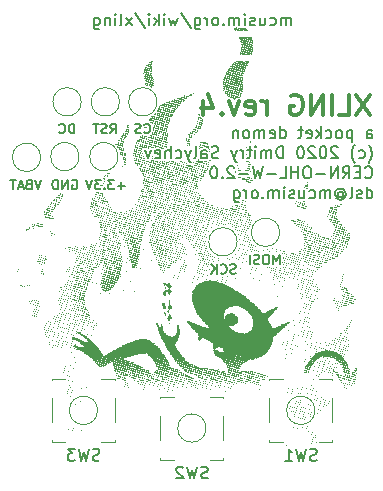
<source format=gbo>
%FSLAX46Y46*%
%MOMM*%
%ADD10C,0.2*%
%ADD11C,0.35*%
%ADD12C,0.12*%
%ADD13C,0.15*%
D10*
%LPD*%
G01X73380471Y-63099909D02*
X73266185Y-63138004D01*
X73075709D01*
X72999519Y-63099909D01*
X72961423Y-63061814D01*
X72923328Y-62985623D01*
Y-62909433D01*
X72961423Y-62833242D01*
X72999519Y-62795147D01*
X73075709Y-62757052D01*
X73228090Y-62718957D01*
X73304280Y-62680861D01*
X73342376Y-62642766D01*
X73380471Y-62566576D01*
Y-62490385D01*
X73342376Y-62414195D01*
X73304280Y-62376100D01*
X73228090Y-62338004D01*
X73037614D01*
X72923328Y-62376100D01*
X72123328Y-63061814D02*
X72161423Y-63099909D01*
X72275709Y-63138004D01*
X72351900D01*
X72466185Y-63099909D01*
X72542376Y-63023719D01*
X72580471Y-62947528D01*
X72618566Y-62795147D01*
Y-62680861D01*
X72580471Y-62528480D01*
X72542376Y-62452290D01*
X72466185Y-62376100D01*
X72351900Y-62338004D01*
X72275709D01*
X72161423Y-62376100D01*
X72123328Y-62414195D01*
X71780471Y-63138004D02*
Y-62338004D01*
X71323328Y-63138004D02*
X71666185Y-62680861D01*
X71323328Y-62338004D02*
X71780471Y-62795147D01*
X77114242Y-62312504D02*
Y-61512504D01*
X76847576Y-62083933D01*
X76580909Y-61512504D01*
Y-62312504D01*
X76047576Y-61512504D02*
X75895195D01*
X75819004Y-61550600D01*
X75742814Y-61626790D01*
X75704719Y-61779171D01*
Y-62045838D01*
X75742814Y-62198219D01*
X75819004Y-62274409D01*
X75895195Y-62312504D01*
X76047576D01*
X76123766Y-62274409D01*
X76199957Y-62198219D01*
X76238052Y-62045838D01*
Y-61779171D01*
X76199957Y-61626790D01*
X76123766Y-61550600D01*
X76047576Y-61512504D01*
X75399957Y-62274409D02*
X75285671Y-62312504D01*
X75095195D01*
X75019004Y-62274409D01*
X74980909Y-62236314D01*
X74942814Y-62160123D01*
Y-62083933D01*
X74980909Y-62007742D01*
X75019004Y-61969647D01*
X75095195Y-61931552D01*
X75247576Y-61893457D01*
X75323766Y-61855361D01*
X75361861Y-61817266D01*
X75399957Y-61741076D01*
Y-61664885D01*
X75361861Y-61588695D01*
X75323766Y-61550600D01*
X75247576Y-61512504D01*
X75057100D01*
X74942814Y-61550600D01*
X74599957Y-62312504D02*
Y-61512504D01*
X59728023Y-51225404D02*
Y-50425404D01*
X59537547D01*
X59423261Y-50463500D01*
X59347071Y-50539690D01*
X59308976Y-50615880D01*
X59270880Y-50768261D01*
Y-50882547D01*
X59308976Y-51034928D01*
X59347071Y-51111119D01*
X59423261Y-51187309D01*
X59537547Y-51225404D01*
X59728023D01*
X58470880Y-51149214D02*
X58508976Y-51187309D01*
X58623261Y-51225404D01*
X58699452D01*
X58813738Y-51187309D01*
X58889928Y-51111119D01*
X58928023Y-51034928D01*
X58966119Y-50882547D01*
Y-50768261D01*
X58928023Y-50615880D01*
X58889928Y-50539690D01*
X58813738Y-50463500D01*
X58699452Y-50425404D01*
X58623261D01*
X58508976Y-50463500D01*
X58470880Y-50501595D01*
X62795095Y-51225404D02*
X63061761Y-50844452D01*
X63252238Y-51225404D02*
Y-50425404D01*
X62947476D01*
X62871285Y-50463500D01*
X62833190Y-50501595D01*
X62795095Y-50577785D01*
Y-50692071D01*
X62833190Y-50768261D01*
X62871285Y-50806357D01*
X62947476Y-50844452D01*
X63252238D01*
X62490333Y-51187309D02*
X62376047Y-51225404D01*
X62185571D01*
X62109380Y-51187309D01*
X62071285Y-51149214D01*
X62033190Y-51073023D01*
Y-50996833D01*
X62071285Y-50920642D01*
X62109380Y-50882547D01*
X62185571Y-50844452D01*
X62337952Y-50806357D01*
X62414142Y-50768261D01*
X62452238Y-50730166D01*
X62490333Y-50653976D01*
Y-50577785D01*
X62452238Y-50501595D01*
X62414142Y-50463500D01*
X62337952Y-50425404D01*
X62147476D01*
X62033190Y-50463500D01*
X61804619Y-50425404D02*
X61347476D01*
X61576047Y-51225404D02*
Y-50425404D01*
X65665333Y-51149214D02*
X65703428Y-51187309D01*
X65817714Y-51225404D01*
X65893904D01*
X66008190Y-51187309D01*
X66084380Y-51111119D01*
X66122476Y-51034928D01*
X66160571Y-50882547D01*
Y-50768261D01*
X66122476Y-50615880D01*
X66084380Y-50539690D01*
X66008190Y-50463500D01*
X65893904Y-50425404D01*
X65817714D01*
X65703428Y-50463500D01*
X65665333Y-50501595D01*
X65360571Y-51187309D02*
X65246285Y-51225404D01*
X65055809D01*
X64979619Y-51187309D01*
X64941523Y-51149214D01*
X64903428Y-51073023D01*
Y-50996833D01*
X64941523Y-50920642D01*
X64979619Y-50882547D01*
X65055809Y-50844452D01*
X65208190Y-50806357D01*
X65284380Y-50768261D01*
X65322476Y-50730166D01*
X65360571Y-50653976D01*
Y-50577785D01*
X65322476Y-50501595D01*
X65284380Y-50463500D01*
X65208190Y-50425404D01*
X65017714D01*
X64903428Y-50463500D01*
X56940285Y-55187904D02*
X56673619Y-55987904D01*
X56406952Y-55187904D01*
X55873619Y-55568857D02*
X55759333Y-55606952D01*
X55721238Y-55645047D01*
X55683142Y-55721238D01*
Y-55835523D01*
X55721238Y-55911714D01*
X55759333Y-55949809D01*
X55835523Y-55987904D01*
X56140285D01*
Y-55187904D01*
X55873619D01*
X55797428Y-55226000D01*
X55759333Y-55264095D01*
X55721238Y-55340285D01*
Y-55416476D01*
X55759333Y-55492666D01*
X55797428Y-55530761D01*
X55873619Y-55568857D01*
X56140285D01*
X55378380Y-55759333D02*
X54997428D01*
X55454571Y-55987904D02*
X55187904Y-55187904D01*
X54921238Y-55987904D01*
X54768857Y-55187904D02*
X54311714D01*
X54540285Y-55987904D02*
Y-55187904D01*
X59537523Y-55226000D02*
X59613714Y-55187904D01*
X59728000D01*
X59842285Y-55226000D01*
X59918476Y-55302190D01*
X59956571Y-55378380D01*
X59994666Y-55530761D01*
Y-55645047D01*
X59956571Y-55797428D01*
X59918476Y-55873619D01*
X59842285Y-55949809D01*
X59728000Y-55987904D01*
X59651809D01*
X59537523Y-55949809D01*
X59499428Y-55911714D01*
Y-55645047D01*
X59651809D01*
X59156571Y-55987904D02*
Y-55187904D01*
X58699428Y-55987904D01*
Y-55187904D01*
X58318476Y-55987904D02*
Y-55187904D01*
X58128000D01*
X58013714Y-55226000D01*
X57937523Y-55302190D01*
X57899428Y-55378380D01*
X57861333Y-55530761D01*
Y-55645047D01*
X57899428Y-55797428D01*
X57937523Y-55873619D01*
X58013714Y-55949809D01*
X58128000Y-55987904D01*
X58318476D01*
X64020500Y-55683142D02*
X63410976D01*
X63715738Y-55987904D02*
Y-55378380D01*
X63106214Y-55187904D02*
X62610976D01*
X62877642Y-55492666D01*
X62763357D01*
X62687166Y-55530761D01*
X62649071Y-55568857D01*
X62610976Y-55645047D01*
Y-55835523D01*
X62649071Y-55911714D01*
X62687166Y-55949809D01*
X62763357Y-55987904D01*
X62991928D01*
X63068119Y-55949809D01*
X63106214Y-55911714D01*
X62268119D02*
X62230023Y-55949809D01*
X62268119Y-55987904D01*
X62306214Y-55949809D01*
X62268119Y-55911714D01*
Y-55987904D01*
X61963357Y-55187904D02*
X61468119D01*
X61734785Y-55492666D01*
X61620500D01*
X61544309Y-55530761D01*
X61506214Y-55568857D01*
X61468119Y-55645047D01*
Y-55835523D01*
X61506214Y-55911714D01*
X61544309Y-55949809D01*
X61620500Y-55987904D01*
X61849071D01*
X61925261Y-55949809D01*
X61963357Y-55911714D01*
X61239547Y-55187904D02*
X60972880Y-55987904D01*
X60706214Y-55187904D01*
X84496533Y-51648780D02*
Y-51124971D01*
X84544152Y-51029733D01*
X84639390Y-50982114D01*
X84829866D01*
X84925104Y-51029733D01*
X84496533Y-51601161D02*
X84591771Y-51648780D01*
X84829866D01*
X84925104Y-51601161D01*
X84972723Y-51505923D01*
Y-51410685D01*
X84925104Y-51315447D01*
X84829866Y-51267828D01*
X84591771D01*
X84496533Y-51220209D01*
X83258438Y-50982114D02*
Y-51982114D01*
Y-51029733D02*
X83163200Y-50982114D01*
X82972723D01*
X82877485Y-51029733D01*
X82829866Y-51077352D01*
X82782247Y-51172590D01*
Y-51458304D01*
X82829866Y-51553542D01*
X82877485Y-51601161D01*
X82972723Y-51648780D01*
X83163200D01*
X83258438Y-51601161D01*
X82210819Y-51648780D02*
X82306057Y-51601161D01*
X82353676Y-51553542D01*
X82401295Y-51458304D01*
Y-51172590D01*
X82353676Y-51077352D01*
X82306057Y-51029733D01*
X82210819Y-50982114D01*
X82067961D01*
X81972723Y-51029733D01*
X81925104Y-51077352D01*
X81877485Y-51172590D01*
Y-51458304D01*
X81925104Y-51553542D01*
X81972723Y-51601161D01*
X82067961Y-51648780D01*
X82210819D01*
X81020342Y-51601161D02*
X81115580Y-51648780D01*
X81306057D01*
X81401295Y-51601161D01*
X81448914Y-51553542D01*
X81496533Y-51458304D01*
Y-51172590D01*
X81448914Y-51077352D01*
X81401295Y-51029733D01*
X81306057Y-50982114D01*
X81115580D01*
X81020342Y-51029733D01*
X80591771Y-51648780D02*
Y-50648780D01*
X80496533Y-51267828D02*
X80210819Y-51648780D01*
Y-50982114D02*
X80591771Y-51363066D01*
X79401295Y-51601161D02*
X79496533Y-51648780D01*
X79687009D01*
X79782247Y-51601161D01*
X79829866Y-51505923D01*
Y-51124971D01*
X79782247Y-51029733D01*
X79687009Y-50982114D01*
X79496533D01*
X79401295Y-51029733D01*
X79353676Y-51124971D01*
Y-51220209D01*
X79829866Y-51315447D01*
X79067961Y-50982114D02*
X78687009D01*
X78925104Y-50648780D02*
Y-51505923D01*
X78877485Y-51601161D01*
X78782247Y-51648780D01*
X78687009D01*
X77163200D02*
Y-50648780D01*
Y-51601161D02*
X77258438Y-51648780D01*
X77448914D01*
X77544152Y-51601161D01*
X77591771Y-51553542D01*
X77639390Y-51458304D01*
Y-51172590D01*
X77591771Y-51077352D01*
X77544152Y-51029733D01*
X77448914Y-50982114D01*
X77258438D01*
X77163200Y-51029733D01*
X76306057Y-51601161D02*
X76401295Y-51648780D01*
X76591771D01*
X76687009Y-51601161D01*
X76734628Y-51505923D01*
Y-51124971D01*
X76687009Y-51029733D01*
X76591771Y-50982114D01*
X76401295D01*
X76306057Y-51029733D01*
X76258438Y-51124971D01*
Y-51220209D01*
X76734628Y-51315447D01*
X75829866Y-51648780D02*
Y-50982114D01*
Y-51077352D02*
X75782247Y-51029733D01*
X75687009Y-50982114D01*
X75544152D01*
X75448914Y-51029733D01*
X75401295Y-51124971D01*
Y-51648780D01*
Y-51124971D02*
X75353676Y-51029733D01*
X75258438Y-50982114D01*
X75115580D01*
X75020342Y-51029733D01*
X74972723Y-51124971D01*
Y-51648780D01*
X74353676D02*
X74448914Y-51601161D01*
X74496533Y-51553542D01*
X74544152Y-51458304D01*
Y-51172590D01*
X74496533Y-51077352D01*
X74448914Y-51029733D01*
X74353676Y-50982114D01*
X74210819D01*
X74115580Y-51029733D01*
X74067961Y-51077352D01*
X74020342Y-51172590D01*
Y-51458304D01*
X74067961Y-51553542D01*
X74115580Y-51601161D01*
X74210819Y-51648780D01*
X74353676D01*
X73591771Y-50982114D02*
Y-51648780D01*
Y-51077352D02*
X73544152Y-51029733D01*
X73448914Y-50982114D01*
X73306057D01*
X73210819Y-51029733D01*
X73163200Y-51124971D01*
Y-51648780D01*
X84639390Y-53729733D02*
X84687009Y-53682114D01*
X84782247Y-53539257D01*
X84829866Y-53444019D01*
X84877485Y-53301161D01*
X84925104Y-53063066D01*
Y-52872590D01*
X84877485Y-52634495D01*
X84829866Y-52491638D01*
X84782247Y-52396400D01*
X84687009Y-52253542D01*
X84639390Y-52205923D01*
X83829866Y-53301161D02*
X83925104Y-53348780D01*
X84115580D01*
X84210819Y-53301161D01*
X84258438Y-53253542D01*
X84306057Y-53158304D01*
Y-52872590D01*
X84258438Y-52777352D01*
X84210819Y-52729733D01*
X84115580Y-52682114D01*
X83925104D01*
X83829866Y-52729733D01*
X83496533Y-53729733D02*
X83448914Y-53682114D01*
X83353676Y-53539257D01*
X83306057Y-53444019D01*
X83258438Y-53301161D01*
X83210819Y-53063066D01*
Y-52872590D01*
X83258438Y-52634495D01*
X83306057Y-52491638D01*
X83353676Y-52396400D01*
X83448914Y-52253542D01*
X83496533Y-52205923D01*
X82020342Y-52444019D02*
X81972723Y-52396400D01*
X81877485Y-52348780D01*
X81639390D01*
X81544152Y-52396400D01*
X81496533Y-52444019D01*
X81448914Y-52539257D01*
Y-52634495D01*
X81496533Y-52777352D01*
X82067961Y-53348780D01*
X81448914D01*
X80829866Y-52348780D02*
X80734628D01*
X80639390Y-52396400D01*
X80591771Y-52444019D01*
X80544152Y-52539257D01*
X80496533Y-52729733D01*
Y-52967828D01*
X80544152Y-53158304D01*
X80591771Y-53253542D01*
X80639390Y-53301161D01*
X80734628Y-53348780D01*
X80829866D01*
X80925104Y-53301161D01*
X80972723Y-53253542D01*
X81020342Y-53158304D01*
X81067961Y-52967828D01*
Y-52729733D01*
X81020342Y-52539257D01*
X80972723Y-52444019D01*
X80925104Y-52396400D01*
X80829866Y-52348780D01*
X80115580Y-52444019D02*
X80067961Y-52396400D01*
X79972723Y-52348780D01*
X79734628D01*
X79639390Y-52396400D01*
X79591771Y-52444019D01*
X79544152Y-52539257D01*
Y-52634495D01*
X79591771Y-52777352D01*
X80163200Y-53348780D01*
X79544152D01*
X78925104Y-52348780D02*
X78829866D01*
X78734628Y-52396400D01*
X78687009Y-52444019D01*
X78639390Y-52539257D01*
X78591771Y-52729733D01*
Y-52967828D01*
X78639390Y-53158304D01*
X78687009Y-53253542D01*
X78734628Y-53301161D01*
X78829866Y-53348780D01*
X78925104D01*
X79020342Y-53301161D01*
X79067961Y-53253542D01*
X79115580Y-53158304D01*
X79163200Y-52967828D01*
Y-52729733D01*
X79115580Y-52539257D01*
X79067961Y-52444019D01*
X79020342Y-52396400D01*
X78925104Y-52348780D01*
X77401295Y-53348780D02*
Y-52348780D01*
X77163200D01*
X77020342Y-52396400D01*
X76925104Y-52491638D01*
X76877485Y-52586876D01*
X76829866Y-52777352D01*
Y-52920209D01*
X76877485Y-53110685D01*
X76925104Y-53205923D01*
X77020342Y-53301161D01*
X77163200Y-53348780D01*
X77401295D01*
X76401295D02*
Y-52682114D01*
Y-52777352D02*
X76353676Y-52729733D01*
X76258438Y-52682114D01*
X76115580D01*
X76020342Y-52729733D01*
X75972723Y-52824971D01*
Y-53348780D01*
Y-52824971D02*
X75925104Y-52729733D01*
X75829866Y-52682114D01*
X75687009D01*
X75591771Y-52729733D01*
X75544152Y-52824971D01*
Y-53348780D01*
X75067961D02*
Y-52682114D01*
Y-52348780D02*
X75115580Y-52396400D01*
X75067961Y-52444019D01*
X75020342Y-52396400D01*
X75067961Y-52348780D01*
Y-52444019D01*
X74734628Y-52682114D02*
X74353676D01*
X74591771Y-52348780D02*
Y-53205923D01*
X74544152Y-53301161D01*
X74448914Y-53348780D01*
X74353676D01*
X74020342D02*
Y-52682114D01*
Y-52872590D02*
X73972723Y-52777352D01*
X73925104Y-52729733D01*
X73829866Y-52682114D01*
X73734628D01*
X73496533D02*
X73258438Y-53348780D01*
X73020342Y-52682114D02*
X73258438Y-53348780D01*
X73353676Y-53586876D01*
X73401295Y-53634495D01*
X73496533Y-53682114D01*
X71925104Y-53301161D02*
X71782247Y-53348780D01*
X71544152D01*
X71448914Y-53301161D01*
X71401295Y-53253542D01*
X71353676Y-53158304D01*
Y-53063066D01*
X71401295Y-52967828D01*
X71448914Y-52920209D01*
X71544152Y-52872590D01*
X71734628Y-52824971D01*
X71829866Y-52777352D01*
X71877485Y-52729733D01*
X71925104Y-52634495D01*
Y-52539257D01*
X71877485Y-52444019D01*
X71829866Y-52396400D01*
X71734628Y-52348780D01*
X71496533D01*
X71353676Y-52396400D01*
X70496533Y-53348780D02*
Y-52824971D01*
X70544152Y-52729733D01*
X70639390Y-52682114D01*
X70829866D01*
X70925104Y-52729733D01*
X70496533Y-53301161D02*
X70591771Y-53348780D01*
X70829866D01*
X70925104Y-53301161D01*
X70972723Y-53205923D01*
Y-53110685D01*
X70925104Y-53015447D01*
X70829866Y-52967828D01*
X70591771D01*
X70496533Y-52920209D01*
X69877485Y-53348780D02*
X69972723Y-53301161D01*
X70020342Y-53205923D01*
Y-52348780D01*
X69591771Y-52682114D02*
X69353676Y-53348780D01*
X69115580Y-52682114D02*
X69353676Y-53348780D01*
X69448914Y-53586876D01*
X69496533Y-53634495D01*
X69591771Y-53682114D01*
X68306057Y-53301161D02*
X68401295Y-53348780D01*
X68591771D01*
X68687009Y-53301161D01*
X68734628Y-53253542D01*
X68782247Y-53158304D01*
Y-52872590D01*
X68734628Y-52777352D01*
X68687009Y-52729733D01*
X68591771Y-52682114D01*
X68401295D01*
X68306057Y-52729733D01*
X67877485Y-53348780D02*
Y-52348780D01*
X67448914Y-53348780D02*
Y-52824971D01*
X67496533Y-52729733D01*
X67591771Y-52682114D01*
X67734628D01*
X67829866Y-52729733D01*
X67877485Y-52777352D01*
X66591771Y-53301161D02*
X66687009Y-53348780D01*
X66877485D01*
X66972723Y-53301161D01*
X67020342Y-53205923D01*
Y-52824971D01*
X66972723Y-52729733D01*
X66877485Y-52682114D01*
X66687009D01*
X66591771Y-52729733D01*
X66544152Y-52824971D01*
Y-52920209D01*
X67020342Y-53015447D01*
X66210819Y-52682114D02*
X65972723Y-53348780D01*
X65734628Y-52682114D01*
X84353676Y-54953542D02*
X84401295Y-55001161D01*
X84544152Y-55048780D01*
X84639390D01*
X84782247Y-55001161D01*
X84877485Y-54905923D01*
X84925104Y-54810685D01*
X84972723Y-54620209D01*
Y-54477352D01*
X84925104Y-54286876D01*
X84877485Y-54191638D01*
X84782247Y-54096400D01*
X84639390Y-54048780D01*
X84544152D01*
X84401295Y-54096400D01*
X84353676Y-54144019D01*
X83925104Y-54524971D02*
X83591771D01*
X83448914Y-55048780D02*
X83925104D01*
Y-54048780D01*
X83448914D01*
X82448914Y-55048780D02*
X82782247Y-54572590D01*
X83020342Y-55048780D02*
Y-54048780D01*
X82639390D01*
X82544152Y-54096400D01*
X82496533Y-54144019D01*
X82448914Y-54239257D01*
Y-54382114D01*
X82496533Y-54477352D01*
X82544152Y-54524971D01*
X82639390Y-54572590D01*
X83020342D01*
X82020342Y-55048780D02*
Y-54048780D01*
X81448914Y-55048780D01*
Y-54048780D01*
X80972723Y-54667828D02*
X80210819D01*
X79544152Y-54048780D02*
X79353676D01*
X79258438Y-54096400D01*
X79163200Y-54191638D01*
X79115580Y-54382114D01*
Y-54715447D01*
X79163200Y-54905923D01*
X79258438Y-55001161D01*
X79353676Y-55048780D01*
X79544152D01*
X79639390Y-55001161D01*
X79734628Y-54905923D01*
X79782247Y-54715447D01*
Y-54382114D01*
X79734628Y-54191638D01*
X79639390Y-54096400D01*
X79544152Y-54048780D01*
X78687009Y-55048780D02*
Y-54048780D01*
Y-54524971D02*
X78115580D01*
Y-55048780D02*
Y-54048780D01*
X77163200Y-55048780D02*
X77639390D01*
Y-54048780D01*
X76829866Y-54667828D02*
X76067961D01*
X75687009Y-54048780D02*
X75448914Y-55048780D01*
X75258438Y-54334495D01*
X75067961Y-55048780D01*
X74829866Y-54048780D01*
X74448914Y-54667828D02*
X73687009D01*
X73258438Y-54144019D02*
X73210819Y-54096400D01*
X73115580Y-54048780D01*
X72877485D01*
X72782247Y-54096400D01*
X72734628Y-54144019D01*
X72687009Y-54239257D01*
Y-54334495D01*
X72734628Y-54477352D01*
X73306057Y-55048780D01*
X72687009D01*
X72258438Y-54953542D02*
X72210819Y-55001161D01*
X72258438Y-55048780D01*
X72306057Y-55001161D01*
X72258438Y-54953542D01*
Y-55048780D01*
X71591771Y-54048780D02*
X71496533D01*
X71401295Y-54096400D01*
X71353676Y-54144019D01*
X71306057Y-54239257D01*
X71258438Y-54429733D01*
Y-54667828D01*
X71306057Y-54858304D01*
X71353676Y-54953542D01*
X71401295Y-55001161D01*
X71496533Y-55048780D01*
X71591771D01*
X71687009Y-55001161D01*
X71734628Y-54953542D01*
X71782247Y-54858304D01*
X71829866Y-54667828D01*
Y-54429733D01*
X71782247Y-54239257D01*
X71734628Y-54144019D01*
X71687009Y-54096400D01*
X71591771Y-54048780D01*
X84496533Y-56748780D02*
Y-55748780D01*
Y-56701161D02*
X84591771Y-56748780D01*
X84782247D01*
X84877485Y-56701161D01*
X84925104Y-56653542D01*
X84972723Y-56558304D01*
Y-56272590D01*
X84925104Y-56177352D01*
X84877485Y-56129733D01*
X84782247Y-56082114D01*
X84591771D01*
X84496533Y-56129733D01*
X84067961Y-56701161D02*
X83972723Y-56748780D01*
X83782247D01*
X83687009Y-56701161D01*
X83639390Y-56605923D01*
Y-56558304D01*
X83687009Y-56463066D01*
X83782247Y-56415447D01*
X83925104D01*
X84020342Y-56367828D01*
X84067961Y-56272590D01*
Y-56224971D01*
X84020342Y-56129733D01*
X83925104Y-56082114D01*
X83782247D01*
X83687009Y-56129733D01*
X83067961Y-56748780D02*
X83163200Y-56701161D01*
X83210819Y-56605923D01*
Y-55748780D01*
X82067961Y-56272590D02*
X82115580Y-56224971D01*
X82210819Y-56177352D01*
X82306057D01*
X82401295Y-56224971D01*
X82448914Y-56272590D01*
X82496533Y-56367828D01*
Y-56463066D01*
X82448914Y-56558304D01*
X82401295Y-56605923D01*
X82306057Y-56653542D01*
X82210819D01*
X82115580Y-56605923D01*
X82067961Y-56558304D01*
Y-56177352D02*
Y-56558304D01*
X82020342Y-56605923D01*
X81972723D01*
X81877485Y-56558304D01*
X81829866Y-56463066D01*
Y-56224971D01*
X81925104Y-56082114D01*
X82067961Y-55986876D01*
X82258438Y-55939257D01*
X82448914Y-55986876D01*
X82591771Y-56082114D01*
X82687009Y-56224971D01*
X82734628Y-56415447D01*
X82687009Y-56605923D01*
X82591771Y-56748780D01*
X82448914Y-56844019D01*
X82258438Y-56891638D01*
X82067961Y-56844019D01*
X81925104Y-56748780D01*
X81401295D02*
Y-56082114D01*
Y-56177352D02*
X81353676Y-56129733D01*
X81258438Y-56082114D01*
X81115580D01*
X81020342Y-56129733D01*
X80972723Y-56224971D01*
Y-56748780D01*
Y-56224971D02*
X80925104Y-56129733D01*
X80829866Y-56082114D01*
X80687009D01*
X80591771Y-56129733D01*
X80544152Y-56224971D01*
Y-56748780D01*
X79639390Y-56701161D02*
X79734628Y-56748780D01*
X79925104D01*
X80020342Y-56701161D01*
X80067961Y-56653542D01*
X80115580Y-56558304D01*
Y-56272590D01*
X80067961Y-56177352D01*
X80020342Y-56129733D01*
X79925104Y-56082114D01*
X79734628D01*
X79639390Y-56129733D01*
X78782247Y-56082114D02*
Y-56748780D01*
X79210819Y-56082114D02*
Y-56605923D01*
X79163200Y-56701161D01*
X79067961Y-56748780D01*
X78925104D01*
X78829866Y-56701161D01*
X78782247Y-56653542D01*
X78353676Y-56701161D02*
X78258438Y-56748780D01*
X78067961D01*
X77972723Y-56701161D01*
X77925104Y-56605923D01*
Y-56558304D01*
X77972723Y-56463066D01*
X78067961Y-56415447D01*
X78210819D01*
X78306057Y-56367828D01*
X78353676Y-56272590D01*
Y-56224971D01*
X78306057Y-56129733D01*
X78210819Y-56082114D01*
X78067961D01*
X77972723Y-56129733D01*
X77496533Y-56748780D02*
Y-56082114D01*
Y-55748780D02*
X77544152Y-55796400D01*
X77496533Y-55844019D01*
X77448914Y-55796400D01*
X77496533Y-55748780D01*
Y-55844019D01*
X77020342Y-56748780D02*
Y-56082114D01*
Y-56177352D02*
X76972723Y-56129733D01*
X76877485Y-56082114D01*
X76734628D01*
X76639390Y-56129733D01*
X76591771Y-56224971D01*
Y-56748780D01*
Y-56224971D02*
X76544152Y-56129733D01*
X76448914Y-56082114D01*
X76306057D01*
X76210819Y-56129733D01*
X76163200Y-56224971D01*
Y-56748780D01*
X75687009Y-56653542D02*
X75639390Y-56701161D01*
X75687009Y-56748780D01*
X75734628Y-56701161D01*
X75687009Y-56653542D01*
Y-56748780D01*
X75067961D02*
X75163200Y-56701161D01*
X75210819Y-56653542D01*
X75258438Y-56558304D01*
Y-56272590D01*
X75210819Y-56177352D01*
X75163200Y-56129733D01*
X75067961Y-56082114D01*
X74925104D01*
X74829866Y-56129733D01*
X74782247Y-56177352D01*
X74734628Y-56272590D01*
Y-56558304D01*
X74782247Y-56653542D01*
X74829866Y-56701161D01*
X74925104Y-56748780D01*
X75067961D01*
X74306057D02*
Y-56082114D01*
Y-56272590D02*
X74258438Y-56177352D01*
X74210819Y-56129733D01*
X74115580Y-56082114D01*
X74020342D01*
X73258438D02*
Y-56891638D01*
X73306057Y-56986876D01*
X73353676Y-57034495D01*
X73448914Y-57082114D01*
X73591771D01*
X73687009Y-57034495D01*
X73258438Y-56701161D02*
X73353676Y-56748780D01*
X73544152D01*
X73639390Y-56701161D01*
X73687009Y-56653542D01*
X73734628Y-56558304D01*
Y-56272590D01*
X73687009Y-56177352D01*
X73639390Y-56129733D01*
X73544152Y-56082114D01*
X73353676D01*
X73258438Y-56129733D01*
D11*
X84746642Y-47964047D02*
X83613309Y-49664047D01*
Y-47964047D02*
X84746642Y-49664047D01*
X82156166D02*
X82965690D01*
Y-47964047D01*
X81589500Y-49664047D02*
Y-47964047D01*
X80779976Y-49664047D02*
Y-47964047D01*
X79808547Y-49664047D01*
Y-47964047D01*
X78108547Y-48045000D02*
X78270452Y-47964047D01*
X78513309D01*
X78756166Y-48045000D01*
X78918071Y-48206904D01*
X78999023Y-48368809D01*
X79079976Y-48692619D01*
Y-48935476D01*
X78999023Y-49259285D01*
X78918071Y-49421190D01*
X78756166Y-49583095D01*
X78513309Y-49664047D01*
X78351404D01*
X78108547Y-49583095D01*
X78027595Y-49502142D01*
Y-48935476D01*
X78351404D01*
X76003785Y-49664047D02*
Y-48530714D01*
Y-48854523D02*
X75922833Y-48692619D01*
X75841880Y-48611666D01*
X75679976Y-48530714D01*
X75518071D01*
X74303785Y-49583095D02*
X74465690Y-49664047D01*
X74789500D01*
X74951404Y-49583095D01*
X75032357Y-49421190D01*
Y-48773571D01*
X74951404Y-48611666D01*
X74789500Y-48530714D01*
X74465690D01*
X74303785Y-48611666D01*
X74222833Y-48773571D01*
Y-48935476D01*
X75032357Y-49097380D01*
X73656166Y-48530714D02*
X73251404Y-49664047D01*
X72846642Y-48530714D01*
X72199023Y-49502142D02*
X72118071Y-49583095D01*
X72199023Y-49664047D01*
X72279976Y-49583095D01*
X72199023Y-49502142D01*
Y-49664047D01*
X70660928Y-48530714D02*
Y-49664047D01*
X71065690Y-47883095D02*
X71470452Y-49097380D01*
X70418071D01*
D10*
X78056333Y-42108380D02*
Y-41441714D01*
Y-41536952D02*
X78008714Y-41489333D01*
X77913476Y-41441714D01*
X77770619D01*
X77675380Y-41489333D01*
X77627761Y-41584571D01*
Y-42108380D01*
Y-41584571D02*
X77580142Y-41489333D01*
X77484904Y-41441714D01*
X77342047D01*
X77246809Y-41489333D01*
X77199190Y-41584571D01*
Y-42108380D01*
X76294428Y-42060761D02*
X76389666Y-42108380D01*
X76580142D01*
X76675380Y-42060761D01*
X76723000Y-42013142D01*
X76770619Y-41917904D01*
Y-41632190D01*
X76723000Y-41536952D01*
X76675380Y-41489333D01*
X76580142Y-41441714D01*
X76389666D01*
X76294428Y-41489333D01*
X75437285Y-41441714D02*
Y-42108380D01*
X75865857Y-41441714D02*
Y-41965523D01*
X75818238Y-42060761D01*
X75723000Y-42108380D01*
X75580142D01*
X75484904Y-42060761D01*
X75437285Y-42013142D01*
X75008714Y-42060761D02*
X74913476Y-42108380D01*
X74723000D01*
X74627761Y-42060761D01*
X74580142Y-41965523D01*
Y-41917904D01*
X74627761Y-41822666D01*
X74723000Y-41775047D01*
X74865857D01*
X74961095Y-41727428D01*
X75008714Y-41632190D01*
Y-41584571D01*
X74961095Y-41489333D01*
X74865857Y-41441714D01*
X74723000D01*
X74627761Y-41489333D01*
X74151571Y-42108380D02*
Y-41441714D01*
Y-41108380D02*
X74199190Y-41156000D01*
X74151571Y-41203619D01*
X74103952Y-41156000D01*
X74151571Y-41108380D01*
Y-41203619D01*
X73675380Y-42108380D02*
Y-41441714D01*
Y-41536952D02*
X73627761Y-41489333D01*
X73532523Y-41441714D01*
X73389666D01*
X73294428Y-41489333D01*
X73246809Y-41584571D01*
Y-42108380D01*
Y-41584571D02*
X73199190Y-41489333D01*
X73103952Y-41441714D01*
X72961095D01*
X72865857Y-41489333D01*
X72818238Y-41584571D01*
Y-42108380D01*
X72342047Y-42013142D02*
X72294428Y-42060761D01*
X72342047Y-42108380D01*
X72389666Y-42060761D01*
X72342047Y-42013142D01*
Y-42108380D01*
X71723000D02*
X71818238Y-42060761D01*
X71865857Y-42013142D01*
X71913476Y-41917904D01*
Y-41632190D01*
X71865857Y-41536952D01*
X71818238Y-41489333D01*
X71723000Y-41441714D01*
X71580142D01*
X71484904Y-41489333D01*
X71437285Y-41536952D01*
X71389666Y-41632190D01*
Y-41917904D01*
X71437285Y-42013142D01*
X71484904Y-42060761D01*
X71580142Y-42108380D01*
X71723000D01*
X70961095D02*
Y-41441714D01*
Y-41632190D02*
X70913476Y-41536952D01*
X70865857Y-41489333D01*
X70770619Y-41441714D01*
X70675380D01*
X69913476D02*
Y-42251238D01*
X69961095Y-42346476D01*
X70008714Y-42394095D01*
X70103952Y-42441714D01*
X70246809D01*
X70342047Y-42394095D01*
X69913476Y-42060761D02*
X70008714Y-42108380D01*
X70199190D01*
X70294428Y-42060761D01*
X70342047Y-42013142D01*
X70389666Y-41917904D01*
Y-41632190D01*
X70342047Y-41536952D01*
X70294428Y-41489333D01*
X70199190Y-41441714D01*
X70008714D01*
X69913476Y-41489333D01*
X68723000Y-41060761D02*
X69580142Y-42346476D01*
X68484904Y-41441714D02*
X68294428Y-42108380D01*
X68103952Y-41632190D01*
X67913476Y-42108380D01*
X67723000Y-41441714D01*
X67342047Y-42108380D02*
Y-41441714D01*
Y-41108380D02*
X67389666Y-41156000D01*
X67342047Y-41203619D01*
X67294428Y-41156000D01*
X67342047Y-41108380D01*
Y-41203619D01*
X66865857Y-42108380D02*
Y-41108380D01*
X66770619Y-41727428D02*
X66484904Y-42108380D01*
Y-41441714D02*
X66865857Y-41822666D01*
X66056333Y-42108380D02*
Y-41441714D01*
Y-41108380D02*
X66103952Y-41156000D01*
X66056333Y-41203619D01*
X66008714Y-41156000D01*
X66056333Y-41108380D01*
Y-41203619D01*
X64865857Y-41060761D02*
X65723000Y-42346476D01*
X64627761Y-42108380D02*
X64103952Y-41441714D01*
X64627761D02*
X64103952Y-42108380D01*
X63580142D02*
X63675380Y-42060761D01*
X63723000Y-41965523D01*
Y-41108380D01*
X63199190Y-42108380D02*
Y-41441714D01*
Y-41108380D02*
X63246809Y-41156000D01*
X63199190Y-41203619D01*
X63151571Y-41156000D01*
X63199190Y-41108380D01*
Y-41203619D01*
X62723000Y-41441714D02*
Y-42108380D01*
Y-41536952D02*
X62675380Y-41489333D01*
X62580142Y-41441714D01*
X62437285D01*
X62342047Y-41489333D01*
X62294428Y-41584571D01*
Y-42108380D01*
X61389666Y-41441714D02*
Y-42251238D01*
X61437285Y-42346476D01*
X61484904Y-42394095D01*
X61580142Y-42441714D01*
X61723000D01*
X61818238Y-42394095D01*
X61389666Y-42060761D02*
X61484904Y-42108380D01*
X61675380D01*
X61770619Y-42060761D01*
X61818238Y-42013142D01*
X61865857Y-41917904D01*
Y-41632190D01*
X61818238Y-41536952D01*
X61770619Y-41489333D01*
X61675380Y-41441714D01*
X61484904D01*
X61389666Y-41489333D01*
G75*
D12*
G01X63430000Y-53213000D02*
G03I-1200000J0D01*
G01X56889500Y-53276500D02*
G03I-1200000J0D01*
G01X60128000Y-53213000D02*
G03I-1200000J0D01*
G01X73513800Y-60426600D02*
G03I-1200000J0D01*
G01X77120600Y-59626500D02*
G03I-1200000J0D01*
G01X66732000Y-48577500D02*
G03I-1200000J0D01*
G01X60318500D02*
G03I-1200000J0D01*
G01X63557000D02*
G03I-1200000J0D01*
G01X76238100Y-73685400D02*
Y-75717400D01*
X81572100Y-73685400D02*
Y-75717400D01*
G01X80103216Y-74701400D02*
G03I-1198116J0D01*
G01X77381100Y-77368400D02*
X76238100D01*
Y-77241400D01*
X81572100D02*
Y-77368400D01*
X80429100D01*
X76238100Y-72161400D02*
Y-72034400D01*
X77381100D01*
X81572100Y-72161400D02*
Y-72034400D01*
X80429100D01*
X72351900Y-73533000D02*
X71208900D01*
X72351900Y-73660000D02*
Y-73533000D01*
X67017900D02*
X68160900D01*
X67017900Y-73660000D02*
Y-73533000D01*
X72351900Y-78867000D02*
X71208900D01*
X72351900Y-78740000D02*
Y-78867000D01*
X67017900D02*
Y-78740000D01*
X68160900Y-78867000D02*
X67017900D01*
G01X70883016Y-76200000D02*
G03I-1198116J0D01*
G01X72351900Y-75184000D02*
Y-77216000D01*
X67017900Y-75184000D02*
Y-77216000D01*
X57835800Y-73685400D02*
Y-75717400D01*
X63169800Y-73685400D02*
Y-75717400D01*
G01X61700916Y-74701400D02*
G03I-1198116J0D01*
G01X58978800Y-77368400D02*
X57835800D01*
Y-77241400D01*
X63169800D02*
Y-77368400D01*
X62026800D01*
X57835800Y-72161400D02*
Y-72034400D01*
X58978800D01*
X63169800Y-72161400D02*
Y-72034400D01*
X62026800D01*
D13*
X80251133Y-78916161D02*
X80108276Y-78963780D01*
X79870180D01*
X79774942Y-78916161D01*
X79727323Y-78868542D01*
X79679704Y-78773304D01*
Y-78678066D01*
X79727323Y-78582828D01*
X79774942Y-78535209D01*
X79870180Y-78487590D01*
X80060657Y-78439971D01*
X80155895Y-78392352D01*
X80203514Y-78344733D01*
X80251133Y-78249495D01*
Y-78154257D01*
X80203514Y-78059019D01*
X80155895Y-78011400D01*
X80060657Y-77963780D01*
X79822561D01*
X79679704Y-78011400D01*
X79346371Y-77963780D02*
X79108276Y-78963780D01*
X78917800Y-78249495D01*
X78727323Y-78963780D01*
X78489228Y-77963780D01*
X77584466Y-78963780D02*
X78155895D01*
X77870180D02*
Y-77963780D01*
X77965419Y-78106638D01*
X78060657Y-78201876D01*
X78155895Y-78249495D01*
X71030933Y-80414761D02*
X70888076Y-80462380D01*
X70649980D01*
X70554742Y-80414761D01*
X70507123Y-80367142D01*
X70459504Y-80271904D01*
Y-80176666D01*
X70507123Y-80081428D01*
X70554742Y-80033809D01*
X70649980Y-79986190D01*
X70840457Y-79938571D01*
X70935695Y-79890952D01*
X70983314Y-79843333D01*
X71030933Y-79748095D01*
Y-79652857D01*
X70983314Y-79557619D01*
X70935695Y-79510000D01*
X70840457Y-79462380D01*
X70602361D01*
X70459504Y-79510000D01*
X70126171Y-79462380D02*
X69888076Y-80462380D01*
X69697600Y-79748095D01*
X69507123Y-80462380D01*
X69269028Y-79462380D01*
X68935695Y-79557619D02*
X68888076Y-79510000D01*
X68792838Y-79462380D01*
X68554742D01*
X68459504Y-79510000D01*
X68411885Y-79557619D01*
X68364266Y-79652857D01*
Y-79748095D01*
X68411885Y-79890952D01*
X68983314Y-80462380D01*
X68364266D01*
X61848833Y-78916161D02*
X61705976Y-78963780D01*
X61467880D01*
X61372642Y-78916161D01*
X61325023Y-78868542D01*
X61277404Y-78773304D01*
Y-78678066D01*
X61325023Y-78582828D01*
X61372642Y-78535209D01*
X61467880Y-78487590D01*
X61658357Y-78439971D01*
X61753595Y-78392352D01*
X61801214Y-78344733D01*
X61848833Y-78249495D01*
Y-78154257D01*
X61801214Y-78059019D01*
X61753595Y-78011400D01*
X61658357Y-77963780D01*
X61420261D01*
X61277404Y-78011400D01*
X60944071Y-77963780D02*
X60705976Y-78963780D01*
X60515500Y-78249495D01*
X60325023Y-78963780D01*
X60086928Y-77963780D01*
X59801214D02*
X59182166D01*
X59515500Y-78344733D01*
X59372642D01*
X59277404Y-78392352D01*
X59229785Y-78439971D01*
X59182166Y-78535209D01*
Y-78773304D01*
X59229785Y-78868542D01*
X59277404Y-78916161D01*
X59372642Y-78963780D01*
X59658357D01*
X59753595Y-78916161D01*
X59801214Y-78868542D01*
G36*
D10*
X73354727Y-42611515D02*
Y-42535758D01*
X73339576Y-42505455D01*
X73324424Y-42490303D01*
X73278970Y-42475152D01*
X73248667Y-42444848D01*
X73233515Y-42399394D01*
X73172909Y-42384242D01*
X73218364Y-42369091D01*
X73248667Y-42338788D01*
X73172909Y-42323636D01*
X73294121D01*
Y-42353939D01*
X73324424Y-42384242D01*
X73354727D01*
X73385030Y-42353939D01*
Y-42308485D01*
X73430485Y-42278182D01*
X73475939D01*
X73536545Y-42323636D01*
X73794121D01*
X73824424Y-42308485D01*
X73869879Y-42263030D01*
X73885030Y-42217576D01*
X73915333Y-42202424D01*
X73930485Y-42247879D01*
X74006242Y-42323636D01*
X74051697D01*
Y-42384242D01*
X74066848D01*
X74097152Y-42399394D01*
X74127455Y-42369091D01*
Y-42323636D01*
X74203212D01*
X74218364Y-42338788D01*
X74248667D01*
Y-42369091D01*
X74218364Y-42414545D01*
X74263818Y-42444848D01*
X74309273D01*
X74324424Y-42414545D01*
X74354727D01*
X74369879Y-42475152D01*
X74415333Y-42520606D01*
X74460788D01*
X74475939Y-42566061D01*
X74521394D01*
X74491091Y-42611515D01*
X74475939Y-42581212D01*
X74460788Y-42611515D01*
X74430485D01*
X74400182Y-42581212D01*
X74369879D01*
X74339576Y-42611515D01*
X74233515D01*
X74263818Y-42581212D01*
Y-42550909D01*
X74233515Y-42520606D01*
X74203212D01*
X74172909Y-42550909D01*
X74203212Y-42611515D01*
X73688061D01*
X73672909Y-42566061D01*
X73627455D01*
X73597152Y-42596364D01*
X73354727Y-42611515D01*
G37*
G36*
X73612303Y-43111515D02*
G37*
G36*
X74839576Y-43263030D02*
G37*
G36*
X73703212Y-44611515D02*
X73718364Y-44550909D01*
X73778970Y-44535758D01*
Y-44384242D01*
X73824424Y-44369091D01*
Y-44232727D01*
X73869879Y-44172121D01*
X73900182Y-44156970D01*
X73885030Y-44081212D01*
X73900182Y-43838788D01*
X73945636Y-43793333D01*
X73900182Y-43763030D01*
X73885030Y-43687273D01*
X73854727Y-43717576D01*
X73824424D01*
X73809273Y-43475152D01*
X73778970D01*
Y-43444848D01*
X73809273Y-43460000D01*
X73854727Y-43414545D01*
Y-43384242D01*
X73778970Y-43369091D01*
X73763818Y-43338788D01*
X73718364Y-43353939D01*
X73703212Y-43141818D01*
X73672909D01*
Y-43111515D01*
X74021394D01*
X74051697Y-43141818D01*
X74097152D01*
X74127455Y-43111515D01*
X74218364D01*
Y-43187273D01*
X74248667Y-43202424D01*
X74278970Y-43187273D01*
Y-43111515D01*
X74778970D01*
X74763818Y-43247879D01*
X74733515Y-43278182D01*
Y-43308485D01*
X74778970Y-43338788D01*
X74839576Y-43308485D01*
Y-43566061D01*
X74885030Y-43596364D01*
Y-43626667D01*
X74839576D01*
Y-43641818D01*
X74809273Y-43672121D01*
Y-43702424D01*
X74854727Y-43747879D01*
X74885030Y-43732727D01*
Y-44020606D01*
X74869879Y-44050909D01*
X74839576Y-44066061D01*
Y-44111515D01*
X74854727Y-44126667D01*
Y-44156970D01*
X74839576Y-44369091D01*
X74778970Y-44384242D01*
Y-44550909D01*
X74748667Y-44581212D01*
Y-44596364D01*
X74248667D01*
X74203212D01*
X74097152Y-44611515D01*
Y-44581212D01*
X74066848Y-44550909D01*
X74006242Y-44566061D01*
X73991091Y-44611515D01*
X73703212D01*
G37*
G36*
X66415333Y-45232727D02*
G37*
G36*
Y-45278182D02*
G37*
G36*
X74491091Y-45338788D02*
X74521394D01*
X74491091D01*
G37*
G36*
X74506242Y-45384242D02*
G37*
G36*
X72703212Y-45838788D02*
G37*
G36*
Y-45899394D02*
G37*
G36*
X65582000Y-46369091D02*
G37*
G36*
X66521394Y-46869091D02*
X66506242Y-46823636D01*
X66521394Y-46869091D01*
G37*
G36*
X66415333Y-47278182D02*
G37*
G36*
X66278970Y-47369091D02*
X66218364Y-47338788D01*
X66082000Y-47263030D01*
X65945636Y-47217576D01*
X65885030Y-47202424D01*
X65824424Y-47187273D01*
X65748667D01*
X65718364Y-47172121D01*
Y-47111515D01*
X65748667Y-47081212D01*
X65778970Y-47066061D01*
X65748667Y-46975152D01*
X65778970Y-46960000D01*
X65763818Y-46808485D01*
X65718364D01*
X65703212Y-46626667D01*
X65672909D01*
Y-46520606D01*
X65703212Y-46475152D01*
X65657758Y-46429697D01*
X65612303D01*
Y-46278182D01*
X65597152Y-46232727D01*
X65551697Y-46172121D01*
X65582000D01*
X65612303Y-46141818D01*
Y-45960000D01*
X65672909Y-45869091D01*
X65642606Y-45838788D01*
X65612303D01*
X65672909Y-45823636D01*
Y-45793333D01*
X65703212Y-45763030D01*
X65718364Y-45732727D01*
Y-45641818D01*
X65778970Y-45626667D01*
X65794121Y-45566061D01*
X65809273Y-45460000D01*
X65839576Y-45475152D01*
Y-45490303D01*
X65869879Y-45505455D01*
X65885030Y-45475152D01*
X65930485Y-45490303D01*
X65975939Y-45444848D01*
X65991091Y-45399394D01*
X65960788Y-45369091D01*
X65930485Y-45353939D01*
X65991091Y-45338788D01*
X66021394Y-45308485D01*
X66036545Y-45293333D01*
X66051697Y-45247879D01*
X66097152Y-45232727D01*
Y-45202424D01*
X66203212Y-45187273D01*
X66248667Y-45111515D01*
X66415333D01*
Y-45187273D01*
Y-45156970D01*
X66385030Y-45126667D01*
X66324424Y-45141818D01*
Y-45156970D01*
X66309273Y-45187273D01*
X66339576Y-45217576D01*
Y-45308485D01*
X66309273Y-45293333D01*
X66263818Y-45338788D01*
Y-45369091D01*
X66294121Y-45399394D01*
X66339576D01*
Y-45460000D01*
X66309273D01*
Y-45490303D01*
X66263818Y-45475152D01*
X66233515Y-45490303D01*
Y-45566061D01*
X66248667D01*
X66278970Y-45581212D01*
X66309273Y-45550909D01*
Y-45611515D01*
X66339576Y-45641818D01*
X66309273D01*
X66294121Y-45929697D01*
Y-46050909D01*
X66263818Y-46081212D01*
Y-46126667D01*
X66294121Y-46156970D01*
X66309273Y-46338788D01*
X66339576Y-46353939D01*
X66354727Y-46581212D01*
X66415333D01*
Y-46626667D01*
X66445636Y-46641818D01*
X66430485Y-46687273D01*
X66445636Y-46838788D01*
X66415333Y-46869091D01*
X66400182Y-46899394D01*
X66415333Y-46929697D01*
X66430485Y-46944848D01*
X66445636D01*
X66475939Y-46960000D01*
X66521394Y-46929697D01*
X66506242Y-47066061D01*
X66491091Y-47020606D01*
X66415333Y-47005455D01*
X66369879Y-47096364D01*
Y-47111515D01*
X66385030Y-47126667D01*
X66400182D01*
X66445636D01*
Y-47217576D01*
X66400182Y-47187273D01*
X66369879D01*
X66339576Y-47202424D01*
X66324424Y-47217576D01*
Y-47232727D01*
X66309273Y-47263030D01*
X66339576Y-47293333D01*
Y-47308485D01*
X66415333D01*
X66339576Y-47338788D01*
Y-47369091D01*
X66278970D01*
G37*
G36*
X70082000Y-47778182D02*
X70112303D01*
X70082000D01*
G37*
G36*
X68672909Y-48172121D02*
Y-48141818D01*
X68703212D01*
X68672909Y-48172121D01*
G37*
G36*
X73278970Y-48399394D02*
Y-48369091D01*
X73294121Y-48308485D01*
X73218364Y-48278182D01*
X73203212D01*
X73188061Y-48293333D01*
X73172909Y-48353939D01*
X73112303Y-48338788D01*
Y-48308485D01*
X73127455Y-48278182D01*
X73112303Y-48247879D01*
X73082000Y-48217576D01*
X73051697D01*
X73021394Y-48247879D01*
X72960788Y-48232727D01*
X72915333Y-48187273D01*
X72885030Y-48172121D01*
X72839576Y-48202424D01*
X72809273D01*
X72794121Y-48126667D01*
X72748667D01*
X72703212Y-48111515D01*
X72642606Y-48096364D01*
X72627455Y-48020606D01*
X72642606Y-47944848D01*
X72612303Y-47914545D01*
X72536545D01*
X72506242Y-47884242D01*
X72491091Y-47808485D01*
X72506242Y-47763030D01*
X72521394Y-47732727D01*
X72475939Y-47687273D01*
X72415333Y-47672121D01*
X72385030Y-47702424D01*
X72354727D01*
Y-47566061D01*
X72385030Y-47535758D01*
Y-47505455D01*
X72354727Y-47475152D01*
X72324424D01*
Y-47278182D01*
X72294121Y-47263030D01*
X72278970Y-47217576D01*
X72324424Y-47187273D01*
X72339576Y-46975152D01*
Y-46929697D01*
X72324424Y-46838788D01*
X72369879Y-46823636D01*
X72385030Y-46808485D01*
Y-46793333D01*
X72400182Y-46763030D01*
X72354727Y-46717576D01*
Y-46641818D01*
X72385030Y-46656970D01*
X72415333Y-46641818D01*
X72445636Y-46596364D01*
X72430485Y-46490303D01*
X72491091Y-46444848D01*
X72506242Y-46414545D01*
Y-46308485D01*
X72536545Y-46293333D01*
X72551697Y-46202424D01*
X72536545Y-46172121D01*
X72612303Y-46156970D01*
Y-46066061D01*
X72642606Y-46050909D01*
Y-45960000D01*
X72657758Y-45990303D01*
X72703212D01*
Y-45944848D01*
X72718364Y-45990303D01*
X72733515D01*
X72763818Y-46005455D01*
X72809273Y-45960000D01*
Y-45929697D01*
X72748667Y-45884242D01*
Y-45838788D01*
X72794121D01*
X72854727Y-45778182D01*
X72839576Y-45732727D01*
X72869879Y-45717576D01*
Y-45672121D01*
X72915333Y-45656970D01*
X72930485Y-45626667D01*
Y-45566061D01*
X72960788D01*
X73021394Y-45520606D01*
X73036545D01*
X73066848Y-45535758D01*
X73082000Y-45505455D01*
X73112303Y-45490303D01*
X73127455Y-45460000D01*
X73112303Y-45353939D01*
X73172909Y-45338788D01*
Y-45308485D01*
X73248667Y-45293333D01*
Y-45217576D01*
X73263818Y-45247879D01*
X73278970Y-45202424D01*
X73354727D01*
X73385030Y-45172121D01*
Y-45111515D01*
X73688061D01*
X73733515Y-45141818D01*
X73778970Y-45111515D01*
X73854727D01*
Y-45141818D01*
X73915333Y-45187273D01*
X73960788Y-45141818D01*
Y-45111515D01*
X74430485D01*
X74460788Y-45141818D01*
X74506242D01*
X74551697Y-45111515D01*
Y-45232727D01*
X74521394Y-45247879D01*
Y-45293333D01*
X74460788Y-45308485D01*
Y-45414545D01*
X74430485D01*
X74369879Y-45399394D01*
X74354727D01*
Y-45490303D01*
X74400182D01*
Y-45520606D01*
X74354727Y-45535758D01*
Y-45566061D01*
X74309273D01*
X74294121Y-45717576D01*
X74248667Y-45732727D01*
Y-45778182D01*
X74203212Y-45793333D01*
X74188061Y-45838788D01*
X74172909Y-45914545D01*
X74157758Y-45884242D01*
X74142606Y-46050909D01*
X74082000Y-46066061D01*
Y-46217576D01*
X74021394D01*
Y-46247879D01*
X73991091Y-46217576D01*
X73960788D01*
X73930485Y-46247879D01*
X73915333Y-46278182D01*
X73930485Y-46308485D01*
X73991091Y-46338788D01*
X74021394Y-46308485D01*
Y-46278182D01*
X74006242Y-46414545D01*
X73991091Y-46384242D01*
X73975939Y-46429697D01*
X73960788Y-46399394D01*
X73900182D01*
X73869879Y-46429697D01*
Y-46475152D01*
X73900182Y-46505455D01*
X73945636D01*
X73975939Y-46475152D01*
Y-46535758D01*
X74006242Y-46566061D01*
X73975939Y-46581212D01*
Y-46808485D01*
X73945636Y-46838788D01*
Y-46869091D01*
X73975939Y-46899394D01*
Y-46960000D01*
X73945636D01*
X73915333Y-46990303D01*
Y-47050909D01*
Y-47066061D01*
X73975939Y-47081212D01*
Y-47550909D01*
X73945636Y-47581212D01*
Y-47626667D01*
X73975939Y-47641818D01*
Y-47717576D01*
X73930485D01*
X73885030Y-47778182D01*
X73900182Y-47808485D01*
X73915333Y-47838788D01*
X73975939Y-47869091D01*
X73930485D01*
X73885030Y-47884242D01*
X73854727Y-47914545D01*
X73839576Y-47960000D01*
X73915333Y-48020606D01*
X73885030Y-48035758D01*
Y-48066061D01*
X73839576D01*
X73794121Y-48126667D01*
X73809273Y-48202424D01*
X73778970D01*
X73763818Y-48217576D01*
X73688061D01*
X73657758Y-48187273D01*
X73627455D01*
X73582000Y-48217576D01*
X73521394Y-48232727D01*
Y-48187273D01*
X73506242Y-48156970D01*
X73445636Y-48141818D01*
X73400182Y-48187273D01*
Y-48232727D01*
X73445636Y-48263030D01*
X73354727Y-48353939D01*
X73339576Y-48399394D01*
X73278970D01*
G37*
G36*
X69127455D02*
G37*
G36*
X67430485Y-48626667D02*
G37*
G36*
X67218364Y-48747879D02*
G37*
G36*
X68400182Y-49202424D02*
G37*
G36*
X68339576Y-49369091D02*
G37*
G36*
X68006242Y-49793333D02*
G37*
G36*
X70642606Y-49990303D02*
G37*
G36*
X70627455Y-50035758D02*
G37*
G36*
X67975939Y-50020606D02*
G37*
G36*
X68339576Y-50126667D02*
G37*
G36*
X68506242Y-50172121D02*
G37*
G36*
X65688061D02*
G37*
G36*
X67930485Y-50202424D02*
G37*
G36*
X68066848Y-50429697D02*
G37*
G36*
X70657758Y-50566061D02*
X70627455Y-50550909D01*
X70657758Y-50535758D01*
Y-50566061D01*
G37*
G36*
X68021394Y-50611515D02*
G37*
G36*
X68945636Y-50672121D02*
G37*
G36*
X68369879Y-50702424D02*
G37*
G36*
X69854727Y-50717576D02*
G37*
G36*
X67794121Y-50732727D02*
G37*
G36*
X68551697Y-50747879D02*
G37*
G36*
X69294121Y-50763030D02*
G37*
G36*
X67975939Y-50778182D02*
G37*
G36*
X68718364Y-50793333D02*
G37*
G36*
X68142606Y-50823636D02*
G37*
G36*
X68900182Y-50838788D02*
G37*
G36*
X69066848Y-50884242D02*
G37*
G36*
X68324424D02*
G37*
G36*
X65551697Y-50899394D02*
G37*
G36*
X68491091Y-50914545D02*
G37*
G36*
X67748667D02*
G37*
G36*
X65763818Y-50929697D02*
X65612303Y-50914545D01*
X65582000Y-50899394D01*
X65627455Y-50884242D01*
X65672909Y-50838788D01*
X65688061Y-50778182D01*
X65672909Y-50717576D01*
X65778970D01*
X65809273Y-50747879D01*
X65885030Y-50732727D01*
Y-50899394D01*
X65869879Y-50929697D01*
X65763818D01*
G37*
G36*
X67930485Y-50960000D02*
G37*
G36*
X68672909Y-50975152D02*
G37*
G36*
X68097152Y-51005455D02*
G37*
G36*
X68854727Y-51020606D02*
G37*
G36*
X68278970Y-51050909D02*
G37*
G36*
X68445636Y-51096364D02*
G37*
G36*
X69203212Y-51111515D02*
G37*
G36*
X63945636Y-51096364D02*
G37*
G36*
X67869879Y-51126667D02*
G37*
G36*
X67688061D02*
X67657758Y-51066061D01*
X67703212Y-51035758D01*
X67688061Y-51126667D01*
G37*
G36*
X68627455Y-51141818D02*
G37*
G36*
X68794121Y-51187273D02*
G37*
G36*
X68051697D02*
G37*
G36*
X64657758Y-51217576D02*
G37*
G36*
X68233515Y-51232727D02*
G37*
G36*
X68400182Y-51278182D02*
G37*
G36*
X69157758Y-51293333D02*
G37*
G36*
X67824424Y-51308485D02*
G37*
G36*
X69324424Y-51323636D02*
G37*
G36*
X68582000D02*
G37*
G36*
X68763818Y-51369091D02*
G37*
G36*
X68006242Y-51353939D02*
G37*
G36*
X68188061Y-51399394D02*
G37*
G36*
X69839576Y-51414545D02*
G37*
G36*
X68930485D02*
G37*
G36*
X64778970Y-51429697D02*
G37*
G36*
X69809273Y-51460000D02*
X69839576Y-51444848D01*
X69809273Y-51460000D01*
G37*
G36*
X69112303D02*
G37*
G36*
X68354727Y-51444848D02*
G37*
G36*
X67778970Y-51475152D02*
G37*
G36*
X64960788Y-51490303D02*
G37*
G36*
X68521394D02*
G37*
G36*
X68703212Y-51535758D02*
G37*
G36*
X67960788D02*
G37*
G36*
X65172909D02*
G37*
G36*
X65127455Y-51520606D02*
G37*
G36*
X64566848Y-51566061D02*
G37*
G36*
X68142606Y-51581212D02*
G37*
G36*
X68885030Y-51596364D02*
G37*
G36*
X68309273Y-51626667D02*
G37*
G36*
X69066848Y-51641818D02*
G37*
G36*
X69809273Y-51656970D02*
G37*
G36*
X67733515D02*
G37*
G36*
X64915333D02*
G37*
G36*
X68491091Y-51672121D02*
G37*
G36*
X65097152Y-51702424D02*
G37*
G36*
X68657758Y-51717576D02*
G37*
G36*
X67900182Y-51702424D02*
G37*
G36*
X65082000Y-51747879D02*
G37*
G36*
X68839576Y-51763030D02*
G37*
G36*
X68082000Y-51747879D02*
G37*
G36*
X69006242Y-51808485D02*
G37*
G36*
X68248667Y-51793333D02*
G37*
G36*
X74672909Y-51823636D02*
G37*
G36*
X67688061Y-51838788D02*
G37*
G36*
X64869879D02*
G37*
G36*
X68445636Y-51853939D02*
G37*
G36*
X67869879Y-51884242D02*
G37*
G36*
X68612303D02*
G37*
G36*
X70657758Y-51899394D02*
X70703212D01*
X70657758D01*
G37*
G36*
X68051697Y-51929697D02*
G37*
G36*
X68794121Y-51944848D02*
G37*
G36*
X64642606Y-51960000D02*
G37*
G36*
X68960788Y-51990303D02*
G37*
G36*
X68218364Y-51975152D02*
G37*
G36*
X69718364Y-52005455D02*
G37*
G36*
X64824424D02*
G37*
G36*
X68400182Y-52020606D02*
G37*
G36*
X69142606Y-52066061D02*
X69157758Y-51990303D01*
X69172909Y-52050909D01*
X69142606Y-52066061D01*
G37*
G36*
X67824424D02*
G37*
G36*
X68566848D02*
G37*
G36*
X64415333Y-52081212D02*
G37*
G36*
X68006242Y-52111515D02*
G37*
G36*
X74506242Y-52126667D02*
X74566848Y-52081212D01*
Y-51960000D01*
X74642606Y-51944848D01*
Y-51899394D01*
X74672909Y-51884242D01*
Y-51853939D01*
X74733515D01*
X74748667Y-51823636D01*
X74778970D01*
X74748667Y-51838788D01*
X74733515Y-51869091D01*
X74703212D01*
X74672909Y-51884242D01*
X74657758Y-52020606D01*
X74627455Y-52035758D01*
X74597152Y-52126667D01*
X74506242D01*
G37*
G36*
X74475939D02*
G37*
G36*
X68733515Y-52111515D02*
G37*
G36*
X64597152Y-52141818D02*
G37*
G36*
X68172909Y-52156970D02*
G37*
G36*
X68915333D02*
G37*
G36*
X64778970Y-52187273D02*
G37*
G36*
X68354727Y-52202424D02*
G37*
G36*
X69097152Y-52217576D02*
G37*
G36*
X68521394Y-52247879D02*
G37*
G36*
X64369879Y-52263030D02*
G37*
G36*
X68703212Y-52293333D02*
G37*
G36*
X64551697Y-52308485D02*
G37*
G36*
X69385030D02*
X69369879Y-52278182D01*
X69263818Y-52247879D01*
X69278970Y-52126667D01*
X69263818Y-52096364D01*
X69248667Y-52081212D01*
X69203212Y-52066061D01*
Y-52035758D01*
X69263818Y-52050909D01*
X69294121Y-52035758D01*
X69324424Y-52005455D01*
Y-51944848D01*
X69278970Y-51899394D01*
X69203212Y-51914545D01*
X69172909Y-51899394D01*
X69142606Y-51853939D01*
X69203212Y-51808485D01*
X69218364Y-51641818D01*
X69278970Y-51626667D01*
Y-51475152D01*
X69309273Y-51460000D01*
Y-51429697D01*
Y-51460000D01*
X69369879Y-51520606D01*
X69415333D01*
X69460788Y-51475152D01*
X69475939Y-51429697D01*
X69415333Y-51369091D01*
X69385030D01*
Y-51338788D01*
X69415333D01*
X69460788D01*
X69506242Y-51293333D01*
X69491091Y-51202424D01*
X69536545Y-51187273D01*
Y-51156970D01*
X69582000Y-51141818D01*
X69597152Y-51035758D01*
X69642606D01*
Y-51005455D01*
X69672909Y-51035758D01*
X69733515D01*
X69778970Y-50990303D01*
Y-50944848D01*
X69748667Y-50899394D01*
X69778970Y-50884242D01*
Y-50853939D01*
X69869879Y-50793333D01*
X69854727Y-50853939D01*
X69915333Y-50914545D01*
X69945636D01*
X70006242Y-50853939D01*
Y-50808485D01*
X69960788Y-50763030D01*
X69930485D01*
Y-50717576D01*
X69991091Y-50732727D01*
X70021394Y-50717576D01*
X70036545Y-50702424D01*
X70051697Y-50672121D01*
Y-50641818D01*
X70021394Y-50611515D01*
X70036545Y-50596364D01*
X70021394Y-50566061D01*
X70066848Y-50550909D01*
X70097152Y-50505455D01*
X70127455Y-50444848D01*
Y-50353939D01*
X70172909Y-50338788D01*
Y-50308485D01*
X70157758Y-50278182D01*
Y-50247879D01*
X70188061Y-50156970D01*
Y-50111515D01*
X70172909Y-50020606D01*
X70233515Y-49975152D01*
Y-49929697D01*
X70203212Y-49899394D01*
X70172909D01*
Y-49823636D01*
X70218364Y-49853939D01*
X70248667Y-49838788D01*
X70278970Y-49808485D01*
Y-49747879D01*
X70248667Y-49717576D01*
X70172909Y-49732727D01*
Y-49702424D01*
X70142606D01*
X70127455Y-49656970D01*
X70172909Y-49641818D01*
X70157758Y-49626667D01*
X70172909Y-49535758D01*
X70203212D01*
X70172909Y-49596364D01*
X70203212Y-49611515D01*
Y-49641818D01*
X70233515Y-49672121D01*
X70278970D01*
X70309273Y-49641818D01*
X70339576D01*
X70354727Y-49778182D01*
X70324424Y-49808485D01*
X70339576Y-49884242D01*
X70369879Y-49899394D01*
X70415333D01*
X70445636Y-49914545D01*
X70475939Y-49944848D01*
X70506242Y-49960000D01*
X70582000Y-49975152D01*
X70597152Y-50081212D01*
X70627455D01*
X70612303Y-50111515D01*
X70657758Y-50156970D01*
Y-50202424D01*
X70612303Y-50217576D01*
X70582000Y-50247879D01*
Y-50308485D01*
X70612303Y-50338788D01*
X70657758D01*
Y-50429697D01*
X70627455Y-50384242D01*
X70566848D01*
X70536545Y-50414545D01*
Y-50475152D01*
Y-50490303D01*
X70551697Y-50505455D01*
X70566848D01*
X70582000Y-50566061D01*
X70536545Y-50550909D01*
X70475939Y-50611515D01*
Y-50641818D01*
X70551697Y-50702424D01*
X70491091Y-50717576D01*
X70475939Y-50747879D01*
X70445636Y-50763030D01*
X70430485Y-50778182D01*
X70415333Y-50884242D01*
X70385030Y-50914545D01*
X70309273Y-50853939D01*
X70263818D01*
X70218364Y-50899394D01*
Y-50960000D01*
X70278970Y-51005455D01*
Y-51035758D01*
X70218364D01*
X70172909Y-51050909D01*
Y-51066061D01*
X70142606Y-51096364D01*
X70157758Y-51141818D01*
X70112303Y-51156970D01*
Y-51187273D01*
X70082000D01*
X70066848Y-51156970D01*
X70006242D01*
X69975939Y-51172121D01*
X69945636Y-51202424D01*
Y-51308485D01*
X69915333Y-51323636D01*
Y-51353939D01*
X69854727Y-51338788D01*
Y-51323636D01*
X69824424Y-51293333D01*
X69763818D01*
X69718364Y-51338788D01*
Y-51399394D01*
X69763818Y-51429697D01*
Y-51460000D01*
X69718364Y-51475152D01*
X69672909Y-51520606D01*
Y-51626667D01*
X69627455Y-51641818D01*
Y-51687273D01*
X69612303Y-51702424D01*
Y-51732727D01*
X69566848Y-51747879D01*
X69597152Y-51778182D01*
X69566848Y-51793333D01*
Y-51838788D01*
X69536545Y-51793333D01*
X69491091Y-51763030D01*
X69460788D01*
X69430485Y-51778182D01*
X69415333Y-51793333D01*
X69400182Y-51823636D01*
Y-51869091D01*
X69445636Y-51914545D01*
X69521394Y-51899394D01*
X69566848Y-51960000D01*
X69536545Y-51975152D01*
Y-52005455D01*
X69521394Y-52081212D01*
X69566848Y-52126667D01*
Y-52172121D01*
X69521394D01*
X69491091Y-52202424D01*
Y-52263030D01*
X69506242Y-52323636D01*
X69385030Y-52308485D01*
G37*
G36*
X68127455Y-52338788D02*
G37*
G36*
X69627455Y-52353939D02*
G37*
G36*
X68869879Y-52338788D02*
G37*
G36*
X64718364Y-52353939D02*
G37*
G36*
X69051697Y-52384242D02*
G37*
G36*
X68309273D02*
G37*
G36*
X69218364Y-52429697D02*
G37*
G36*
X68475939D02*
G37*
G36*
X74278970Y-52444848D02*
X74309273Y-52429697D01*
Y-52399394D01*
X74339576D01*
X74324424Y-52444848D01*
X74278970D01*
G37*
G36*
X69400182Y-52490303D02*
G37*
G36*
X64506242D02*
G37*
G36*
X64672909Y-52535758D02*
G37*
G36*
X67278970Y-52581212D02*
G37*
G36*
X67218364Y-52626667D02*
X67248667D01*
X67218364D01*
G37*
G36*
X64627455Y-52702424D02*
G37*
G36*
X64233515Y-52793333D02*
G37*
G36*
X71172909Y-52823636D02*
X71157758Y-52793333D01*
X71142606Y-52778182D01*
Y-52747879D01*
X71203212Y-52702424D01*
X71218364Y-52672121D01*
Y-52641818D01*
X71172909Y-52596364D01*
X71142606Y-52566061D01*
X71051697Y-52505455D01*
X71082000Y-52475152D01*
Y-52414545D01*
X71036545Y-52369091D01*
X70975939D01*
X70930485Y-52414545D01*
Y-52444848D01*
X70885030D01*
X70915333Y-52384242D01*
X70900182Y-52353939D01*
X70869879Y-52323636D01*
X70839576Y-52308485D01*
X70794121Y-52323636D01*
X70763818Y-52353939D01*
X70748667Y-52384242D01*
X70763818Y-52429697D01*
X70612303D01*
X70506242Y-52460000D01*
X70460788Y-52399394D01*
X70415333D01*
X70354727Y-52460000D01*
X70369879Y-52520606D01*
X70309273Y-52596364D01*
X70294121Y-52641818D01*
X70263818Y-52687273D01*
X70294121Y-52641818D01*
Y-52520606D01*
X70324424Y-52490303D01*
X70339576Y-52414545D01*
X70324424Y-52338788D01*
X70400182Y-52278182D01*
Y-52217576D01*
X70385030Y-52187273D01*
Y-52172121D01*
X70400182Y-52126667D01*
X70430485Y-52096364D01*
Y-52066061D01*
X70415333Y-52035758D01*
X70400182Y-52005455D01*
X70324424Y-51990303D01*
Y-51960000D01*
X70354727D01*
X70369879Y-51975152D01*
X70415333D01*
X70506242Y-51960000D01*
Y-51990303D01*
X70536545Y-52020606D01*
X70566848Y-52035758D01*
X70627455Y-52005455D01*
X70642606Y-51960000D01*
X70688061D01*
X70672909Y-52020606D01*
X70748667Y-52081212D01*
X70778970Y-52066061D01*
X70824424Y-52020606D01*
X70809273Y-51960000D01*
X70885030D01*
X70854727Y-52020606D01*
Y-52081212D01*
X70885030Y-52111515D01*
X70930485Y-52126667D01*
X70960788Y-52111515D01*
X70991091Y-52081212D01*
X71021394D01*
Y-52126667D01*
X71051697Y-52156970D01*
X71036545Y-52202424D01*
X70991091Y-52217576D01*
X70975939Y-52247879D01*
Y-52293333D01*
X71021394Y-52338788D01*
X71082000D01*
X71127455Y-52293333D01*
X71112303Y-52217576D01*
X71127455Y-52444848D01*
X71097152Y-52505455D01*
X71112303Y-52535758D01*
X71157758Y-52581212D01*
X71188061Y-52596364D01*
X71218364Y-52611515D01*
X71263818Y-52626667D01*
X71309273D01*
X71248667Y-52672121D01*
X71233515Y-52702424D01*
Y-52747879D01*
X71203212Y-52793333D01*
X71172909Y-52823636D01*
G37*
G36*
X64582000Y-52884242D02*
G37*
G36*
X68339576Y-52960000D02*
G37*
G36*
X64142606Y-52944848D02*
G37*
G36*
X64188061Y-52975152D02*
G37*
G36*
X68506242Y-52990303D02*
G37*
G36*
X64142606D02*
G37*
G36*
X64536545Y-53066061D02*
G37*
G36*
X74294121Y-53111515D02*
X74278970Y-53081212D01*
X74263818Y-53050909D01*
Y-53020606D01*
X74324424Y-52975152D01*
Y-53096364D01*
X74294121Y-53111515D01*
G37*
G36*
X64309273Y-53187273D02*
G37*
G36*
X64657758Y-53278182D02*
G37*
G36*
X64703212Y-53293333D02*
G37*
G36*
X68991091Y-53308485D02*
G37*
G36*
X64203212Y-53353939D02*
G37*
G36*
X64263818Y-53369091D02*
G37*
G36*
X64445636Y-53414545D02*
G37*
G36*
X67218364Y-53444848D02*
G37*
G36*
X64612303Y-53460000D02*
G37*
G36*
X68945636Y-53490303D02*
G37*
G36*
X69112303Y-53550909D02*
Y-53520606D01*
Y-53550909D01*
G37*
G36*
X64203212Y-53535758D02*
G37*
G36*
X64400182Y-53596364D02*
G37*
G36*
X64566848Y-53626667D02*
G37*
G36*
X64809273Y-53672121D02*
G37*
G36*
X64748667Y-53687273D02*
G37*
G36*
X64172909Y-53717576D02*
G37*
G36*
X64354727Y-53763030D02*
G37*
G36*
X74309273Y-53793333D02*
G37*
G36*
X64521394Y-53808485D02*
G37*
G36*
X63778970Y-53793333D02*
G37*
G36*
X64703212Y-53853939D02*
G37*
G36*
X64915333Y-53869091D02*
G37*
G36*
X64869879Y-53899394D02*
G37*
G36*
X64127455D02*
G37*
G36*
X64915333Y-53914545D02*
G37*
G36*
X64475939Y-53990303D02*
G37*
G36*
X64657758Y-54035758D02*
G37*
G36*
X64082000Y-54066061D02*
G37*
G36*
X64824424Y-54081212D02*
G37*
G36*
X63869879Y-54096364D02*
Y-54066061D01*
X63809273Y-54005455D01*
X63778970D01*
Y-53975152D01*
X63854727Y-53990303D01*
X63885030Y-53975152D01*
X63900182Y-53960000D01*
X63915333Y-53929697D01*
Y-53884242D01*
X63900182Y-53853939D01*
X63854727Y-53838788D01*
Y-53808485D01*
X63915333D01*
X63960788Y-53763030D01*
Y-53702424D01*
X63915333Y-53656970D01*
X63869879D01*
X63854727Y-53384242D01*
X63885030Y-53323636D01*
X63869879Y-53293333D01*
X63824424Y-53247879D01*
X63778970D01*
X63748667Y-53232727D01*
Y-53202424D01*
X63763818Y-53232727D01*
X63778970Y-53187273D01*
X63748667Y-53172121D01*
Y-53081212D01*
X63703212Y-53035758D01*
X63642606Y-53050909D01*
X63612303Y-53020606D01*
X63627455Y-52899394D01*
Y-52869091D01*
X63582000Y-52823636D01*
X63566848Y-52793333D01*
X63612303D01*
X63672909Y-52732727D01*
Y-52702424D01*
X63657758Y-52672121D01*
X63627455Y-52641818D01*
X63566848D01*
X63536545Y-52672121D01*
X63491091Y-52566061D01*
X63536545Y-52520606D01*
Y-52460000D01*
X63491091Y-52414545D01*
X63445636D01*
X63415333Y-52444848D01*
X63385030Y-52399394D01*
X63354727Y-52338788D01*
X63400182Y-52308485D01*
X63415333Y-52278182D01*
Y-52247879D01*
X63369879Y-52202424D01*
X63339576Y-52187273D01*
X63309273Y-52202424D01*
X63263818Y-52247879D01*
X63218364Y-52187273D01*
X63233515Y-52111515D01*
X63263818D01*
X63309273Y-52066061D01*
X63324424Y-51975152D01*
X63339576Y-52005455D01*
X63354727Y-51960000D01*
X63415333Y-51990303D01*
X63460788D01*
X63491091Y-51960000D01*
X63506242Y-51929697D01*
Y-51899394D01*
X63460788Y-51853939D01*
Y-51808485D01*
X63506242D01*
X63536545Y-51778182D01*
X63566848Y-51732727D01*
Y-51641818D01*
X63612303D01*
X63642606Y-51656970D01*
X63672909Y-51687273D01*
X63718364D01*
X63748667Y-51672121D01*
X63763818Y-51656970D01*
X63778970Y-51626667D01*
Y-51596364D01*
X63763818Y-51566061D01*
X63672909Y-51550909D01*
X63642606Y-51581212D01*
X63672909Y-51550909D01*
Y-51490303D01*
X63703212Y-51535758D01*
X63748667Y-51520606D01*
X63778970Y-51505455D01*
X63809273Y-51475152D01*
X63824424Y-51429697D01*
X63778970Y-51369091D01*
X63824424D01*
X63854727Y-51338788D01*
X63885030Y-51263030D01*
X63915333Y-51172121D01*
X63930485Y-51202424D01*
X63945636Y-51156970D01*
X63991091Y-51202424D01*
X64051697D01*
X64082000Y-51172121D01*
X64097152Y-51126667D01*
X64082000Y-51096364D01*
X64051697Y-51066061D01*
X64006242D01*
Y-51035758D01*
X64036545Y-51050909D01*
X64097152Y-51020606D01*
X64127455Y-50990303D01*
Y-50929697D01*
X64112303Y-50914545D01*
Y-50853939D01*
X64172909Y-50808485D01*
X64157758Y-50732727D01*
Y-50702424D01*
X64188061D01*
X64218364Y-50672121D01*
Y-50626667D01*
X64233515Y-50611515D01*
X64218364Y-50566061D01*
X64233515Y-50535758D01*
X64263818Y-50520606D01*
X64278970Y-50399394D01*
X64309273D01*
Y-50505455D01*
X64369879Y-50550909D01*
Y-50596364D01*
X64294121D01*
X64263818Y-50626667D01*
Y-50687273D01*
X64294121Y-50717576D01*
X64369879Y-50702424D01*
Y-50732727D01*
X64400182D01*
Y-50793333D01*
X64369879Y-50808485D01*
Y-51005455D01*
X64324424Y-51050909D01*
X64309273Y-51096364D01*
X64324424Y-51126667D01*
X64309273Y-51187273D01*
X64278970Y-51217576D01*
Y-51247879D01*
Y-51308485D01*
X64263818Y-51353939D01*
X64233515Y-51369091D01*
X64218364Y-51414545D01*
X64203212Y-51444848D01*
Y-51520606D01*
X64172909D01*
X64127455Y-51460000D01*
X64082000D01*
X64051697Y-51475152D01*
X64036545Y-51490303D01*
X64021394Y-51520606D01*
Y-51550909D01*
X64097152Y-51611515D01*
X64142606Y-51581212D01*
Y-51672121D01*
X64112303Y-51626667D01*
X64082000Y-51641818D01*
X64021394D01*
X63975939Y-51687273D01*
Y-51732727D01*
X64036545Y-51778182D01*
Y-51823636D01*
X63991091Y-51808485D01*
X63960788Y-51823636D01*
X63945636Y-51838788D01*
X63930485Y-51869091D01*
Y-51899394D01*
X63975939Y-51944848D01*
X63930485Y-51975152D01*
X63900182Y-52020606D01*
X63885030Y-52050909D01*
X63869879Y-52081212D01*
Y-52187273D01*
X63839576Y-52217576D01*
Y-52263030D01*
X63869879Y-52293333D01*
Y-52338788D01*
X63839576D01*
X63794121Y-52384242D01*
Y-52444848D01*
X63839576Y-52490303D01*
X63930485D01*
X63915333Y-52611515D01*
Y-52656970D01*
X63960788Y-52702424D01*
X64006242Y-52717576D01*
X64036545D01*
X64066848Y-52763030D01*
X64036545Y-52778182D01*
Y-52853939D01*
X64066848Y-52914545D01*
X64082000D01*
X64097152Y-52960000D01*
X64036545D01*
X64006242Y-52990303D01*
X63991091Y-53020606D01*
Y-53050909D01*
X64006242Y-53081212D01*
X64021394Y-53096364D01*
X64051697Y-53111515D01*
X64097152D01*
X64142606Y-53066061D01*
Y-53035758D01*
Y-53126667D01*
X64172909Y-53156970D01*
X64142606Y-53172121D01*
X64127455Y-53232727D01*
Y-53293333D01*
X64172909Y-53338788D01*
X64127455Y-53353939D01*
X64082000Y-53399394D01*
Y-53460000D01*
X64142606Y-53505455D01*
Y-53535758D01*
X64066848D01*
X64036545Y-53566061D01*
X64021394Y-53611515D01*
X64036545Y-53641818D01*
X64082000Y-53687273D01*
X64142606Y-53672121D01*
Y-53732727D01*
X64082000Y-53702424D01*
X64036545D01*
X63975939Y-53763030D01*
Y-53793333D01*
X63991091Y-53823636D01*
X64021394Y-53853939D01*
X64097152D01*
Y-53899394D01*
X64082000Y-53869091D01*
X64051697D01*
X63975939Y-53884242D01*
X63945636Y-53914545D01*
X63930485Y-53944848D01*
Y-53975152D01*
X63960788Y-54035758D01*
X63915333D01*
X63885030Y-54050909D01*
X63869879Y-54096364D01*
G37*
G36*
X64248667Y-54111515D02*
G37*
G36*
X65006242Y-54126667D02*
G37*
G36*
X65082000Y-54141818D02*
G37*
G36*
X64430485Y-54172121D02*
G37*
G36*
X63854727Y-54202424D02*
G37*
G36*
X64597152D02*
G37*
G36*
X64036545Y-54247879D02*
G37*
G36*
X64778970D02*
G37*
G36*
X63460788Y-54278182D02*
G37*
G36*
X64960788Y-54308485D02*
G37*
G36*
X64385030Y-54338788D02*
G37*
G36*
X65142606Y-54353939D02*
G37*
G36*
X64551697Y-54384242D02*
G37*
G36*
X64733515Y-54429697D02*
G37*
G36*
X64915333Y-54475152D02*
G37*
G36*
X74657758Y-54490303D02*
X74612303Y-54444848D01*
X74536545Y-54429697D01*
X74475939D01*
X74430485Y-54399394D01*
X74400182D01*
X74324424Y-54414545D01*
X74263818Y-54353939D01*
X74233515D01*
X74203212Y-54369091D01*
X74157758Y-54414545D01*
X74127455D01*
X74142606Y-54384242D01*
X74203212Y-54369091D01*
X74157758Y-54353939D01*
Y-54323636D01*
X74263818Y-54338788D01*
X74309273D01*
X74354727Y-54293333D01*
X74369879Y-54263030D01*
Y-54156970D01*
X74415333Y-54141818D01*
Y-53975152D01*
X74445636Y-53944848D01*
X74460788Y-53899394D01*
X74445636Y-53869091D01*
X74400182Y-53823636D01*
X74369879D01*
X74354727Y-53763030D01*
X74309273D01*
Y-53732727D01*
X74324424Y-53656970D01*
X74278970Y-53611515D01*
X74203212Y-53626667D01*
X74157758Y-53611515D01*
X74142606Y-53566061D01*
X74097152D01*
X74233515D01*
X74278970Y-53596364D01*
X74309273D01*
X74400182Y-53581212D01*
X74445636Y-53641818D01*
X74491091D01*
X74551697Y-53581212D01*
X74566848Y-53687273D01*
X74612303D01*
X74582000D01*
X74536545Y-53732727D01*
X74521394Y-53763030D01*
Y-53808485D01*
X74566848Y-53853939D01*
X74597152Y-53869091D01*
X74657758Y-53838788D01*
X74612303Y-53899394D01*
X74551697Y-53869091D01*
X74521394Y-53884242D01*
X74475939Y-53929697D01*
Y-53990303D01*
X74521394Y-54035758D01*
X74597152Y-54020606D01*
X74612303Y-54232727D01*
X74597152Y-54293333D01*
X74566848Y-54308485D01*
X74551697Y-54338788D01*
Y-54384242D01*
X74597152Y-54429697D01*
X74627455Y-54444848D01*
X74657758Y-54429697D01*
Y-54490303D01*
G37*
G36*
X62839576D02*
G37*
G36*
X65082000Y-54520606D02*
G37*
G36*
X64339576D02*
G37*
G36*
X62809273D02*
G37*
G36*
X64506242Y-54550909D02*
G37*
G36*
X65248667Y-54566061D02*
G37*
G36*
X64688061Y-54611515D02*
G37*
G36*
X64112303Y-54641818D02*
G37*
G36*
X64869879Y-54656970D02*
G37*
G36*
X74672909Y-54687273D02*
Y-54535758D01*
X74688061Y-54566061D01*
Y-54611515D01*
X74718364Y-54672121D01*
X74672909Y-54687273D01*
G37*
G36*
X64294121D02*
G37*
G36*
X65036545Y-54702424D02*
G37*
G36*
X73460788Y-54732727D02*
X73430485Y-54702424D01*
X73385030D01*
X73354727Y-54687273D01*
Y-54444848D01*
X73385030Y-54414545D01*
X73400182Y-54384242D01*
X73385030Y-54353939D01*
X73460788Y-54278182D01*
X73491091Y-54308485D01*
X73536545Y-54338788D01*
X73566848Y-54323636D01*
X73612303Y-54278182D01*
Y-54217576D01*
X73566848Y-54172121D01*
X73506242D01*
X73475939Y-54202424D01*
Y-54066061D01*
X73506242Y-54035758D01*
Y-53944848D01*
X73551697Y-53960000D01*
X73597152D01*
Y-54005455D01*
X73551697D01*
X73506242Y-54050909D01*
Y-54111515D01*
X73536545Y-54141818D01*
X73566848Y-54156970D01*
X73657758D01*
Y-54247879D01*
X73627455Y-54278182D01*
Y-54323636D01*
X73672909Y-54369091D01*
X73718364Y-54384242D01*
X73809273D01*
Y-54414545D01*
X73718364D01*
X73657758Y-54384242D01*
X73627455Y-54399394D01*
X73597152Y-54429697D01*
X73566848Y-54444848D01*
Y-54399394D01*
X73551697Y-54369091D01*
X73536545Y-54353939D01*
X73506242Y-54338788D01*
X73475939D01*
X73445636Y-54353939D01*
X73415333Y-54384242D01*
Y-54444848D01*
X73430485Y-54490303D01*
X73475939Y-54520606D01*
X73415333D01*
X73385030Y-54535758D01*
X73369879Y-54581212D01*
X73354727Y-54611515D01*
X73369879Y-54641818D01*
X73400182Y-54672121D01*
X73430485Y-54687273D01*
X73460788Y-54672121D01*
Y-54732727D01*
G37*
G36*
X64460788D02*
G37*
G36*
X70854727Y-54747879D02*
G37*
G36*
X65218364D02*
G37*
G36*
X63885030Y-54763030D02*
G37*
G36*
X65385030Y-54793333D02*
G37*
G36*
X64642606Y-54778182D02*
G37*
G36*
X64066848Y-54823636D02*
G37*
G36*
X64809273D02*
G37*
G36*
X64248667Y-54869091D02*
G37*
G36*
X64991091Y-54884242D02*
G37*
G36*
X63672909Y-54899394D02*
G37*
G36*
X64415333Y-54914545D02*
G37*
G36*
X70809273Y-54929697D02*
G37*
G36*
X65172909D02*
G37*
G36*
X63839576Y-54944848D02*
G37*
G36*
X64597152Y-54960000D02*
G37*
G36*
X70991091Y-54975152D02*
G37*
G36*
X65354727D02*
G37*
G36*
X63263818D02*
G37*
G36*
X64021394Y-54990303D02*
G37*
G36*
X70582000Y-55005455D02*
G37*
G36*
X64763818D02*
G37*
G36*
X65521394Y-55020606D02*
G37*
G36*
X64188061Y-55035758D02*
G37*
G36*
X64945636Y-55050909D02*
G37*
G36*
X65127455Y-55096364D02*
G37*
G36*
X64369879D02*
G37*
G36*
X73612303Y-55111515D02*
G37*
G36*
X70763818D02*
G37*
G36*
X63794121Y-55126667D02*
G37*
G36*
X64536545D02*
G37*
G36*
X70945636Y-55156970D02*
G37*
G36*
X65294121Y-55141818D02*
G37*
G36*
X63975939Y-55172121D02*
G37*
G36*
X64733515Y-55187273D02*
G37*
G36*
X71112303Y-55202424D02*
G37*
G36*
X65475939D02*
G37*
G36*
X71869879Y-55217576D02*
G37*
G36*
X64142606D02*
G37*
G36*
X70536545Y-55232727D02*
G37*
G36*
X64900182D02*
G37*
G36*
X71294121Y-55247879D02*
G37*
G36*
X64324424Y-55263030D02*
G37*
G36*
X65082000Y-55278182D02*
G37*
G36*
X71460788Y-55293333D02*
G37*
G36*
X70718364Y-55278182D02*
G37*
G36*
X72218364Y-55308485D02*
G37*
G36*
X64506242D02*
G37*
G36*
X70885030Y-55323636D02*
G37*
G36*
X71642606Y-55338788D02*
G37*
G36*
X65248667Y-55323636D02*
G37*
G36*
X64672909Y-55353939D02*
G37*
G36*
X65430485Y-55369091D02*
G37*
G36*
X71066848D02*
G37*
G36*
X64097152Y-55384242D02*
G37*
G36*
X72566848Y-55399394D02*
G37*
G36*
X70506242Y-55414545D02*
G37*
G36*
X64839576Y-55399394D02*
G37*
G36*
X71991091Y-55429697D02*
G37*
G36*
X71248667D02*
G37*
G36*
X64278970Y-55444848D02*
G37*
G36*
X70672909Y-55460000D02*
G37*
G36*
X65036545D02*
G37*
G36*
X71415333D02*
G37*
G36*
X74415333Y-55490303D02*
Y-55460000D01*
X74430485Y-55369091D01*
X74415333Y-55338788D01*
X74369879Y-55308485D01*
X74430485D01*
X74491091Y-55247879D01*
Y-55217576D01*
X74475939Y-55187273D01*
X74445636Y-55156970D01*
X74369879D01*
X74324424Y-55202424D01*
X74309273Y-55323636D01*
X74294121Y-55293333D01*
X74203212Y-55278182D01*
X74263818Y-55263030D01*
X74309273Y-55202424D01*
Y-55156970D01*
X74263818Y-55111515D01*
X74218364Y-55096364D01*
X74188061Y-55111515D01*
X74142606Y-55156970D01*
Y-55217576D01*
X74097152D01*
X74127455Y-55172121D01*
Y-55096364D01*
X74097152Y-55066061D01*
X74066848Y-55050909D01*
X74036545D01*
X74006242Y-55066061D01*
X73975939Y-55096364D01*
Y-55156970D01*
X73915333D01*
X73960788Y-55111515D01*
Y-55066061D01*
X73900182Y-55005455D01*
X73854727D01*
X73824424Y-55020606D01*
X73809273Y-55035758D01*
X73794121Y-55066061D01*
Y-55111515D01*
X73733515D01*
X73778970Y-55066061D01*
Y-55020606D01*
X73763818Y-54990303D01*
X73748667Y-54975152D01*
X73718364Y-54960000D01*
X73672909D01*
X73627455Y-55005455D01*
X73612303Y-55050909D01*
X73566848D01*
X73612303Y-54990303D01*
X73597152Y-54960000D01*
X73551697Y-54914545D01*
X73521394D01*
Y-54884242D01*
X73566848Y-54914545D01*
X73672909Y-54899394D01*
X73703212Y-54944848D01*
X73748667Y-54960000D01*
X73778970Y-54944848D01*
X73809273Y-54914545D01*
X73839576D01*
Y-54944848D01*
X73900182Y-55005455D01*
X73930485D01*
X73960788Y-54990303D01*
X73991091Y-54960000D01*
X74006242Y-54914545D01*
X74036545D01*
X74006242Y-54975152D01*
X74021394Y-55005455D01*
X74051697Y-55035758D01*
X74082000Y-55050909D01*
X74112303D01*
X74142606Y-55035758D01*
X74172909Y-55005455D01*
Y-54975152D01*
X74157758Y-54914545D01*
X74415333D01*
X74460788Y-54960000D01*
X74521394D01*
X74582000Y-54899394D01*
Y-54869091D01*
X74642606Y-54808485D01*
X74688061Y-54838788D01*
X74748667Y-54823636D01*
X74763818Y-54869091D01*
X74778970Y-54929697D01*
X74763818Y-55005455D01*
X74794121Y-55035758D01*
X74809273Y-55066061D01*
X74778970D01*
X74718364Y-55126667D01*
Y-55187273D01*
X74763818Y-55232727D01*
X74824424D01*
X74854727Y-55202424D01*
X74839576Y-55232727D01*
X74869879Y-55247879D01*
X74885030Y-55278182D01*
X74809273D01*
X74778970Y-55247879D01*
X74718364D01*
X74672909Y-55293333D01*
Y-55353939D01*
X74703212Y-55384242D01*
X74657758Y-55399394D01*
X74642606Y-55429697D01*
X74627455Y-55490303D01*
X74597152D01*
X74612303Y-55429697D01*
X74551697Y-55369091D01*
X74506242D01*
X74460788Y-55414545D01*
X74445636Y-55444848D01*
Y-55490303D01*
X74415333D01*
G37*
G36*
X72172909D02*
G37*
G36*
X64460788D02*
G37*
G36*
X70854727Y-55505455D02*
G37*
G36*
X65188061Y-55490303D02*
G37*
G36*
X71597152Y-55520606D02*
G37*
G36*
X64627455Y-55535758D02*
G37*
G36*
X79309273Y-55550909D02*
G37*
G36*
X71021394D02*
G37*
G36*
X65385030D02*
G37*
G36*
X71778970Y-55566061D02*
G37*
G36*
X72521394Y-55581212D02*
G37*
G36*
X64809273D02*
G37*
G36*
X71203212Y-55596364D02*
G37*
G36*
X70445636Y-55581212D02*
G37*
G36*
X71945636Y-55611515D02*
G37*
G36*
X64233515D02*
G37*
G36*
X72703212Y-55626667D02*
G37*
G36*
X64975939Y-55611515D02*
G37*
G36*
X71369879Y-55641818D02*
G37*
G36*
X70612303Y-55626667D02*
G37*
G36*
X72127455Y-55656970D02*
G37*
G36*
X64400182D02*
G37*
G36*
X70809273Y-55687273D02*
G37*
G36*
X65142606Y-55672121D02*
G37*
G36*
X61960788Y-55687273D02*
X61945636Y-55596364D01*
X61960788Y-55535758D01*
X61991091Y-55505455D01*
X62006242Y-55414545D01*
X62051697D01*
X62066848Y-55399394D01*
X62097152D01*
X62172909Y-55414545D01*
X62218364Y-55369091D01*
Y-55308485D01*
X62188061Y-55278182D01*
Y-55247879D01*
X62263818Y-55187273D01*
Y-55126667D01*
X62218364Y-55081212D01*
X62172909D01*
Y-55050909D01*
X62248667Y-55066061D01*
X62278970Y-55050909D01*
X62309273Y-55020606D01*
Y-54960000D01*
X62278970Y-54899394D01*
X62324424Y-54884242D01*
X62354727Y-54853939D01*
X62369879Y-54793333D01*
X62385030Y-54687273D01*
X62415333D01*
Y-54717576D01*
X62445636Y-54747879D01*
X62475939Y-54763030D01*
X62521394D01*
X62551697Y-54747879D01*
X62566848Y-54732727D01*
X62582000Y-54702424D01*
Y-54656970D01*
X62536545Y-54611515D01*
X62491091D01*
X62521394Y-54581212D01*
X62582000D01*
X62597152Y-54566061D01*
X62642606D01*
X62688061Y-54626667D01*
X62748667Y-54641818D01*
X62718364D01*
X62703212Y-54656970D01*
X62642606D01*
X62612303Y-54687273D01*
X62597152Y-54717576D01*
X62612303Y-54778182D01*
X62582000Y-54793333D01*
X62566848Y-54853939D01*
X62551697Y-54944848D01*
X62521394D01*
X62460788Y-54975152D01*
X62400182Y-54944848D01*
X62369879Y-54960000D01*
X62339576Y-54990303D01*
X62324424Y-55020606D01*
Y-55066061D01*
X62369879Y-55096364D01*
Y-55126667D01*
X62309273Y-55141818D01*
X62294121Y-55156970D01*
X62278970Y-55187273D01*
Y-55232727D01*
X62339576Y-55308485D01*
X62294121D01*
X62263818Y-55323636D01*
X62248667Y-55338788D01*
X62233515Y-55369091D01*
Y-55414545D01*
X62263818Y-55444848D01*
Y-55475152D01*
X62218364Y-55490303D01*
Y-55505455D01*
X62188061Y-55535758D01*
Y-55581212D01*
X62218364Y-55641818D01*
X62188061Y-55656970D01*
X62157758Y-55672121D01*
X62127455D01*
X62082000Y-55611515D01*
X62006242D01*
X61975939Y-55641818D01*
X61960788Y-55687273D01*
G37*
G36*
X72294121Y-55702424D02*
G37*
G36*
X71551697Y-55687273D02*
G37*
G36*
X73051697Y-55717576D02*
G37*
G36*
X65339576D02*
G37*
G36*
X64582000Y-55702424D02*
G37*
G36*
X71718364Y-55732727D02*
G37*
G36*
X70975939D02*
G37*
G36*
X72475939Y-55763030D02*
G37*
G36*
X64763818D02*
G37*
G36*
X71157758Y-55778182D02*
G37*
G36*
X70400182Y-55763030D02*
G37*
G36*
X72642606Y-55793333D02*
G37*
G36*
X71900182D02*
G37*
G36*
X70582000Y-55808485D02*
G37*
G36*
X64945636D02*
G37*
G36*
X71324424Y-55823636D02*
G37*
G36*
X72082000Y-55838788D02*
G37*
G36*
X64354727D02*
G37*
G36*
X70748667Y-55853939D02*
G37*
G36*
X65112303D02*
G37*
G36*
X71506242Y-55869091D02*
G37*
G36*
X72248667Y-55884242D02*
G37*
G36*
X64536545D02*
G37*
G36*
X65294121Y-55899394D02*
G37*
G36*
X71672909Y-55914545D02*
G37*
G36*
X70930485Y-55899394D02*
G37*
G36*
X79415333Y-55929697D02*
X79369879Y-55869091D01*
X79415333Y-55808485D01*
Y-55778182D01*
X79354727Y-55717576D01*
X79324424D01*
X79294121Y-55732727D01*
X79263818Y-55763030D01*
X79248667Y-55793333D01*
Y-55823636D01*
X79278970Y-55853939D01*
X79172909D01*
X79188061Y-55823636D01*
X79233515Y-55793333D01*
X79248667Y-55763030D01*
X79263818Y-55672121D01*
X79294121Y-55656970D01*
X79309273Y-55611515D01*
Y-55656970D01*
X79354727Y-55702424D01*
X79400182D01*
X79460788Y-55641818D01*
Y-55611515D01*
X79445636Y-55581212D01*
X79415333Y-55550909D01*
X79354727D01*
Y-55505455D01*
X79385030D01*
X79430485Y-55535758D01*
X79460788Y-55520606D01*
X79491091Y-55490303D01*
X79506242Y-55460000D01*
Y-55429697D01*
X79460788Y-55384242D01*
X79415333D01*
Y-55323636D01*
X79506242Y-55338788D01*
X79521394Y-55369091D01*
X79551697Y-55353939D01*
Y-55444848D01*
X79521394Y-55505455D01*
X79551697Y-55550909D01*
Y-55596364D01*
X79506242Y-55611515D01*
X79491091Y-55626667D01*
X79475939Y-55656970D01*
Y-55702424D01*
X79506242Y-55732727D01*
X79551697Y-55747879D01*
Y-55778182D01*
X79506242Y-55763030D01*
X79475939Y-55778182D01*
X79430485Y-55823636D01*
Y-55884242D01*
X79475939Y-55914545D01*
X79415333Y-55929697D01*
G37*
G36*
X72430485D02*
G37*
G36*
X64718364D02*
G37*
G36*
X63960788D02*
G37*
G36*
X70339576D02*
X70369879Y-55944848D01*
X70339576Y-55929697D01*
G37*
G36*
X71097152Y-55944848D02*
G37*
G36*
X63385030Y-55960000D02*
G37*
G36*
X72597152Y-55975152D02*
G37*
G36*
X71854727Y-55960000D02*
G37*
G36*
X64127455D02*
G37*
G36*
X70536545Y-55990303D02*
G37*
G36*
X64885030Y-55975152D02*
G37*
G36*
X72021394Y-56005455D02*
G37*
G36*
X71278970Y-55990303D02*
G37*
G36*
X64309273Y-56005455D02*
G37*
G36*
X70718364Y-56035758D02*
G37*
G36*
X65051697Y-56020606D02*
G37*
G36*
X71460788Y-56050909D02*
G37*
G36*
X72203212D02*
G37*
G36*
X64491091Y-56066061D02*
G37*
G36*
X70885030Y-56081212D02*
G37*
G36*
X65248667D02*
G37*
G36*
X71642606Y-56096364D02*
G37*
G36*
X72385030Y-56111515D02*
G37*
G36*
X64672909D02*
G37*
G36*
X71066848Y-56126667D02*
G37*
G36*
X70294121Y-56111515D02*
G37*
G36*
X72551697Y-56141818D02*
G37*
G36*
X71809273D02*
G37*
G36*
X64097152D02*
G37*
G36*
X64839576Y-56156970D02*
G37*
G36*
X70475939D02*
G37*
G36*
X71991091Y-56187273D02*
G37*
G36*
X71233515Y-56172121D02*
G37*
G36*
X72733515Y-56202424D02*
G37*
G36*
X65021394D02*
G37*
G36*
X64263818Y-56187273D02*
G37*
G36*
X71415333Y-56217576D02*
G37*
G36*
X70657758Y-56202424D02*
G37*
G36*
X63688061Y-56217576D02*
G37*
G36*
X62142606Y-56202424D02*
G37*
G36*
X72157758Y-56232727D02*
G37*
G36*
X64445636D02*
G37*
G36*
X70839576Y-56263030D02*
G37*
G36*
X65188061Y-56247879D02*
G37*
G36*
X72339576Y-56278182D02*
G37*
G36*
X71582000Y-56263030D02*
G37*
G36*
X63854727D02*
G37*
G36*
X64612303Y-56278182D02*
G37*
G36*
X71021394Y-56308485D02*
G37*
G36*
X63294121D02*
G37*
G36*
X72506242Y-56323636D02*
G37*
G36*
X71748667Y-56308485D02*
G37*
G36*
X64036545D02*
G37*
G36*
X70445636Y-56338788D02*
G37*
G36*
X64778970Y-56323636D02*
G37*
G36*
X71188061Y-56353939D02*
G37*
G36*
X72688061Y-56369091D02*
G37*
G36*
X71930485Y-56353939D02*
G37*
G36*
X64218364Y-56369091D02*
G37*
G36*
X61430485D02*
G37*
G36*
X64975939Y-56384242D02*
G37*
G36*
X71369879Y-56399394D02*
G37*
G36*
X70612303Y-56384242D02*
G37*
G36*
X63642606Y-56399394D02*
G37*
G36*
X72854727Y-56414545D02*
G37*
G36*
X72112303D02*
G37*
G36*
X64400182D02*
G37*
G36*
X70794121Y-56429697D02*
G37*
G36*
X65127455Y-56414545D02*
X65157758Y-56429697D01*
X65127455Y-56414545D01*
G37*
G36*
X71536545Y-56444848D02*
G37*
G36*
X63824424D02*
G37*
G36*
X72294121Y-56460000D02*
G37*
G36*
X64566848Y-56475152D02*
Y-56444848D01*
Y-56475152D01*
G37*
G36*
X71718364Y-56490303D02*
G37*
G36*
X70960788D02*
Y-56460000D01*
Y-56490303D01*
G37*
G36*
X63991091D02*
G37*
G36*
X72460788Y-56505455D02*
G37*
G36*
X64748667D02*
G37*
G36*
X63415333Y-56520606D02*
G37*
G36*
X62672909D02*
G37*
G36*
X71885030Y-56535758D02*
G37*
G36*
X71142606D02*
G37*
G36*
X72642606Y-56550909D02*
G37*
G36*
X64930485D02*
G37*
G36*
X64157758Y-56535758D02*
G37*
G36*
X71324424Y-56581212D02*
G37*
G36*
X63597152D02*
G37*
G36*
X61339576D02*
G37*
G36*
X72809273Y-56596364D02*
G37*
G36*
X72066848Y-56581212D02*
G37*
G36*
X64339576D02*
G37*
G36*
X70748667Y-56611515D02*
G37*
G36*
X65082000Y-56596364D02*
G37*
G36*
X63021394Y-56611515D02*
G37*
G36*
X72233515Y-56626667D02*
G37*
G36*
X71475939Y-56611515D02*
G37*
G36*
X63778970Y-56626667D02*
G37*
G36*
X72991091Y-56641818D02*
G37*
G36*
X64506242Y-56626667D02*
G37*
G36*
X63203212Y-56656970D02*
G37*
G36*
X71672909Y-56672121D02*
G37*
G36*
X70900182Y-56641818D02*
X70930485Y-56656970D01*
X70900182Y-56641818D01*
G37*
G36*
X63945636Y-56672121D02*
G37*
G36*
X72415333D02*
G37*
G36*
X64703212Y-56687273D02*
G37*
G36*
X71097152Y-56702424D02*
G37*
G36*
X63369879D02*
G37*
G36*
X71854727Y-56717576D02*
G37*
G36*
X64127455D02*
G37*
G36*
X72582000D02*
G37*
G36*
X64885030Y-56732727D02*
G37*
G36*
X62794121D02*
G37*
G36*
X74051697D02*
G37*
G36*
X63551697Y-56747879D02*
G37*
G36*
X72021394Y-56763030D02*
G37*
G36*
X71263818D02*
Y-56732727D01*
Y-56763030D01*
G37*
G36*
X64309273D02*
G37*
G36*
X72763818Y-56778182D02*
G37*
G36*
X65051697D02*
G37*
G36*
X63718364Y-56793333D02*
G37*
G36*
X62975939D02*
G37*
G36*
X72203212Y-56808485D02*
G37*
G36*
X71430485Y-56793333D02*
G37*
G36*
X72945636Y-56823636D02*
G37*
G36*
X64475939Y-56808485D02*
G37*
G36*
X63142606Y-56823636D02*
G37*
G36*
X71627455Y-56838788D02*
G37*
G36*
X70869879D02*
G37*
G36*
X72369879Y-56853939D02*
G37*
G36*
X63900182Y-56838788D02*
G37*
G36*
X64642606Y-56853939D02*
G37*
G36*
X62582000Y-56869091D02*
G37*
G36*
X71051697Y-56884242D02*
G37*
G36*
X63324424D02*
G37*
G36*
X72551697Y-56899394D02*
G37*
G36*
X71794121Y-56884242D02*
G37*
G36*
X64082000Y-56899394D02*
G37*
G36*
X70854727D02*
G37*
G36*
X64809273D02*
G37*
G36*
X71203212Y-56914545D02*
X71233515Y-56929697D01*
X71203212Y-56914545D01*
G37*
G36*
X63506242Y-56929697D02*
G37*
G36*
X71975939Y-56944848D02*
G37*
G36*
X64263818D02*
G37*
G36*
X72718364D02*
G37*
G36*
X65006242Y-56960000D02*
G37*
G36*
X62930485D02*
G37*
G36*
X71400182Y-56975152D02*
G37*
G36*
X63688061D02*
G37*
G36*
X57885030Y-56960000D02*
G37*
G36*
X72900182Y-56990303D02*
G37*
G36*
X72142606Y-56975152D02*
G37*
G36*
X64430485Y-56990303D02*
G37*
G36*
X63097152Y-57005455D02*
G37*
G36*
X71582000Y-57020606D02*
G37*
G36*
X63854727D02*
G37*
G36*
X72324424Y-57035758D02*
G37*
G36*
X64612303D02*
G37*
G36*
X63278970Y-57050909D02*
G37*
G36*
X79278970Y-57066061D02*
G37*
G36*
X71748667D02*
G37*
G36*
X64036545D02*
G37*
G36*
X72506242Y-57081212D02*
G37*
G36*
X64794121D02*
G37*
G36*
X63445636Y-57096364D02*
G37*
G36*
X71930485Y-57111515D02*
G37*
G36*
X71157758Y-57096364D02*
X71188061Y-57111515D01*
X71157758Y-57096364D01*
G37*
G36*
X72672909Y-57126667D02*
G37*
G36*
X64203212Y-57111515D02*
G37*
G36*
X63627455Y-57141818D02*
G37*
G36*
X71354727Y-57156970D02*
G37*
G36*
X72854727Y-57172121D02*
G37*
G36*
X72097152Y-57156970D02*
G37*
G36*
X64385030Y-57172121D02*
G37*
G36*
X71536545Y-57202424D02*
G37*
G36*
X63794121Y-57187273D02*
G37*
G36*
X73021394Y-57217576D02*
G37*
G36*
X72263818Y-57202424D02*
G37*
G36*
X64566848Y-57217576D02*
G37*
G36*
X63233515Y-57232727D02*
G37*
G36*
X72445636Y-57247879D02*
G37*
G36*
X71703212D02*
G37*
G36*
X63991091D02*
G37*
G36*
X64718364D02*
X64748667Y-57263030D01*
X64718364Y-57247879D01*
G37*
G36*
X73248667Y-57278182D02*
G37*
G36*
X73203212D02*
G37*
G36*
X63415333D02*
G37*
G36*
X74703212Y-57293333D02*
G37*
G36*
X71885030D02*
G37*
G36*
X64157758Y-57278182D02*
G37*
G36*
X72612303Y-57293333D02*
G37*
G36*
X63582000Y-57323636D02*
G37*
G36*
X72036545D02*
X72066848Y-57338788D01*
X72036545Y-57323636D01*
G37*
G36*
X64339576Y-57338788D02*
G37*
G36*
X72794121D02*
G37*
G36*
X63006242Y-57353939D02*
G37*
G36*
X63763818Y-57369091D02*
G37*
G36*
X74294121D02*
G37*
G36*
X72233515Y-57384242D02*
G37*
G36*
X69491091Y-57399394D02*
G37*
G36*
X64521394Y-57384242D02*
G37*
G36*
X70703212Y-57414545D02*
Y-57384242D01*
X70657758Y-57338788D01*
X70703212Y-57323636D01*
X70748667Y-57278182D01*
Y-57323636D01*
X70794121Y-57369091D01*
X70748667Y-57384242D01*
X70703212Y-57414545D01*
G37*
G36*
X63930485D02*
G37*
G36*
X63188061D02*
G37*
G36*
X72415333Y-57429697D02*
G37*
G36*
X63354727Y-57444848D02*
G37*
G36*
X70885030Y-57475152D02*
Y-57444848D01*
X70869879Y-57414545D01*
X70824424Y-57384242D01*
X70869879Y-57369091D01*
X70915333Y-57338788D01*
X70930485Y-57384242D01*
X70975939Y-57414545D01*
X70930485Y-57429697D01*
X70885030Y-57475152D01*
G37*
G36*
X68809273D02*
Y-57444848D01*
X68763818Y-57399394D01*
X68809273Y-57384242D01*
X68854727Y-57338788D01*
Y-57369091D01*
Y-57384242D01*
X68900182Y-57429697D01*
X68869879D01*
X68809273Y-57475152D01*
G37*
G36*
X64672909D02*
G37*
G36*
X64097152Y-57460000D02*
G37*
G36*
X79506242Y-57475152D02*
G37*
G36*
X72566848D02*
X72597152D01*
X72566848D01*
G37*
G36*
X71627455Y-57490303D02*
X71642606Y-57429697D01*
X71612303Y-57399394D01*
X71642606D01*
X71672909Y-57414545D01*
Y-57444848D01*
X71627455Y-57490303D01*
G37*
G36*
X63536545Y-57505455D02*
G37*
G36*
X71975939D02*
X72021394Y-57520606D01*
X71975939Y-57505455D01*
G37*
G36*
X71066848Y-57520606D02*
X71051697Y-57475152D01*
X71006242Y-57429697D01*
X71036545D01*
X71097152Y-57384242D01*
Y-57414545D01*
X71142606Y-57460000D01*
X71097152Y-57475152D01*
X71066848Y-57520606D01*
G37*
G36*
X70309273D02*
G37*
G36*
X64294121D02*
G37*
G36*
X69733515Y-57535758D02*
Y-57505455D01*
X69703212Y-57444848D01*
X69733515D01*
X69778970Y-57399394D01*
Y-57444848D01*
X69824424Y-57490303D01*
X69794121D01*
X69733515Y-57535758D01*
G37*
G36*
X68991091D02*
X68975939Y-57490303D01*
X68945636Y-57444848D01*
X69021394Y-57399394D01*
Y-57429697D01*
X69082000Y-57475152D01*
X69021394Y-57490303D01*
X68991091Y-57535758D01*
G37*
G36*
X70491091Y-57550909D02*
X70475939Y-57505455D01*
X70430485Y-57460000D01*
X70475939D01*
X70521394Y-57429697D01*
X70536545Y-57475152D01*
X70582000Y-57505455D01*
X70536545D01*
X70491091Y-57550909D01*
G37*
G36*
X63718364D02*
G37*
G36*
X81218364Y-57566061D02*
X81248667Y-57550909D01*
X81218364Y-57566061D01*
G37*
G36*
X69157758D02*
X69112303Y-57490303D01*
X69142606D01*
X69203212Y-57429697D01*
Y-57475152D01*
X69248667Y-57520606D01*
X69203212Y-57535758D01*
X69157758Y-57566061D01*
G37*
G36*
X68415333D02*
X68400182Y-57505455D01*
X68354727Y-57475152D01*
X68415333Y-57460000D01*
X68445636Y-57414545D01*
X68460788Y-57460000D01*
X68491091Y-57505455D01*
X68415333Y-57566061D01*
G37*
G36*
X64445636Y-57550909D02*
X64475939Y-57566061D01*
X64445636Y-57550909D01*
G37*
G36*
X63142606Y-57581212D02*
G37*
G36*
X70657758Y-57596364D02*
Y-57566061D01*
X70627455Y-57505455D01*
X70657758D01*
X70703212Y-57460000D01*
Y-57505455D01*
X70763818Y-57550909D01*
X70718364D01*
X70657758Y-57596364D01*
G37*
G36*
X63900182D02*
G37*
G36*
X61066848D02*
G37*
G36*
X81218364Y-57611515D02*
G37*
G36*
X71415333D02*
Y-57581212D01*
X71354727Y-57520606D01*
X71400182D01*
X71445636Y-57490303D01*
X71460788Y-57535758D01*
X71491091Y-57566061D01*
X71460788D01*
X71415333Y-57611515D01*
G37*
G36*
X68582000D02*
Y-57581212D01*
Y-57566061D01*
X68536545Y-57520606D01*
X68566848D01*
X68627455Y-57475152D01*
Y-57520606D01*
X68672909Y-57550909D01*
X68627455Y-57566061D01*
X68582000Y-57611515D01*
G37*
G36*
X78763818Y-57626667D02*
G37*
G36*
X70082000D02*
X70036545Y-57550909D01*
X70082000Y-57535758D01*
X70127455Y-57505455D01*
Y-57535758D01*
X70172909Y-57581212D01*
X70142606D01*
X70082000Y-57626667D01*
G37*
G36*
X69339576D02*
X69324424Y-57581212D01*
X69294121Y-57535758D01*
X69339576Y-57520606D01*
X69369879Y-57490303D01*
X69385030Y-57460000D01*
Y-57414545D01*
X69369879Y-57384242D01*
X69324424Y-57353939D01*
X69369879D01*
X69430485Y-57293333D01*
X69415333Y-57323636D01*
X69430485Y-57353939D01*
X69460788Y-57399394D01*
X69430485D01*
X69385030Y-57444848D01*
X69369879Y-57475152D01*
Y-57505455D01*
X69385030Y-57535758D01*
X69430485Y-57566061D01*
X69369879Y-57581212D01*
X69339576Y-57626667D01*
G37*
G36*
X63309273D02*
G37*
G36*
X78824424Y-57641818D02*
G37*
G36*
X64066848D02*
G37*
G36*
X71582000Y-57611515D02*
X71521394Y-57566061D01*
X71582000D01*
X71627455Y-57520606D01*
Y-57566061D01*
X71688061Y-57611515D01*
X71642606D01*
X71597152Y-57656970D01*
X71582000Y-57611515D01*
G37*
G36*
X69521394Y-57656970D02*
X69460788Y-57581212D01*
X69491091D01*
X69551697Y-57535758D01*
Y-57566061D01*
X69597152Y-57611515D01*
X69551697Y-57626667D01*
X69521394Y-57656970D01*
G37*
G36*
X72339576Y-57672121D02*
X72324424Y-57641818D01*
X72278970Y-57581212D01*
X72324424D01*
X72369879Y-57550909D01*
X72415333Y-57626667D01*
X72385030D01*
X72339576Y-57672121D01*
G37*
G36*
X70824424D02*
X70839576Y-57611515D01*
X70794121Y-57566061D01*
X70869879Y-57505455D01*
X70885030Y-57566061D01*
X70930485Y-57596364D01*
X70869879Y-57611515D01*
X70839576Y-57641818D01*
X70824424Y-57672121D01*
G37*
G36*
X78975939D02*
X79006242Y-57687273D01*
X78975939Y-57672121D01*
G37*
G36*
X71021394Y-57687273D02*
X70960788Y-57611515D01*
X71006242Y-57596364D01*
X71051697Y-57566061D01*
Y-57596364D01*
X71097152Y-57641818D01*
X71066848D01*
X71021394Y-57687273D01*
G37*
G36*
X70263818D02*
Y-57641818D01*
X70218364Y-57596364D01*
X70263818Y-57581212D01*
X70294121Y-57550909D01*
X70309273Y-57596364D01*
X70354727Y-57626667D01*
X70294121Y-57641818D01*
X70263818Y-57687273D01*
G37*
G36*
X63491091Y-57672121D02*
G37*
G36*
X71763818Y-57702424D02*
Y-57672121D01*
X71718364Y-57626667D01*
X71778970Y-57596364D01*
X71794121Y-57581212D01*
X71809273Y-57550909D01*
X71794121Y-57475152D01*
X71824424Y-57444848D01*
X71869879Y-57490303D01*
X71809273Y-57535758D01*
X71794121Y-57566061D01*
Y-57596364D01*
X71809273Y-57626667D01*
X71854727Y-57656970D01*
X71809273D01*
X71763818Y-57702424D01*
G37*
G36*
X69688061D02*
X69672909Y-57656970D01*
X69627455Y-57626667D01*
X69672909D01*
X69718364Y-57581212D01*
X69733515Y-57626667D01*
X69778970Y-57672121D01*
X69733515D01*
X69688061Y-57702424D01*
G37*
G36*
X64233515D02*
Y-57672121D01*
Y-57702424D01*
G37*
G36*
X79097152Y-57717576D02*
G37*
G36*
X68930485D02*
X68945636Y-57687273D01*
X68930485Y-57656970D01*
X68885030Y-57611515D01*
X68809273D01*
X68763818Y-57656970D01*
Y-57626667D01*
X68718364Y-57566061D01*
X68748667D01*
X68809273Y-57505455D01*
X68794121Y-57535758D01*
X68809273Y-57566061D01*
X68854727Y-57611515D01*
X68930485D01*
X68975939Y-57566061D01*
Y-57596364D01*
X69021394Y-57656970D01*
X68991091D01*
X68930485Y-57717576D01*
G37*
G36*
X58021394D02*
G37*
G36*
X79460788Y-57732727D02*
X79475939Y-57687273D01*
X79460788Y-57656970D01*
X79415333Y-57611515D01*
X79369879D01*
X79339576Y-57626667D01*
X79324424Y-57641818D01*
X79309273Y-57687273D01*
X79278970D01*
X79294121Y-57626667D01*
X79278970Y-57596364D01*
X79263818Y-57581212D01*
X79233515Y-57566061D01*
X79188061D01*
X79127455Y-57626667D01*
X79142606Y-57687273D01*
X79036545D01*
X79082000Y-57672121D01*
X79112303Y-57641818D01*
X79127455Y-57596364D01*
X79112303Y-57566061D01*
X79066848Y-57520606D01*
X79006242D01*
X78960788Y-57566061D01*
X78945636Y-57596364D01*
X78960788Y-57641818D01*
X78945636Y-57656970D01*
X78930485Y-57687273D01*
X78915333Y-57641818D01*
X78869879D01*
X78945636Y-57581212D01*
Y-57535758D01*
X78930485Y-57505455D01*
X78900182Y-57475152D01*
X78824424D01*
X78794121Y-57505455D01*
X78778970Y-57535758D01*
X78794121Y-57596364D01*
X78718364D01*
X78763818Y-57566061D01*
Y-57475152D01*
X78718364Y-57429697D01*
X78657758D01*
X78627455Y-57460000D01*
X78597152D01*
X78582000Y-57414545D01*
X78551697Y-57384242D01*
X78506242D01*
X78491091Y-57353939D01*
X78445636D01*
X78430485Y-57323636D01*
X78400182D01*
X78445636Y-57293333D01*
X78460788Y-57263030D01*
Y-57202424D01*
X78415333Y-57156970D01*
X78339576Y-57172121D01*
X78309273Y-57126667D01*
X78339576Y-57111515D01*
Y-56975152D01*
X78369879D01*
X78385030Y-56960000D01*
X78430485D01*
X78445636Y-56975152D01*
X78491091D01*
X78521394Y-56960000D01*
X78551697Y-56929697D01*
X78566848Y-56899394D01*
Y-56960000D01*
X78582000Y-56990303D01*
X78597152Y-57005455D01*
X78627455Y-57020606D01*
X78672909D01*
X78718364Y-56975152D01*
X78748667D01*
Y-57020606D01*
X78794121Y-57066061D01*
X78854727D01*
X78900182Y-57020606D01*
Y-57005455D01*
X78930485Y-56990303D01*
X78915333Y-57050909D01*
X78930485Y-57081212D01*
X78945636Y-57096364D01*
X78975939Y-57111515D01*
X79036545D01*
X79082000Y-57066061D01*
X79066848Y-56990303D01*
X79112303D01*
X79127455Y-56975152D01*
X79218364Y-56990303D01*
X79248667Y-56975152D01*
X79278970Y-57005455D01*
Y-57035758D01*
X79248667Y-57050909D01*
X79218364Y-57005455D01*
X79188061D01*
X79157758Y-56990303D01*
X79097152Y-57050909D01*
Y-57111515D01*
X79142606Y-57156970D01*
X79203212D01*
X79248667Y-57096364D01*
X79263818Y-57141818D01*
X79278970Y-57156970D01*
Y-57217576D01*
X79233515Y-57263030D01*
X79218364Y-57293333D01*
Y-57323636D01*
X79278970Y-57384242D01*
X79324424D01*
X79400182Y-57338788D01*
X79415333Y-57444848D01*
X79445636D01*
X79400182D01*
X79354727Y-57490303D01*
Y-57566061D01*
X79385030Y-57596364D01*
X79415333Y-57611515D01*
X79445636D01*
X79506242Y-57550909D01*
X79521394Y-57611515D01*
X79551697Y-57641818D01*
X79612303Y-57656970D01*
Y-57687273D01*
X79551697Y-57672121D01*
X79506242Y-57687273D01*
X79491091Y-57732727D01*
X79460788D01*
G37*
G36*
X79294121Y-57717576D02*
G37*
G36*
X70445636Y-57732727D02*
X70430485Y-57702424D01*
X70385030Y-57641818D01*
X70430485Y-57626667D01*
X70475939Y-57596364D01*
Y-57626667D01*
X70521394Y-57672121D01*
X70475939Y-57687273D01*
X70445636Y-57732727D01*
G37*
G36*
X63657758Y-57717576D02*
G37*
G36*
X71945636Y-57747879D02*
X71930485Y-57702424D01*
X71900182Y-57672121D01*
X71975939Y-57611515D01*
Y-57550909D01*
X72021394D01*
X71975939Y-57596364D01*
Y-57656970D01*
X72036545Y-57702424D01*
X71991091D01*
X71945636Y-57747879D01*
G37*
G36*
X71188061D02*
Y-57702424D01*
X71142606Y-57656970D01*
X71188061Y-57641818D01*
X71218364Y-57611515D01*
X71233515Y-57656970D01*
X71278970Y-57687273D01*
X71218364Y-57702424D01*
X71188061Y-57747879D01*
G37*
G36*
X69112303D02*
Y-57717576D01*
X69097152Y-57687273D01*
X69051697Y-57656970D01*
X69112303D01*
X69157758Y-57611515D01*
Y-57656970D01*
X69218364Y-57702424D01*
X69172909D01*
X69112303Y-57747879D01*
G37*
G36*
X68369879D02*
X68354727Y-57702424D01*
X68324424Y-57656970D01*
X68400182Y-57611515D01*
X68415333Y-57656970D01*
X68460788Y-57687273D01*
X68415333D01*
X68369879Y-57747879D01*
G37*
G36*
X70612303Y-57763030D02*
Y-57732727D01*
X70566848Y-57687273D01*
X70597152D01*
X70657758Y-57641818D01*
Y-57687273D01*
X70703212Y-57717576D01*
X70657758Y-57732727D01*
X70612303Y-57763030D01*
G37*
G36*
X69869879D02*
Y-57732727D01*
X69809273Y-57672121D01*
X69854727D01*
X69900182Y-57626667D01*
X69915333Y-57596364D01*
Y-57566061D01*
X69869879Y-57505455D01*
X69945636Y-57444848D01*
Y-57475152D01*
X69991091Y-57535758D01*
X69945636Y-57550909D01*
X69915333Y-57581212D01*
X69900182Y-57611515D01*
Y-57656970D01*
X69945636Y-57717576D01*
X69915333D01*
X69869879Y-57763030D01*
G37*
G36*
X68536545Y-57778182D02*
X68491091Y-57702424D01*
X68536545Y-57687273D01*
X68582000Y-57641818D01*
Y-57687273D01*
X68627455Y-57732727D01*
X68597152D01*
X68536545Y-57778182D01*
G37*
G36*
X63839576Y-57763030D02*
G37*
G36*
X79627455Y-57793333D02*
X79642606Y-57747879D01*
Y-57702424D01*
X79657758Y-57793333D01*
X79627455D01*
G37*
G36*
X72112303Y-57763030D02*
X72066848Y-57717576D01*
X72112303Y-57702424D01*
X72157758Y-57656970D01*
Y-57596364D01*
X72127455Y-57550909D01*
X72218364D01*
X72248667Y-57581212D01*
X72203212D01*
X72157758Y-57626667D01*
X72142606Y-57672121D01*
X72157758Y-57717576D01*
X72203212Y-57747879D01*
X72127455Y-57793333D01*
X72112303Y-57763030D01*
G37*
G36*
X71369879Y-57793333D02*
X71354727Y-57732727D01*
X71309273Y-57702424D01*
X71354727Y-57687273D01*
X71400182Y-57656970D01*
Y-57687273D01*
X71445636Y-57732727D01*
X71400182Y-57747879D01*
X71369879Y-57793333D01*
G37*
G36*
X74551697Y-57808485D02*
G37*
G36*
X70036545D02*
Y-57763030D01*
X69975939Y-57717576D01*
X70021394D01*
X70082000Y-57672121D01*
Y-57717576D01*
X70142606Y-57763030D01*
X70082000D01*
X70036545Y-57808485D01*
G37*
G36*
X72854727Y-57823636D02*
X72869879Y-57793333D01*
X72854727Y-57763030D01*
X72824424Y-57717576D01*
X72854727D01*
X72900182Y-57672121D01*
X72915333Y-57626667D01*
X72900182Y-57596364D01*
X72854727Y-57550909D01*
X72885030D01*
X72945636Y-57490303D01*
X72975939Y-57444848D01*
X72945636Y-57490303D01*
Y-57535758D01*
X72991091Y-57581212D01*
X72930485Y-57611515D01*
X72915333Y-57626667D01*
X72900182Y-57656970D01*
Y-57717576D01*
X72960788Y-57763030D01*
X72915333D01*
X72854727Y-57823636D01*
G37*
G36*
X71536545D02*
Y-57793333D01*
X71491091Y-57747879D01*
X71521394D01*
X71582000Y-57687273D01*
Y-57747879D01*
X71627455Y-57778182D01*
X71582000Y-57793333D01*
X71536545Y-57823636D01*
G37*
G36*
X70794121D02*
Y-57793333D01*
X70763818Y-57763030D01*
X70733515Y-57732727D01*
X70778970D01*
X70824424Y-57702424D01*
X70869879Y-57778182D01*
X70839576D01*
X70794121Y-57823636D01*
G37*
G36*
X64021394D02*
G37*
G36*
X69460788Y-57838788D02*
Y-57808485D01*
X69430485Y-57763030D01*
X69506242Y-57702424D01*
Y-57747879D01*
X69566848Y-57793333D01*
X69521394D01*
X69460788Y-57838788D01*
G37*
G36*
X68718364D02*
Y-57793333D01*
X68672909Y-57747879D01*
X68718364Y-57732727D01*
X68748667Y-57687273D01*
X68763818Y-57747879D01*
X68809273Y-57778182D01*
X68748667Y-57793333D01*
X68718364Y-57838788D01*
G37*
G36*
X72294121Y-57853939D02*
X72278970Y-57793333D01*
X72233515Y-57763030D01*
X72278970Y-57747879D01*
X72324424Y-57717576D01*
Y-57747879D01*
X72385030Y-57793333D01*
X72324424Y-57808485D01*
X72294121Y-57853939D01*
G37*
G36*
X64006242D02*
G37*
G36*
X74733515Y-57869091D02*
G37*
G36*
X70960788D02*
Y-57823636D01*
X70915333Y-57778182D01*
X70945636D01*
X71006242Y-57732727D01*
Y-57778182D01*
X71051697Y-57823636D01*
X71006242D01*
X70960788Y-57869091D01*
G37*
G36*
X68900182D02*
X68869879Y-57823636D01*
X68839576Y-57793333D01*
X68869879D01*
X68930485Y-57747879D01*
Y-57778182D01*
X68975939Y-57823636D01*
X68930485Y-57838788D01*
X68900182Y-57869091D01*
G37*
G36*
X68142606D02*
Y-57838788D01*
X68127455Y-57808485D01*
X68082000Y-57778182D01*
X68127455D01*
X68188061Y-57717576D01*
X68172909Y-57747879D01*
X68218364Y-57808485D01*
X68142606Y-57869091D01*
G37*
G36*
X72460788Y-57899394D02*
Y-57853939D01*
X72415333Y-57808485D01*
X72445636D01*
X72506242Y-57747879D01*
Y-57808485D01*
X72551697Y-57838788D01*
X72506242Y-57853939D01*
X72460788Y-57899394D01*
G37*
G36*
X70400182D02*
X70385030Y-57853939D01*
X70354727Y-57823636D01*
X70430485Y-57763030D01*
Y-57808485D01*
X70475939Y-57853939D01*
X70445636D01*
X70400182Y-57899394D01*
G37*
G36*
X69642606D02*
Y-57853939D01*
X69597152Y-57808485D01*
X69642606Y-57793333D01*
X69672909Y-57763030D01*
X69688061Y-57732727D01*
X69672909Y-57778182D01*
X69688061Y-57808485D01*
X69733515Y-57838788D01*
X69672909Y-57853939D01*
X69642606Y-57899394D01*
G37*
G36*
X71142606Y-57914545D02*
Y-57884242D01*
X71082000Y-57823636D01*
X71127455D01*
X71172909Y-57778182D01*
Y-57808485D01*
X71248667Y-57869091D01*
X71188061D01*
X71142606Y-57914545D01*
G37*
G36*
X69066848D02*
Y-57884242D01*
X69021394Y-57838788D01*
X69051697D01*
X69112303Y-57778182D01*
Y-57808485D01*
Y-57838788D01*
X69142606Y-57869091D01*
X69066848Y-57914545D01*
G37*
G36*
X68324424D02*
X68309273Y-57869091D01*
X68263818Y-57823636D01*
X68294121D01*
X68354727Y-57778182D01*
Y-57808485D01*
X68400182Y-57853939D01*
X68324424Y-57914545D01*
G37*
G36*
X72172909Y-57929697D02*
G37*
G36*
X71885030D02*
Y-57884242D01*
X71839576Y-57838788D01*
X71794121Y-57823636D01*
X71763818Y-57838788D01*
X71718364Y-57884242D01*
Y-57853939D01*
X71703212Y-57823636D01*
X71657758Y-57793333D01*
X71703212D01*
X71748667Y-57732727D01*
Y-57778182D01*
X71809273Y-57838788D01*
X71869879D01*
X71930485Y-57793333D01*
Y-57838788D01*
X71975939Y-57884242D01*
X71930485D01*
X71885030Y-57929697D01*
G37*
G36*
X69824424D02*
X69809273Y-57884242D01*
X69778970Y-57853939D01*
X69854727Y-57808485D01*
Y-57838788D01*
X69900182Y-57884242D01*
X69854727Y-57899394D01*
X69824424Y-57929697D01*
G37*
G36*
X72642606Y-57944848D02*
Y-57914545D01*
X72627455Y-57884242D01*
X72582000Y-57853939D01*
X72627455D01*
X72672909Y-57808485D01*
X72688061Y-57778182D01*
Y-57732727D01*
X72627455Y-57672121D01*
X72566848D01*
X72506242Y-57717576D01*
Y-57672121D01*
X72445636Y-57626667D01*
X72491091D01*
X72566848Y-57550909D01*
X72551697Y-57626667D01*
X72597152Y-57672121D01*
X72672909D01*
X72733515Y-57611515D01*
Y-57566061D01*
X72718364Y-57490303D01*
X72748667Y-57475152D01*
X72778970D01*
X72824424Y-57535758D01*
X72778970Y-57550909D01*
X72733515Y-57596364D01*
X72718364Y-57641818D01*
X72733515Y-57672121D01*
X72794121Y-57717576D01*
X72733515D01*
X72688061Y-57763030D01*
X72672909Y-57793333D01*
Y-57823636D01*
X72718364Y-57884242D01*
X72642606Y-57944848D01*
G37*
G36*
X70566848D02*
Y-57914545D01*
X70521394Y-57869091D01*
X70566848Y-57853939D01*
X70597152Y-57823636D01*
X70612303Y-57793333D01*
Y-57838788D01*
Y-57869091D01*
X70657758Y-57899394D01*
X70612303Y-57914545D01*
X70566848Y-57944848D01*
G37*
G36*
X68491091D02*
Y-57914545D01*
X68445636Y-57869091D01*
X68475939D01*
X68536545Y-57823636D01*
Y-57869091D01*
X68582000Y-57914545D01*
X68536545D01*
X68491091Y-57944848D01*
G37*
G36*
X60975939D02*
G37*
G36*
X71324424Y-57960000D02*
X71309273Y-57914545D01*
X71278970Y-57869091D01*
X71309273D01*
X71354727Y-57838788D01*
Y-57869091D01*
X71415333Y-57914545D01*
X71369879D01*
X71324424Y-57960000D01*
G37*
G36*
X72066848Y-57975152D02*
Y-57944848D01*
X72051697Y-57914545D01*
X72006242Y-57884242D01*
X72051697D01*
X72112303Y-57823636D01*
X72097152Y-57853939D01*
X72112303Y-57884242D01*
X72142606Y-57929697D01*
X72112303D01*
X72066848Y-57975152D01*
G37*
G36*
X69991091D02*
Y-57944848D01*
X69945636Y-57899394D01*
X69975939D01*
X70021394Y-57853939D01*
X70036545Y-57899394D01*
X70082000Y-57929697D01*
X70036545Y-57944848D01*
X69991091Y-57975152D01*
G37*
G36*
X69248667D02*
X69233515Y-57929697D01*
X69203212Y-57884242D01*
X69233515D01*
X69278970Y-57838788D01*
X69294121Y-57808485D01*
Y-57763030D01*
X69248667Y-57717576D01*
X69324424Y-57656970D01*
Y-57687273D01*
X69339576Y-57717576D01*
X69385030Y-57747879D01*
X69339576D01*
X69294121Y-57793333D01*
X69278970Y-57823636D01*
Y-57869091D01*
X69324424Y-57914545D01*
X69278970Y-57929697D01*
X69248667Y-57975152D01*
G37*
G36*
X60400182D02*
G37*
G36*
X72809273Y-57990303D02*
Y-57960000D01*
Y-57944848D01*
X72763818Y-57899394D01*
X72794121D01*
X72854727Y-57853939D01*
Y-57899394D01*
X72900182Y-57944848D01*
X72854727D01*
X72809273Y-57990303D01*
G37*
G36*
X70748667D02*
X70733515Y-57944848D01*
X70703212Y-57914545D01*
X70778970Y-57869091D01*
Y-57899394D01*
X70839576Y-57944848D01*
X70794121Y-57960000D01*
X70748667Y-57990303D01*
G37*
G36*
X75263818Y-58005455D02*
G37*
G36*
X71491091D02*
Y-57975152D01*
X71445636Y-57929697D01*
X71491091Y-57914545D01*
X71536545Y-57869091D01*
Y-57914545D01*
X71582000Y-57960000D01*
X71551697D01*
X71491091Y-58005455D01*
G37*
G36*
X69415333D02*
Y-57975152D01*
X69369879Y-57929697D01*
X69400182D01*
X69460788Y-57884242D01*
Y-57929697D01*
X69506242Y-57975152D01*
X69460788D01*
X69415333Y-58005455D01*
G37*
G36*
X68672909D02*
Y-57975152D01*
X68627455Y-57929697D01*
X68703212Y-57884242D01*
X68718364Y-57929697D01*
X68748667Y-57960000D01*
X68718364D01*
X68672909Y-58005455D01*
G37*
G36*
X61203212D02*
G37*
G36*
X72991091Y-58020606D02*
X72975939Y-57975152D01*
X72930485Y-57944848D01*
X72975939D01*
X73021394Y-57899394D01*
X73036545Y-57944848D01*
X73082000Y-57990303D01*
X73036545D01*
X72991091Y-58020606D01*
G37*
G36*
X70172909D02*
X70157758Y-57975152D01*
X70127455Y-57944848D01*
X70157758D01*
X70203212Y-57899394D01*
X70218364Y-57869091D01*
Y-57823636D01*
X70172909Y-57778182D01*
X70248667Y-57717576D01*
Y-57747879D01*
X70263818Y-57778182D01*
X70278970Y-57793333D01*
X70294121D01*
X70324424Y-57808485D01*
X70263818D01*
X70218364Y-57853939D01*
X70203212Y-57884242D01*
Y-57929697D01*
X70248667Y-57975152D01*
X70203212Y-57990303D01*
X70172909Y-58020606D01*
G37*
G36*
X72233515Y-58035758D02*
X72248667Y-58005455D01*
X72233515Y-57975152D01*
X72203212Y-57929697D01*
X72233515D01*
X72278970Y-57884242D01*
Y-57929697D01*
X72339576Y-57975152D01*
X72294121D01*
X72233515Y-58035758D01*
G37*
G36*
X70915333D02*
Y-58005455D01*
X70869879Y-57960000D01*
X70900182D01*
X70960788Y-57914545D01*
Y-57960000D01*
X71006242Y-57990303D01*
X70975939D01*
X70915333Y-58035758D01*
G37*
G36*
X71672909Y-58050909D02*
X71657758Y-58005455D01*
X71627455Y-57975152D01*
X71703212Y-57929697D01*
Y-57960000D01*
X71763818Y-58005455D01*
X71718364Y-58020606D01*
X71672909Y-58050909D01*
G37*
G36*
X68854727D02*
X68839576Y-58005455D01*
X68809273Y-57975152D01*
X68885030Y-57929697D01*
Y-57960000D01*
X68930485Y-58005455D01*
X68900182D01*
X68854727Y-58050909D01*
G37*
G36*
X68097152D02*
Y-58005455D01*
X68051697Y-57960000D01*
X68097152Y-57944848D01*
X68127455Y-57899394D01*
X68142606Y-57960000D01*
X68188061Y-57990303D01*
X68127455Y-58005455D01*
X68097152Y-58050909D01*
G37*
G36*
X72415333Y-58066061D02*
Y-58035758D01*
X72385030Y-57975152D01*
X72415333D01*
X72460788Y-57929697D01*
Y-57975152D01*
X72506242Y-58020606D01*
X72475939D01*
X72415333Y-58066061D01*
G37*
G36*
X70354727D02*
X70294121Y-57990303D01*
X70324424D01*
X70385030Y-57944848D01*
Y-57990303D01*
X70415333Y-58020606D01*
X70385030Y-58035758D01*
X70354727Y-58066061D01*
G37*
G36*
X69597152D02*
Y-58035758D01*
X69582000Y-58005455D01*
X69536545Y-57975152D01*
X69582000D01*
X69627455Y-57929697D01*
Y-57960000D01*
X69672909Y-58020606D01*
X69642606D01*
X69597152Y-58066061D01*
G37*
G36*
X66566848D02*
X66582000Y-58035758D01*
X66566848Y-58066061D01*
G37*
G36*
X74854727Y-58081212D02*
G37*
G36*
X69021394D02*
X68975939Y-58020606D01*
X69021394Y-58005455D01*
X69051697Y-57960000D01*
X69066848Y-58020606D01*
X69112303Y-58050909D01*
X69066848D01*
X69021394Y-58081212D01*
G37*
G36*
X68278970D02*
X68263818Y-58035758D01*
X68218364Y-58005455D01*
X68248667D01*
X68309273Y-57960000D01*
Y-57990303D01*
X68354727Y-58035758D01*
X68324424D01*
X68278970Y-58081212D01*
G37*
G36*
X80506242Y-58096364D02*
G37*
G36*
X73157758D02*
X73172909Y-58066061D01*
X73157758Y-58035758D01*
X73112303Y-57990303D01*
X73157758D01*
X73203212Y-57944848D01*
Y-57975152D01*
X73218364Y-58005455D01*
X73233515Y-58020606D01*
X73248667D01*
X73278970Y-58035758D01*
X73218364D01*
X73157758Y-58096364D01*
G37*
G36*
X71839576D02*
Y-58066061D01*
X71794121Y-58020606D01*
X71839576Y-58005455D01*
X71885030Y-57960000D01*
Y-58005455D01*
X71930485Y-58050909D01*
X71885030Y-58066061D01*
X71839576Y-58096364D01*
G37*
G36*
X71097152D02*
X71082000Y-58050909D01*
X71051697Y-58005455D01*
X71082000D01*
X71127455Y-57944848D01*
Y-57990303D01*
X71172909Y-58035758D01*
X71127455Y-58050909D01*
X71097152Y-58096364D01*
G37*
G36*
X70521394Y-58111515D02*
X70506242Y-58066061D01*
X70475939Y-58035758D01*
X70506242D01*
X70551697Y-57990303D01*
Y-58020606D01*
X70597152Y-58081212D01*
X70566848D01*
X70521394Y-58111515D01*
G37*
G36*
X69778970D02*
X69763818Y-58066061D01*
X69733515Y-58035758D01*
X69809273Y-57990303D01*
Y-58020606D01*
X69839576Y-58066061D01*
X69778970Y-58111515D01*
G37*
G36*
X73339576Y-58126667D02*
Y-58096364D01*
X73309273Y-58035758D01*
X73339576D01*
X73385030Y-57990303D01*
Y-58035758D01*
X73445636Y-58081212D01*
X73400182D01*
X73339576Y-58126667D01*
G37*
G36*
X72597152D02*
X72582000Y-58081212D01*
X72551697Y-58035758D01*
X72627455Y-57975152D01*
Y-58005455D01*
X72672909Y-58066061D01*
X72627455Y-58081212D01*
X72597152Y-58126667D01*
G37*
G36*
X71278970D02*
X71233515Y-58050909D01*
X71278970Y-58035758D01*
X71309273Y-58005455D01*
Y-58050909D01*
X71354727Y-58081212D01*
X71309273Y-58096364D01*
X71278970Y-58126667D01*
G37*
G36*
X68445636D02*
Y-58096364D01*
X68400182Y-58050909D01*
X68430485D01*
X68475939Y-58005455D01*
X68491091Y-58050909D01*
X68536545Y-58081212D01*
X68491091Y-58096364D01*
X68445636Y-58126667D01*
G37*
G36*
X69945636Y-58141818D02*
X69930485Y-58111515D01*
X69915333Y-58081212D01*
X69945636Y-58066061D01*
X69975939Y-58035758D01*
X69991091Y-58081212D01*
X70021394Y-58111515D01*
X69991091D01*
X69945636Y-58141818D01*
G37*
G36*
X69203212D02*
X69188061Y-58096364D01*
X69157758Y-58066061D01*
X69233515Y-58020606D01*
Y-58050909D01*
X69278970Y-58096364D01*
X69248667D01*
X69203212Y-58141818D01*
G37*
G36*
X72763818Y-58156970D02*
X72718364Y-58081212D01*
X72763818Y-58066061D01*
X72809273Y-58020606D01*
Y-58066061D01*
X72854727Y-58111515D01*
X72824424D01*
X72763818Y-58156970D01*
G37*
G36*
X72021394D02*
X72006242Y-58111515D01*
X71975939Y-58066061D01*
X72021394Y-58050909D01*
X72051697Y-58005455D01*
X72066848Y-58050909D01*
X72097152Y-58096364D01*
X72051697Y-58111515D01*
X72021394Y-58156970D01*
G37*
G36*
X70506242D02*
G37*
G36*
X71445636Y-58172121D02*
X71430485Y-58126667D01*
X71400182Y-58096364D01*
X71430485D01*
X71475939Y-58050909D01*
X71491091Y-58096364D01*
X71521394Y-58141818D01*
X71491091D01*
X71445636Y-58172121D01*
G37*
G36*
X70703212D02*
X70688061Y-58126667D01*
X70657758Y-58081212D01*
X70688061D01*
X70733515Y-58050909D01*
Y-58081212D01*
X70778970Y-58126667D01*
X70748667D01*
X70703212Y-58172121D01*
G37*
G36*
X72203212Y-58187273D02*
X72142606Y-58111515D01*
X72233515Y-58066061D01*
Y-58096364D01*
X72278970Y-58141818D01*
X72233515Y-58156970D01*
X72203212Y-58187273D01*
G37*
G36*
X69369879Y-58156970D02*
X69324424Y-58111515D01*
X69354727D01*
X69400182Y-58066061D01*
X69415333Y-58111515D01*
X69445636Y-58141818D01*
X69400182Y-58156970D01*
X69385030Y-58187273D01*
X69369879Y-58156970D01*
G37*
G36*
X68627455Y-58187273D02*
X68612303Y-58141818D01*
X68582000Y-58096364D01*
X68612303D01*
X68657758Y-58066061D01*
X68703212Y-58126667D01*
X68657758Y-58141818D01*
X68627455Y-58187273D01*
G37*
G36*
X59778970D02*
G37*
G36*
X70869879Y-58202424D02*
X70854727Y-58172121D01*
X70839576Y-58141818D01*
X70869879Y-58126667D01*
X70900182Y-58096364D01*
X70915333Y-58141818D01*
X70945636Y-58172121D01*
X70915333D01*
X70869879Y-58202424D01*
G37*
G36*
X70127455D02*
X70112303Y-58156970D01*
X70082000Y-58126667D01*
X70157758Y-58081212D01*
Y-58111515D01*
X70203212Y-58156970D01*
X70172909D01*
X70127455Y-58202424D01*
G37*
G36*
X80278970Y-58217576D02*
G37*
G36*
X73688061D02*
X73642606Y-58141818D01*
X73688061Y-58126667D01*
X73733515Y-58096364D01*
Y-58126667D01*
X73778970Y-58172121D01*
X73748667D01*
X73688061Y-58217576D01*
G37*
G36*
X72945636D02*
X72930485Y-58172121D01*
X72900182Y-58126667D01*
X72945636Y-58111515D01*
X72975939Y-58081212D01*
X72991091Y-58050909D01*
X72975939Y-58096364D01*
X72991091Y-58126667D01*
X73036545Y-58156970D01*
X72975939Y-58172121D01*
X72945636Y-58217576D01*
G37*
G36*
X68794121D02*
Y-58187273D01*
X68763818Y-58141818D01*
X68809273Y-58126667D01*
X68839576Y-58096364D01*
Y-58141818D01*
X68869879Y-58172121D01*
X68794121Y-58217576D01*
G37*
G36*
X68051697D02*
Y-58187273D01*
X68036545Y-58156970D01*
X67991091Y-58126667D01*
X68036545D01*
X68082000Y-58081212D01*
Y-58111515D01*
X68127455Y-58172121D01*
X68097152D01*
X68051697Y-58217576D01*
G37*
G36*
X72369879Y-58232727D02*
Y-58202424D01*
X72309273Y-58156970D01*
X72354727D01*
X72400182Y-58111515D01*
X72415333Y-58156970D01*
X72445636Y-58202424D01*
X72415333D01*
X72369879Y-58232727D01*
G37*
G36*
X71627455D02*
Y-58202424D01*
X71566848Y-58141818D01*
X71612303D01*
X71657758Y-58096364D01*
Y-58141818D01*
X71703212Y-58187273D01*
X71672909D01*
X71627455Y-58232727D01*
G37*
G36*
X69551697D02*
X69536545Y-58187273D01*
X69506242Y-58156970D01*
X69536545Y-58141818D01*
X69582000Y-58126667D01*
X69627455Y-58187273D01*
X69582000Y-58202424D01*
X69551697Y-58232727D01*
G37*
G36*
X70294121Y-58217576D02*
X70263818Y-58172121D01*
X70324424Y-58126667D01*
X70339576Y-58172121D01*
X70369879Y-58202424D01*
X70324424Y-58217576D01*
X70309273Y-58247879D01*
X70294121Y-58217576D01*
G37*
G36*
X68233515Y-58247879D02*
X68157758Y-58172121D01*
X68218364D01*
X68263818Y-58126667D01*
Y-58172121D01*
X68309273Y-58217576D01*
X68278970D01*
X68233515Y-58247879D01*
G37*
G36*
X73112303Y-58263030D02*
Y-58217576D01*
X73066848Y-58172121D01*
X73157758Y-58126667D01*
Y-58156970D01*
X73203212Y-58202424D01*
X73157758Y-58217576D01*
X73112303Y-58263030D01*
G37*
G36*
X71794121D02*
Y-58232727D01*
X71763818Y-58187273D01*
X71794121D01*
X71824424Y-58156970D01*
X71869879Y-58232727D01*
X71839576D01*
X71794121Y-58263030D01*
G37*
G36*
X71051697D02*
Y-58232727D01*
X71006242Y-58187273D01*
X71051697Y-58156970D01*
X71082000Y-58141818D01*
Y-58172121D01*
X71127455Y-58217576D01*
X71097152D01*
X71051697Y-58263030D01*
G37*
G36*
X73869879Y-58278182D02*
Y-58232727D01*
X73824424Y-58187273D01*
X73869879Y-58172121D01*
X73900182Y-58141818D01*
X73915333Y-58111515D01*
X73900182Y-58156970D01*
X73915333Y-58187273D01*
X73960788Y-58217576D01*
X73900182Y-58232727D01*
X73869879Y-58278182D01*
G37*
G36*
X69733515D02*
X69688061Y-58202424D01*
X69733515Y-58187273D01*
X69763818Y-58156970D01*
Y-58202424D01*
X69809273Y-58232727D01*
X69763818Y-58247879D01*
X69733515Y-58278182D01*
G37*
G36*
X68975939D02*
Y-58247879D01*
X68930485Y-58187273D01*
X68960788D01*
X69006242Y-58141818D01*
Y-58172121D01*
X69051697Y-58217576D01*
X68975939Y-58278182D01*
G37*
G36*
X73294121Y-58293333D02*
Y-58263030D01*
X73248667Y-58217576D01*
X73278970D01*
X73324424Y-58172121D01*
X73339576Y-58217576D01*
X73369879Y-58247879D01*
X73294121Y-58293333D01*
G37*
G36*
X72551697D02*
Y-58263030D01*
X72491091Y-58202424D01*
X72536545D01*
X72582000Y-58156970D01*
Y-58187273D01*
X72627455Y-58247879D01*
X72597152D01*
X72551697Y-58293333D01*
G37*
G36*
X70475939D02*
Y-58263030D01*
X70430485Y-58217576D01*
X70460788Y-58202424D01*
X70506242Y-58187273D01*
X70551697Y-58247879D01*
X70506242Y-58263030D01*
X70475939Y-58293333D01*
G37*
G36*
X68400182D02*
X68385030Y-58263030D01*
X68369879Y-58217576D01*
X68400182D01*
X68430485Y-58172121D01*
X68475939Y-58263030D01*
X68445636D01*
X68400182Y-58293333D01*
G37*
G36*
X74991091Y-58308485D02*
G37*
G36*
X74051697D02*
X74036545Y-58263030D01*
X73991091Y-58232727D01*
X74036545Y-58217576D01*
X74082000Y-58187273D01*
Y-58217576D01*
X74127455Y-58263030D01*
X74082000Y-58278182D01*
X74051697Y-58308485D01*
G37*
G36*
X71218364Y-58278182D02*
X71188061Y-58232727D01*
X71263818Y-58187273D01*
Y-58217576D01*
X71309273Y-58263030D01*
X71278970D01*
X71233515Y-58308485D01*
X71218364Y-58278182D01*
G37*
G36*
X69157758Y-58308485D02*
X69097152Y-58232727D01*
X69142606D01*
X69188061Y-58202424D01*
Y-58232727D01*
X69233515Y-58278182D01*
X69188061D01*
X69157758Y-58308485D01*
G37*
G36*
X72718364Y-58323636D02*
Y-58293333D01*
X72657758Y-58247879D01*
X72703212D01*
X72763818Y-58202424D01*
Y-58247879D01*
X72794121Y-58293333D01*
X72763818D01*
X72718364Y-58323636D01*
G37*
G36*
X71975939D02*
Y-58293333D01*
X71930485Y-58247879D01*
X72006242Y-58202424D01*
X72021394Y-58247879D01*
X72051697Y-58278182D01*
X72021394D01*
X71975939Y-58323636D01*
G37*
G36*
X69900182D02*
X69885030Y-58278182D01*
X69854727Y-58247879D01*
X69885030D01*
X69930485Y-58202424D01*
Y-58232727D01*
X69975939Y-58278182D01*
X69900182Y-58323636D01*
G37*
G36*
X66521394D02*
X66506242Y-58278182D01*
X66536545D01*
X66551697Y-58308485D01*
X66521394Y-58323636D01*
G37*
G36*
X70657758Y-58338788D02*
X70597152Y-58263030D01*
X70642606Y-58247879D01*
X70688061Y-58217576D01*
Y-58263030D01*
X70733515Y-58293333D01*
X70688061Y-58308485D01*
X70657758Y-58338788D01*
G37*
G36*
X67824424D02*
Y-58308485D01*
X67778970Y-58263030D01*
X67824424Y-58247879D01*
X67869879Y-58202424D01*
Y-58232727D01*
Y-58263030D01*
X67915333Y-58293333D01*
X67885030D01*
X67824424Y-58338788D01*
G37*
G36*
X58036545D02*
Y-58293333D01*
Y-58338788D01*
G37*
G36*
X74218364Y-58353939D02*
Y-58323636D01*
X74172909Y-58278182D01*
X74203212D01*
X74263818Y-58232727D01*
Y-58278182D01*
X74309273Y-58308485D01*
X74263818Y-58323636D01*
X74218364Y-58353939D01*
G37*
G36*
X73475939D02*
Y-58323636D01*
X73445636Y-58293333D01*
X73415333Y-58263030D01*
X73460788D01*
X73506242Y-58217576D01*
X73521394Y-58187273D01*
Y-58141818D01*
X73475939Y-58096364D01*
X73551697Y-58035758D01*
Y-58066061D01*
X73566848Y-58096364D01*
X73612303Y-58126667D01*
X73566848D01*
X73521394Y-58172121D01*
X73506242Y-58202424D01*
Y-58247879D01*
X73551697Y-58308485D01*
X73475939Y-58353939D01*
G37*
G36*
X71400182D02*
Y-58323636D01*
X71354727Y-58278182D01*
X71400182Y-58263030D01*
X71430485Y-58232727D01*
X71445636Y-58278182D01*
X71475939Y-58308485D01*
X71430485Y-58323636D01*
X71400182Y-58353939D01*
G37*
G36*
X69324424D02*
X69309273Y-58323636D01*
X69294121Y-58278182D01*
X69324424D01*
X69354727Y-58232727D01*
X69369879Y-58278182D01*
X69400182Y-58323636D01*
X69369879D01*
X69324424Y-58353939D01*
G37*
G36*
X68582000D02*
X68566848Y-58308485D01*
X68536545Y-58278182D01*
X68612303Y-58232727D01*
Y-58263030D01*
X68657758Y-58308485D01*
X68627455D01*
X68582000Y-58353939D01*
G37*
G36*
X72157758Y-58369091D02*
X72142606Y-58323636D01*
X72112303Y-58293333D01*
X72188061Y-58247879D01*
Y-58278182D01*
X72233515Y-58323636D01*
X72203212D01*
X72157758Y-58369091D01*
G37*
G36*
X70082000D02*
X70021394Y-58293333D01*
X70066848D01*
X70112303Y-58263030D01*
Y-58293333D01*
X70142606Y-58338788D01*
X70112303D01*
X70082000Y-58369091D01*
G37*
G36*
X72900182Y-58384242D02*
Y-58353939D01*
X72854727Y-58308485D01*
X72930485Y-58247879D01*
Y-58278182D01*
X72945636Y-58308485D01*
X72960788Y-58323636D01*
X72975939D01*
X73006242Y-58338788D01*
X72945636D01*
X72900182Y-58384242D01*
G37*
G36*
X70824424D02*
Y-58353939D01*
X70778970Y-58308485D01*
X70809273D01*
X70854727Y-58263030D01*
X70869879Y-58308485D01*
X70900182Y-58338788D01*
X70824424Y-58384242D01*
G37*
G36*
X73642606Y-58399394D02*
Y-58353939D01*
X73597152Y-58308485D01*
X73627455D01*
X73688061Y-58263030D01*
Y-58308485D01*
X73733515Y-58353939D01*
X73688061D01*
X73642606Y-58399394D01*
G37*
G36*
X72324424D02*
X72278970Y-58338788D01*
X72324424Y-58323636D01*
X72354727Y-58293333D01*
X72369879Y-58338788D01*
X72400182Y-58369091D01*
X72369879Y-58384242D01*
X72324424Y-58399394D01*
G37*
G36*
X71582000D02*
X71566848Y-58353939D01*
X71536545Y-58323636D01*
X71582000Y-58308485D01*
X71612303Y-58278182D01*
Y-58308485D01*
X71657758Y-58353939D01*
X71612303Y-58369091D01*
X71582000Y-58399394D01*
G37*
G36*
X68748667D02*
Y-58369091D01*
X68718364Y-58323636D01*
X68748667Y-58308485D01*
X68778970Y-58278182D01*
X68794121Y-58323636D01*
X68839576Y-58353939D01*
X68794121Y-58369091D01*
X68748667Y-58399394D01*
G37*
G36*
X68006242D02*
X67991091Y-58338788D01*
X67945636Y-58308485D01*
X68006242Y-58293333D01*
X68036545Y-58247879D01*
Y-58293333D01*
X68082000Y-58338788D01*
X68036545Y-58353939D01*
X68006242Y-58399394D01*
G37*
G36*
X74400182Y-58414545D02*
Y-58384242D01*
X74385030Y-58353939D01*
X74339576Y-58323636D01*
X74385030D01*
X74430485Y-58278182D01*
X74445636Y-58247879D01*
Y-58217576D01*
X74400182Y-58156970D01*
X74491091Y-58081212D01*
Y-58035758D01*
X74475939Y-58005455D01*
X74445636Y-57975152D01*
X74415333Y-57960000D01*
X74385030D01*
X74354727Y-57975152D01*
X74309273Y-58020606D01*
Y-57975152D01*
X74263818Y-57929697D01*
X74309273Y-57914545D01*
X74354727Y-57869091D01*
Y-57793333D01*
X74309273Y-57747879D01*
X74233515D01*
X74188061Y-57793333D01*
X74172909Y-57823636D01*
Y-57853939D01*
X74188061Y-57884242D01*
X74233515Y-57914545D01*
X74172909Y-57929697D01*
X74142606Y-57960000D01*
X74127455Y-57990303D01*
Y-58035758D01*
X74188061Y-58096364D01*
X74263818D01*
X74309273Y-58050909D01*
Y-58096364D01*
X74369879Y-58141818D01*
X74324424D01*
X74263818Y-58187273D01*
Y-58141818D01*
X74218364Y-58096364D01*
X74142606D01*
X74097152Y-58141818D01*
Y-58111515D01*
X74036545Y-58050909D01*
X73960788D01*
X73915333Y-58081212D01*
X73900182Y-58035758D01*
X73869879Y-58005455D01*
X73778970D01*
X73748667Y-58050909D01*
X73733515Y-58005455D01*
X73688061Y-57960000D01*
X73642606Y-57944848D01*
X73612303Y-57960000D01*
X73566848Y-58005455D01*
Y-57975152D01*
X73521394Y-57914545D01*
X73566848Y-57899394D01*
X73597152Y-57869091D01*
X73612303Y-57838788D01*
Y-57793333D01*
X73551697Y-57732727D01*
X73491091D01*
X73460788Y-57747879D01*
X73445636Y-57763030D01*
X73430485Y-57793333D01*
Y-57853939D01*
X73475939Y-57899394D01*
X73430485Y-57914545D01*
X73385030Y-57944848D01*
Y-57914545D01*
X73339576Y-57869091D01*
X73385030Y-57853939D01*
X73430485Y-57808485D01*
Y-57732727D01*
X73385030Y-57687273D01*
X73309273D01*
X73263818Y-57732727D01*
X73248667Y-57763030D01*
Y-57793333D01*
X73263818Y-57823636D01*
X73309273Y-57853939D01*
X73248667Y-57869091D01*
X73218364Y-57914545D01*
X73203212Y-57869091D01*
X73172909Y-57823636D01*
X73263818Y-57747879D01*
Y-57702424D01*
X73203212Y-57641818D01*
X73127455D01*
X73082000Y-57687273D01*
Y-57763030D01*
X73127455Y-57808485D01*
X73097152D01*
X73036545Y-57853939D01*
Y-57823636D01*
X72991091Y-57778182D01*
X73036545Y-57763030D01*
X73066848Y-57732727D01*
X73082000Y-57702424D01*
Y-57641818D01*
X73021394Y-57596364D01*
X73066848D01*
X73127455Y-57535758D01*
Y-57475152D01*
X73112303Y-57444848D01*
X73097152Y-57429697D01*
X73066848Y-57414545D01*
X73006242Y-57399394D01*
X72975939Y-57414545D01*
X72960788Y-57384242D01*
X72991091Y-57369091D01*
X73006242Y-57399394D01*
X73021394Y-57384242D01*
X73051697Y-57414545D01*
X73112303D01*
X73142606Y-57399394D01*
X73157758Y-57384242D01*
X73188061Y-57338788D01*
X73172909Y-57414545D01*
X73233515Y-57460000D01*
X73188061D01*
X73127455Y-57520606D01*
Y-57596364D01*
X73157758Y-57626667D01*
X73188061Y-57641818D01*
X73248667D01*
X73294121Y-57596364D01*
X73309273Y-57566061D01*
Y-57520606D01*
X73263818Y-57475152D01*
X73339576Y-57414545D01*
X73354727Y-57460000D01*
X73400182Y-57505455D01*
X73445636Y-57520606D01*
X73475939Y-57505455D01*
X73521394Y-57460000D01*
X73536545Y-57414545D01*
X73521394Y-57384242D01*
X73475939Y-57338788D01*
X73430485Y-57323636D01*
X73400182Y-57338788D01*
X73354727Y-57384242D01*
Y-57353939D01*
X73339576Y-57323636D01*
X73309273Y-57293333D01*
X73278970D01*
X73309273D01*
X73324424Y-57308485D01*
X73385030D01*
X73460788Y-57338788D01*
X73506242D01*
X73582000Y-57323636D01*
X73627455Y-57384242D01*
X73688061D01*
X73748667Y-57323636D01*
X73763818Y-57278182D01*
X73778970D01*
X73809273Y-57247879D01*
X73854727D01*
X73809273D01*
X73748667Y-57308485D01*
Y-57384242D01*
X73778970Y-57414545D01*
X73809273Y-57429697D01*
X73869879D01*
X73915333Y-57384242D01*
X73930485Y-57353939D01*
Y-57323636D01*
X73885030Y-57263030D01*
X73975939Y-57187273D01*
Y-57141818D01*
X73960788Y-57111515D01*
X73930485Y-57081212D01*
X73900182D01*
X73945636D01*
X73975939Y-57066061D01*
X74006242Y-57035758D01*
X74021394Y-57005455D01*
Y-56960000D01*
X73960788Y-56899394D01*
X73900182Y-56914545D01*
Y-56884242D01*
X73930485D01*
X74006242Y-56899394D01*
X74066848Y-56838788D01*
Y-56793333D01*
Y-56899394D01*
X74112303Y-56944848D01*
X74188061Y-56960000D01*
X74248667Y-56975152D01*
Y-57005455D01*
X74203212Y-57035758D01*
X74188061Y-57066061D01*
Y-57111515D01*
X74203212Y-57141818D01*
X74248667Y-57172121D01*
X74203212D01*
X74157758Y-57217576D01*
X74142606Y-57247879D01*
Y-57293333D01*
X74188061Y-57338788D01*
X74218364Y-57353939D01*
X74248667Y-57338788D01*
Y-57369091D01*
X74188061Y-57338788D01*
X74142606Y-57353939D01*
X74112303Y-57384242D01*
X74097152Y-57414545D01*
Y-57475152D01*
X74142606Y-57520606D01*
X74218364D01*
X74263818Y-57490303D01*
X74278970Y-57520606D01*
X74294121Y-57550909D01*
Y-57581212D01*
X74248667Y-57596364D01*
X74233515Y-57641818D01*
X74218364Y-57672121D01*
X74233515Y-57702424D01*
X74278970Y-57747879D01*
X74354727Y-57732727D01*
X74385030Y-57747879D01*
Y-57793333D01*
X74400182Y-57808485D01*
X74354727Y-57853939D01*
Y-57914545D01*
X74400182Y-57960000D01*
X74430485Y-57975152D01*
X74460788Y-57960000D01*
X74521394Y-57975152D01*
Y-58035758D01*
X74491091Y-58066061D01*
X74475939Y-58111515D01*
X74491091Y-58141818D01*
X74536545Y-58187273D01*
X74566848Y-58202424D01*
X74627455Y-58172121D01*
X74657758Y-58187273D01*
Y-58247879D01*
X74612303Y-58278182D01*
X74597152Y-58217576D01*
X74582000Y-58202424D01*
X74551697Y-58187273D01*
X74506242D01*
X74475939Y-58202424D01*
X74445636Y-58232727D01*
X74430485Y-58263030D01*
Y-58308485D01*
X74475939Y-58353939D01*
X74400182Y-58414545D01*
G37*
G36*
X70248667D02*
Y-58384242D01*
X70218364Y-58338788D01*
X70248667D01*
X70278970Y-58308485D01*
X70324424Y-58384242D01*
X70294121D01*
X70248667Y-58414545D01*
G37*
G36*
X69506242D02*
Y-58384242D01*
X69460788Y-58338788D01*
X69536545Y-58293333D01*
Y-58323636D01*
X69582000Y-58369091D01*
X69551697D01*
X69506242Y-58414545D01*
G37*
G36*
X73082000Y-58429697D02*
X73066848Y-58384242D01*
X73036545Y-58338788D01*
X73066848D01*
X73112303Y-58293333D01*
Y-58338788D01*
X73157758Y-58384242D01*
X73127455D01*
X73082000Y-58429697D01*
G37*
G36*
X72324424D02*
G37*
G36*
X68172909D02*
Y-58399394D01*
X68127455Y-58353939D01*
X68157758D01*
X68218364Y-58308485D01*
Y-58353939D01*
X68263818Y-58384242D01*
X68218364Y-58399394D01*
X68172909Y-58429697D01*
G37*
G36*
X61400182D02*
G37*
G36*
X80415333Y-58444848D02*
G37*
G36*
X71748667D02*
Y-58414545D01*
X71703212Y-58369091D01*
X71733515D01*
X71778970Y-58323636D01*
X71794121Y-58369091D01*
X71824424Y-58399394D01*
X71748667Y-58444848D01*
G37*
G36*
X71006242D02*
Y-58414545D01*
X70975939Y-58384242D01*
X70960788Y-58353939D01*
X70991091D01*
X71036545Y-58323636D01*
Y-58353939D01*
X71082000Y-58384242D01*
X71036545Y-58399394D01*
X71006242Y-58444848D01*
G37*
G36*
X68930485D02*
Y-58414545D01*
X68885030Y-58369091D01*
X68930485Y-58353939D01*
X68960788Y-58323636D01*
Y-58353939D01*
X69006242Y-58399394D01*
X68960788Y-58414545D01*
X68930485Y-58444848D01*
G37*
G36*
X74566848Y-58460000D02*
Y-58414545D01*
X74506242Y-58369091D01*
X74551697D01*
X74612303Y-58323636D01*
Y-58369091D01*
X74657758Y-58414545D01*
X74612303D01*
X74566848Y-58460000D01*
G37*
G36*
X72506242D02*
X72491091Y-58414545D01*
X72460788Y-58384242D01*
X72506242Y-58369091D01*
X72536545Y-58338788D01*
Y-58369091D01*
X72582000Y-58414545D01*
X72551697D01*
X72506242Y-58460000D01*
G37*
G36*
X69672909D02*
Y-58429697D01*
X69642606Y-58384242D01*
X69718364Y-58338788D01*
Y-58369091D01*
X69763818Y-58414545D01*
X69733515D01*
X69672909Y-58460000D01*
G37*
G36*
X66294121D02*
Y-58399394D01*
X66324424Y-58429697D01*
X66294121Y-58460000D01*
G37*
G36*
X60824424D02*
G37*
G36*
X60082000D02*
G37*
G36*
X78324424Y-58475152D02*
X78309273Y-58444848D01*
X78369879Y-58460000D01*
X78324424Y-58475152D01*
G37*
G36*
X73248667D02*
Y-58444848D01*
X73203212Y-58399394D01*
X73248667Y-58384242D01*
X73278970Y-58353939D01*
X73294121Y-58323636D01*
Y-58369091D01*
Y-58399394D01*
X73324424Y-58429697D01*
X73278970Y-58444848D01*
X73248667Y-58475152D01*
G37*
G36*
X71172909D02*
Y-58444848D01*
X71127455Y-58399394D01*
X71172909D01*
X71203212Y-58369091D01*
X71248667Y-58444848D01*
X71218364D01*
X71172909Y-58475152D01*
G37*
G36*
X70430485D02*
Y-58444848D01*
X70385030Y-58399394D01*
X70460788Y-58353939D01*
Y-58384242D01*
X70506242Y-58429697D01*
X70475939D01*
X70430485Y-58475152D01*
G37*
G36*
X67885030D02*
G37*
G36*
X74006242Y-58490303D02*
X73991091Y-58444848D01*
X73960788Y-58399394D01*
X73991091D01*
X74036545Y-58369091D01*
Y-58399394D01*
X74097152Y-58444848D01*
X74051697D01*
X74006242Y-58490303D01*
G37*
G36*
X69112303D02*
X69051697Y-58414545D01*
X69082000D01*
X69142606Y-58369091D01*
Y-58414545D01*
X69188061Y-58444848D01*
X69157758D01*
X69112303Y-58490303D01*
G37*
G36*
X68354727D02*
X68339576Y-58444848D01*
X68309273Y-58399394D01*
X68339576D01*
X68385030Y-58353939D01*
Y-58384242D01*
X68430485Y-58429697D01*
X68385030Y-58444848D01*
X68354727Y-58490303D01*
G37*
G36*
X57612303D02*
X57627455Y-58414545D01*
X57612303Y-58384242D01*
X57582000Y-58353939D01*
X57521394D01*
X57491091Y-58369091D01*
X57475939Y-58384242D01*
X57460788Y-58429697D01*
X57430485D01*
X57445636Y-58353939D01*
X57400182Y-58308485D01*
X57339576D01*
X57294121Y-58353939D01*
Y-58384242D01*
X57278970Y-58338788D01*
X57248667Y-58278182D01*
X57188061Y-58247879D01*
X57127455D01*
X57142606Y-58141818D01*
Y-58096364D01*
X57127455Y-58020606D01*
X57203212Y-57960000D01*
Y-57838788D01*
X57233515Y-57808485D01*
Y-57702424D01*
X57294121Y-57687273D01*
X57309273Y-57656970D01*
X57354727Y-57717576D01*
X57415333D01*
X57460788Y-57672121D01*
Y-57611515D01*
X57415333Y-57566061D01*
X57339576Y-57550909D01*
X57385030D01*
X57400182Y-57535758D01*
X57460788D01*
X57506242Y-57490303D01*
Y-57369091D01*
X57566848Y-57323636D01*
Y-57263030D01*
X57597152D01*
X57612303Y-57232727D01*
X57718364D01*
X57748667Y-57217576D01*
X57763818Y-57202424D01*
X57778970Y-57172121D01*
Y-57141818D01*
X57763818Y-57066061D01*
X57839576Y-57050909D01*
Y-57005455D01*
Y-57050909D01*
X57854727Y-57081212D01*
X57869879Y-57096364D01*
X57900182Y-57111515D01*
X57945636D01*
X57991091Y-57066061D01*
X58006242Y-57020606D01*
X57991091Y-56990303D01*
X57945636Y-56960000D01*
Y-56929697D01*
X57991091D01*
X58051697Y-56869091D01*
Y-56793333D01*
X58097152Y-56778182D01*
X58112303Y-56732727D01*
Y-56763030D01*
X58142606Y-56793333D01*
X58172909Y-56808485D01*
X58203212D01*
X58233515Y-56793333D01*
X58263818Y-56763030D01*
X58278970Y-56732727D01*
X58263818Y-56702424D01*
X58203212Y-56656970D01*
Y-56626667D01*
X58248667D01*
X58278970Y-56611515D01*
X58294121Y-56596364D01*
X58309273Y-56566061D01*
Y-56520606D01*
X58339576Y-56505455D01*
X58354727Y-56460000D01*
X58400182D01*
X58445636Y-56505455D01*
X58475939D01*
X58536545Y-56444848D01*
Y-56399394D01*
X58491091Y-56353939D01*
Y-56323636D01*
X58536545D01*
X58582000Y-56278182D01*
X58566848Y-56202424D01*
X58597152Y-56217576D01*
X58809273Y-56232727D01*
X58778970Y-56263030D01*
Y-56444848D01*
X58733515Y-56490303D01*
Y-56550909D01*
X58778970Y-56581212D01*
Y-56611515D01*
X58718364Y-56626667D01*
X58688061Y-56656970D01*
Y-56717576D01*
X58733515Y-56763030D01*
Y-56793333D01*
X58688061D01*
X58642606Y-56838788D01*
Y-56899394D01*
X58672909Y-56944848D01*
X58612303Y-56960000D01*
Y-56990303D01*
X58582000Y-57020606D01*
X58521394Y-57096364D01*
X58506242Y-57126667D01*
X58475939Y-57096364D01*
X58415333D01*
X58369879Y-57141818D01*
Y-57202424D01*
X58400182Y-57247879D01*
X58369879Y-57278182D01*
X58309273Y-57323636D01*
X58294121Y-57429697D01*
X58233515D01*
X58203212Y-57399394D01*
X58142606D01*
X58097152Y-57444848D01*
Y-57505455D01*
X58127455Y-57535758D01*
X58082000Y-57566061D01*
X58036545Y-57626667D01*
Y-57687273D01*
X57975939D01*
X57960788Y-57717576D01*
X57869879Y-57702424D01*
X57839576Y-57732727D01*
X57824424Y-57763030D01*
Y-57808485D01*
X57854727Y-57838788D01*
X57885030Y-57853939D01*
X57930485D01*
Y-57914545D01*
X57900182Y-57884242D01*
X57854727Y-57869091D01*
X57824424Y-57884242D01*
X57778970Y-57929697D01*
Y-57990303D01*
X57824424Y-58035758D01*
X57885030D01*
X57930485Y-58005455D01*
Y-58126667D01*
X57900182Y-58187273D01*
X57915333Y-58217576D01*
X57960788Y-58278182D01*
X57900182D01*
X57869879Y-58308485D01*
X57854727Y-58338788D01*
Y-58384242D01*
X57900182Y-58429697D01*
X57945636Y-58444848D01*
X57975939Y-58429697D01*
X58036545Y-58369091D01*
Y-58429697D01*
X58082000Y-58490303D01*
X57960788D01*
X57915333Y-58444848D01*
X57885030D01*
X57854727Y-58460000D01*
X57824424Y-58490303D01*
X57794121D01*
Y-58444848D01*
X57748667Y-58399394D01*
X57688061D01*
X57627455Y-58460000D01*
X57612303Y-58490303D01*
G37*
G36*
X74945636D02*
G37*
G36*
X74748667Y-58505455D02*
Y-58475152D01*
X74733515Y-58444848D01*
X74688061Y-58414545D01*
X74733515D01*
X74778970Y-58369091D01*
Y-58399394D01*
X74839576Y-58460000D01*
X74794121D01*
X74748667Y-58505455D01*
G37*
G36*
X72672909D02*
Y-58475152D01*
X72627455Y-58429697D01*
X72657758D01*
X72703212Y-58384242D01*
X72718364Y-58429697D01*
X72763818Y-58460000D01*
X72733515D01*
X72672909Y-58505455D01*
G37*
G36*
X71930485D02*
X71915333Y-58460000D01*
X71885030Y-58414545D01*
X71915333D01*
X71960788Y-58384242D01*
X72006242Y-58444848D01*
X71960788Y-58460000D01*
X71930485Y-58505455D01*
G37*
G36*
X69854727D02*
Y-58475152D01*
X69809273Y-58429697D01*
X69854727Y-58414545D01*
X69885030Y-58369091D01*
Y-58414545D01*
X69930485Y-58460000D01*
X69885030Y-58475152D01*
X69854727Y-58505455D01*
G37*
G36*
X66460788D02*
X66445636Y-58475152D01*
X66475939Y-58444848D01*
X66491091Y-58505455D01*
X66460788D01*
G37*
G36*
X73430485Y-58520606D02*
X73415333Y-58475152D01*
X73385030Y-58444848D01*
X73460788Y-58399394D01*
Y-58429697D01*
X73506242Y-58475152D01*
X73475939D01*
X73430485Y-58520606D01*
G37*
G36*
X70597152D02*
Y-58475152D01*
X70566848Y-58444848D01*
X70642606Y-58399394D01*
Y-58429697D01*
X70688061Y-58475152D01*
X70657758D01*
X70597152Y-58520606D01*
G37*
G36*
X68536545D02*
X68491091Y-58444848D01*
X68521394D01*
X68566848Y-58414545D01*
Y-58444848D01*
X68612303Y-58475152D01*
X68566848Y-58490303D01*
X68536545Y-58520606D01*
G37*
G36*
X61006242D02*
G37*
G36*
X58188061D02*
G37*
G36*
X72097152Y-58535758D02*
Y-58505455D01*
X72051697Y-58460000D01*
X72082000D01*
X72142606Y-58414545D01*
Y-58460000D01*
X72172909Y-58505455D01*
X72142606D01*
X72097152Y-58535758D01*
G37*
G36*
X71354727D02*
Y-58505455D01*
X71324424Y-58444848D01*
X71385030Y-58414545D01*
X71400182Y-58460000D01*
X71430485Y-58490303D01*
X71400182D01*
X71354727Y-58535758D01*
G37*
G36*
X69278970D02*
Y-58505455D01*
X69233515Y-58460000D01*
X69263818D01*
X69309273Y-58414545D01*
X69324424Y-58460000D01*
X69354727Y-58490303D01*
X69309273Y-58505455D01*
X69278970Y-58535758D01*
G37*
G36*
X58142606D02*
Y-58490303D01*
Y-58535758D01*
G37*
G36*
X77945636Y-58520606D02*
Y-58550909D01*
Y-58520606D01*
G37*
G36*
X74172909Y-58550909D02*
Y-58505455D01*
X74127455Y-58460000D01*
X74172909Y-58444848D01*
X74203212Y-58414545D01*
X74218364Y-58384242D01*
X74203212Y-58414545D01*
X74218364Y-58444848D01*
X74263818Y-58490303D01*
X74233515D01*
X74203212Y-58505455D01*
X74172909Y-58550909D01*
G37*
G36*
X72854727D02*
X72839576Y-58505455D01*
X72809273Y-58475152D01*
X72839576D01*
X72885030Y-58444848D01*
X72930485Y-58505455D01*
X72885030Y-58520606D01*
X72854727Y-58550909D01*
G37*
G36*
X70036545D02*
X70021394Y-58505455D01*
X69991091Y-58475152D01*
X70066848Y-58429697D01*
Y-58460000D01*
X70097152Y-58505455D01*
X70036545Y-58550909D01*
G37*
G36*
X66460788D02*
G37*
G36*
X73597152Y-58566061D02*
Y-58535758D01*
X73551697Y-58490303D01*
X73597152Y-58475152D01*
X73642606Y-58444848D01*
Y-58490303D01*
X73688061Y-58520606D01*
X73657758D01*
X73597152Y-58566061D01*
G37*
G36*
X71536545D02*
X71521394Y-58535758D01*
X71491091Y-58505455D01*
X71566848Y-58460000D01*
Y-58490303D01*
X71612303Y-58535758D01*
X71582000D01*
X71536545Y-58566061D01*
G37*
G36*
X70778970D02*
Y-58535758D01*
X70733515Y-58490303D01*
X70778970Y-58475152D01*
X70809273Y-58429697D01*
X70824424Y-58475152D01*
X70854727Y-58520606D01*
X70824424D01*
X70778970Y-58566061D01*
G37*
G36*
X68703212D02*
Y-58535758D01*
X68657758Y-58490303D01*
X68688061D01*
X68733515Y-58444848D01*
X68748667Y-58490303D01*
X68778970Y-58535758D01*
X68748667D01*
X68703212Y-58566061D01*
G37*
G36*
X67960788D02*
X67945636Y-58520606D01*
X67915333Y-58475152D01*
X67945636D01*
X67991091Y-58429697D01*
Y-58475152D01*
X68051697Y-58520606D01*
X68006242D01*
X67960788Y-58566061D01*
G37*
G36*
X61188061D02*
G37*
G36*
X74354727Y-58581212D02*
X74339576Y-58535758D01*
X74309273Y-58505455D01*
X74385030Y-58460000D01*
Y-58490303D01*
X74445636Y-58535758D01*
X74400182D01*
X74354727Y-58581212D01*
G37*
G36*
X69460788D02*
X69445636Y-58535758D01*
X69415333Y-58505455D01*
X69445636D01*
X69491091Y-58475152D01*
Y-58505455D01*
X69536545Y-58535758D01*
X69491091Y-58550909D01*
X69460788Y-58581212D01*
G37*
G36*
X59854727D02*
G37*
G36*
X73036545Y-58596364D02*
X72975939Y-58520606D01*
X73006242D01*
X73066848Y-58475152D01*
Y-58520606D01*
X73097152Y-58550909D01*
X73066848Y-58566061D01*
X73036545Y-58596364D01*
G37*
G36*
X72278970D02*
Y-58566061D01*
X72233515Y-58505455D01*
X72263818D01*
X72309273Y-58475152D01*
X72324424Y-58520606D01*
X72354727Y-58550909D01*
X72324424D01*
X72278970Y-58596364D01*
G37*
G36*
X70203212D02*
Y-58566061D01*
X70157758Y-58520606D01*
X70188061D01*
X70233515Y-58475152D01*
X70248667Y-58520606D01*
X70278970Y-58550909D01*
X70233515Y-58566061D01*
X70203212Y-58596364D01*
G37*
G36*
X60612303D02*
G37*
G36*
X71703212Y-58611515D02*
X71657758Y-58550909D01*
X71703212Y-58535758D01*
X71733515Y-58490303D01*
X71748667Y-58550909D01*
X71794121Y-58581212D01*
X71748667D01*
X71703212Y-58611515D01*
G37*
G36*
X70960788D02*
X70945636Y-58566061D01*
X70915333Y-58535758D01*
X70991091Y-58490303D01*
Y-58520606D01*
X71036545Y-58566061D01*
X71006242D01*
X70960788Y-58611515D01*
G37*
G36*
X68127455D02*
Y-58581212D01*
X68097152Y-58520606D01*
X68127455D01*
X68157758Y-58490303D01*
X68218364Y-58566061D01*
X68188061D01*
X68127455Y-58611515D01*
G37*
G36*
X61354727D02*
G37*
G36*
X74521394Y-58626667D02*
Y-58596364D01*
X74475939Y-58550909D01*
X74521394Y-58535758D01*
X74566848Y-58490303D01*
Y-58535758D01*
X74612303Y-58581212D01*
X74582000D01*
X74521394Y-58626667D01*
G37*
G36*
X73778970D02*
X73763818Y-58566061D01*
X73718364Y-58535758D01*
X73778970Y-58520606D01*
X73809273Y-58490303D01*
X73824424Y-58460000D01*
Y-58414545D01*
X73763818Y-58353939D01*
X73809273D01*
X73854727Y-58308485D01*
Y-58338788D01*
X73930485Y-58399394D01*
X73869879D01*
X73824424Y-58444848D01*
X73809273Y-58475152D01*
Y-58520606D01*
X73854727Y-58566061D01*
X73809273Y-58581212D01*
X73778970Y-58626667D01*
G37*
G36*
X72460788D02*
X72445636Y-58596364D01*
X72415333Y-58566061D01*
X72491091Y-58520606D01*
Y-58550909D01*
X72521394Y-58596364D01*
X72491091Y-58611515D01*
X72460788Y-58626667D01*
G37*
G36*
X69627455D02*
Y-58596364D01*
X69582000Y-58550909D01*
X69612303D01*
X69657758Y-58520606D01*
X69703212Y-58596364D01*
X69672909D01*
X69627455Y-58626667D01*
G37*
G36*
X68885030D02*
Y-58596364D01*
X68839576Y-58550909D01*
X68915333Y-58505455D01*
Y-58535758D01*
X68960788Y-58581212D01*
X68930485D01*
X68885030Y-58626667D01*
G37*
G36*
X66248667D02*
X66263818Y-58581212D01*
X66278970Y-58611515D01*
X66248667Y-58626667D01*
G37*
G36*
X70385030Y-58641818D02*
X70369879Y-58596364D01*
X70339576Y-58566061D01*
X70369879D01*
X70415333Y-58520606D01*
Y-58550909D01*
X70460788Y-58596364D01*
X70415333Y-58611515D01*
X70385030Y-58641818D01*
G37*
G36*
X60778970D02*
G37*
G36*
X73960788Y-58656970D02*
X73900182Y-58581212D01*
X73930485D01*
X73991091Y-58535758D01*
Y-58581212D01*
X74036545Y-58611515D01*
X73991091Y-58626667D01*
X73960788Y-58656970D01*
G37*
G36*
X73203212D02*
Y-58626667D01*
X73157758Y-58566061D01*
X73188061D01*
X73233515Y-58520606D01*
Y-58550909D01*
X73278970Y-58611515D01*
X73248667D01*
X73203212Y-58656970D01*
G37*
G36*
X71127455D02*
Y-58626667D01*
X71082000Y-58581212D01*
X71112303D01*
X71157758Y-58535758D01*
X71172909Y-58581212D01*
X71218364Y-58611515D01*
X71172909Y-58626667D01*
X71127455Y-58656970D01*
G37*
G36*
X69066848D02*
X69051697Y-58626667D01*
X69021394Y-58596364D01*
X69097152Y-58550909D01*
Y-58581212D01*
X69127455Y-58626667D01*
X69097152D01*
X69066848Y-58656970D01*
G37*
G36*
X68309273D02*
Y-58626667D01*
X68263818Y-58581212D01*
X68309273Y-58566061D01*
X68339576Y-58535758D01*
Y-58566061D01*
X68385030Y-58611515D01*
X68354727D01*
X68309273Y-58656970D01*
G37*
G36*
X61536545D02*
G37*
G36*
X74854727Y-58672121D02*
X74824424Y-58641818D01*
X74854727D01*
X74915333Y-58581212D01*
X74930485Y-58550909D01*
X74915333Y-58611515D01*
X74854727Y-58672121D01*
G37*
G36*
X72627455D02*
X72612303Y-58641818D01*
X72597152Y-58611515D01*
X72627455Y-58596364D01*
X72657758Y-58566061D01*
X72672909Y-58611515D01*
X72703212Y-58641818D01*
X72672909D01*
X72627455Y-58672121D01*
G37*
G36*
X71885030D02*
X71869879Y-58626667D01*
X71839576Y-58596364D01*
X71915333Y-58550909D01*
Y-58581212D01*
X71960788Y-58626667D01*
X71930485D01*
X71885030Y-58672121D01*
G37*
G36*
X60203212D02*
G37*
G36*
X59460788D02*
G37*
G36*
X74703212Y-58687273D02*
X74688061Y-58641818D01*
X74657758Y-58596364D01*
X74703212Y-58581212D01*
X74733515Y-58535758D01*
X74748667Y-58581212D01*
X74778970Y-58626667D01*
X74733515Y-58641818D01*
X74703212Y-58687273D01*
G37*
G36*
X70551697D02*
Y-58656970D01*
X70506242Y-58611515D01*
X70536545D01*
X70582000Y-58566061D01*
X70597152Y-58611515D01*
X70627455Y-58641818D01*
X70551697Y-58687273D01*
G37*
G36*
X69809273D02*
X69794121Y-58641818D01*
X69763818Y-58596364D01*
X69794121D01*
X69839576Y-58566061D01*
X69854727Y-58611515D01*
X69885030Y-58641818D01*
X69854727D01*
X69809273Y-58687273D01*
G37*
G36*
X60960788D02*
G37*
G36*
X73385030Y-58702424D02*
X73369879Y-58656970D01*
X73339576Y-58611515D01*
X73369879D01*
X73415333Y-58581212D01*
Y-58611515D01*
X73460788Y-58656970D01*
X73415333D01*
X73385030Y-58702424D01*
G37*
G36*
X71309273D02*
X71294121Y-58656970D01*
X71263818Y-58626667D01*
X71309273Y-58611515D01*
X71339576Y-58581212D01*
Y-58611515D01*
X71385030Y-58656970D01*
X71339576Y-58672121D01*
X71309273Y-58702424D01*
G37*
G36*
X69233515D02*
X69188061Y-58641818D01*
X69233515Y-58626667D01*
X69263818Y-58581212D01*
X69278970Y-58626667D01*
X69309273Y-58672121D01*
X69278970D01*
X69233515Y-58702424D01*
G37*
G36*
X68491091D02*
X68475939Y-58656970D01*
X68445636Y-58626667D01*
X68521394Y-58581212D01*
Y-58611515D01*
X68551697Y-58656970D01*
X68491091Y-58702424D01*
G37*
G36*
X72051697Y-58717576D02*
Y-58687273D01*
X72006242Y-58641818D01*
X72036545D01*
X72082000Y-58596364D01*
X72097152Y-58641818D01*
X72127455Y-58672121D01*
X72082000Y-58687273D01*
X72051697Y-58717576D01*
G37*
G36*
X69991091D02*
X69945636Y-58641818D01*
X69975939D01*
X70021394Y-58611515D01*
Y-58641818D01*
X70051697Y-58687273D01*
X70021394D01*
X69991091Y-58717576D01*
G37*
G36*
X73551697Y-58732727D02*
X73536545Y-58702424D01*
X73521394Y-58656970D01*
X73551697D01*
X73582000Y-58611515D01*
X73597152Y-58672121D01*
X73627455Y-58702424D01*
X73597152D01*
X73551697Y-58732727D01*
G37*
G36*
X72809273D02*
X72794121Y-58687273D01*
X72763818Y-58656970D01*
X72839576Y-58611515D01*
Y-58641818D01*
X72885030Y-58687273D01*
X72854727D01*
X72809273Y-58732727D01*
G37*
G36*
X68657758D02*
X68627455Y-58672121D01*
X68688061Y-58626667D01*
Y-58656970D01*
X68733515Y-58702424D01*
X68703212Y-58717576D01*
X68657758Y-58732727D01*
G37*
G36*
X67915333D02*
X67854727Y-58656970D01*
X67885030D01*
X67945636Y-58611515D01*
Y-58641818D01*
X67991091Y-58687273D01*
X67945636Y-58702424D01*
X67915333Y-58732727D01*
G37*
G36*
X61127455D02*
G37*
G36*
X60385030D02*
G37*
G36*
X77324424Y-58747879D02*
G37*
G36*
X71491091D02*
X71445636Y-58672121D01*
X71491091Y-58656970D01*
X71521394Y-58626667D01*
Y-58672121D01*
X71551697Y-58702424D01*
X71521394Y-58717576D01*
X71491091Y-58747879D01*
G37*
G36*
X70733515D02*
X70718364Y-58702424D01*
X70688061Y-58656970D01*
X70718364D01*
X70763818Y-58626667D01*
X70778970Y-58672121D01*
X70809273Y-58687273D01*
X70733515Y-58747879D01*
G37*
G36*
X74309273Y-58763030D02*
X74294121Y-58717576D01*
X74248667Y-58672121D01*
X74172909D01*
X74127455Y-58702424D01*
X74112303Y-58656970D01*
X74082000Y-58626667D01*
X74112303D01*
X74157758Y-58581212D01*
X74172909Y-58626667D01*
X74218364Y-58672121D01*
X74294121D01*
X74339576Y-58626667D01*
Y-58656970D01*
X74385030Y-58717576D01*
X74354727D01*
X74309273Y-58763030D01*
G37*
G36*
X72233515D02*
X72218364Y-58717576D01*
X72188061Y-58687273D01*
X72233515Y-58672121D01*
X72263818Y-58641818D01*
Y-58672121D01*
X72309273Y-58717576D01*
X72263818Y-58732727D01*
X72233515Y-58763030D01*
G37*
G36*
X70157758D02*
X70142606Y-58732727D01*
X70127455Y-58702424D01*
X70157758Y-58687273D01*
X70188061Y-58641818D01*
X70203212Y-58687273D01*
X70233515Y-58732727D01*
X70203212D01*
X70157758Y-58763030D01*
G37*
G36*
X69415333D02*
X69400182Y-58717576D01*
X69369879Y-58687273D01*
X69445636Y-58641818D01*
Y-58672121D01*
X69491091Y-58717576D01*
X69460788D01*
X69415333Y-58763030D01*
G37*
G36*
X66021394D02*
X65991091Y-58747879D01*
X65960788Y-58717576D01*
X65991091Y-58702424D01*
X66036545Y-58687273D01*
X66051697Y-58717576D01*
Y-58747879D01*
X66021394Y-58763030D01*
G37*
G36*
X59809273D02*
G37*
G36*
X72975939Y-58778182D02*
Y-58747879D01*
X72930485Y-58702424D01*
X72975939Y-58687273D01*
X73006242Y-58656970D01*
X73021394Y-58702424D01*
X73051697Y-58732727D01*
X73006242Y-58747879D01*
X72975939Y-58778182D01*
G37*
G36*
X70915333D02*
X70900182Y-58747879D01*
X70869879Y-58717576D01*
X70945636Y-58672121D01*
Y-58702424D01*
X70975939Y-58747879D01*
X70945636D01*
X70915333Y-58778182D01*
G37*
G36*
X68082000D02*
Y-58747879D01*
X68021394Y-58702424D01*
X68066848D01*
X68112303Y-58656970D01*
X68127455Y-58702424D01*
X68157758Y-58732727D01*
X68082000Y-58778182D01*
G37*
G36*
X60566848D02*
G37*
G36*
X79385030Y-58793333D02*
X79369879Y-58763030D01*
X79400182D01*
X79385030Y-58793333D01*
G37*
G36*
X73733515D02*
X73718364Y-58747879D01*
X73688061Y-58717576D01*
X73763818Y-58672121D01*
Y-58702424D01*
X73809273Y-58747879D01*
X73778970D01*
X73733515Y-58793333D01*
G37*
G36*
X71657758D02*
X71642606Y-58747879D01*
X71612303Y-58717576D01*
X71642606D01*
X71688061Y-58672121D01*
Y-58702424D01*
X71733515Y-58747879D01*
X71688061Y-58763030D01*
X71657758Y-58793333D01*
G37*
G36*
X69582000D02*
X69566848Y-58747879D01*
X69536545Y-58732727D01*
X69566848D01*
X69612303Y-58687273D01*
X69627455Y-58732727D01*
X69657758Y-58763030D01*
X69627455Y-58778182D01*
X69582000Y-58793333D01*
G37*
G36*
X68839576D02*
X68824424Y-58747879D01*
X68794121Y-58717576D01*
X68824424D01*
X68869879Y-58687273D01*
Y-58717576D01*
X68915333Y-58747879D01*
X68869879Y-58763030D01*
X68839576Y-58793333D01*
G37*
G36*
X61309273D02*
G37*
G36*
X74475939Y-58808485D02*
Y-58778182D01*
X74460788Y-58747879D01*
X74415333Y-58717576D01*
X74460788D01*
X74521394Y-58672121D01*
Y-58717576D01*
X74582000Y-58763030D01*
X74521394D01*
X74475939Y-58808485D01*
G37*
G36*
X72415333D02*
X72369879Y-58732727D01*
X72415333Y-58717576D01*
X72445636Y-58687273D01*
Y-58732727D01*
X72491091Y-58763030D01*
X72445636Y-58778182D01*
X72415333Y-58808485D01*
G37*
G36*
X66203212D02*
Y-58747879D01*
Y-58808485D01*
G37*
G36*
X59991091D02*
G37*
G36*
X73157758Y-58823636D02*
X73142606Y-58778182D01*
X73112303Y-58747879D01*
X73142606Y-58732727D01*
X73188061Y-58717576D01*
X73233515Y-58778182D01*
X73188061Y-58793333D01*
X73157758Y-58823636D01*
G37*
G36*
X71082000D02*
X71066848Y-58793333D01*
X71051697Y-58763030D01*
X71082000Y-58747879D01*
X71112303Y-58717576D01*
X71127455Y-58763030D01*
X71157758Y-58793333D01*
X71127455D01*
X71082000Y-58823636D01*
G37*
G36*
X70339576D02*
X70324424Y-58778182D01*
X70294121Y-58747879D01*
X70369879Y-58702424D01*
Y-58732727D01*
X70415333Y-58778182D01*
X70385030D01*
X70339576Y-58823636D01*
G37*
G36*
X60733515D02*
G37*
G36*
X58657758D02*
G37*
G36*
X80491091Y-58838788D02*
G37*
G36*
X73900182Y-58808485D02*
X73869879Y-58763030D01*
X73945636Y-58717576D01*
Y-58763030D01*
X73991091Y-58793333D01*
X73960788D01*
X73915333Y-58838788D01*
X73900182Y-58808485D01*
G37*
G36*
X71839576Y-58838788D02*
X71794121Y-58763030D01*
X71824424D01*
X71869879Y-58732727D01*
Y-58763030D01*
X71900182Y-58808485D01*
X71869879D01*
X71839576Y-58838788D01*
G37*
G36*
X69006242D02*
Y-58808485D01*
X68975939Y-58763030D01*
X69036545Y-58717576D01*
X69051697Y-58763030D01*
X69082000Y-58793333D01*
X69006242Y-58838788D01*
G37*
G36*
X68263818D02*
X68248667Y-58793333D01*
X68218364Y-58747879D01*
X68248667D01*
X68294121Y-58717576D01*
X68309273Y-58763030D01*
X68339576Y-58778182D01*
X68263818Y-58838788D01*
G37*
G36*
X59415333D02*
G37*
G36*
X74657758Y-58853939D02*
X74642606Y-58808485D01*
X74612303Y-58778182D01*
X74688061Y-58717576D01*
Y-58747879D01*
X74703212Y-58778182D01*
X74748667Y-58808485D01*
X74703212D01*
X74657758Y-58853939D01*
G37*
G36*
X69763818D02*
X69748667Y-58808485D01*
X69718364Y-58778182D01*
X69748667Y-58763030D01*
X69794121Y-58747879D01*
X69809273Y-58778182D01*
X69824424Y-58808485D01*
X69794121Y-58823636D01*
X69763818Y-58853939D01*
G37*
G36*
X60157758D02*
G37*
G36*
X73339576Y-58869091D02*
X73278970Y-58793333D01*
X73369879Y-58747879D01*
Y-58793333D01*
X73415333Y-58823636D01*
X73369879Y-58838788D01*
X73339576Y-58869091D01*
G37*
G36*
X72582000D02*
X72566848Y-58823636D01*
X72536545Y-58778182D01*
X72566848D01*
X72612303Y-58732727D01*
Y-58763030D01*
X72657758Y-58808485D01*
X72582000Y-58869091D01*
G37*
G36*
X71263818D02*
X71218364Y-58808485D01*
X71263818Y-58793333D01*
X71294121Y-58763030D01*
Y-58793333D01*
X71324424Y-58838788D01*
X71294121Y-58853939D01*
X71263818Y-58869091D01*
G37*
G36*
X70506242D02*
Y-58838788D01*
X70475939Y-58793333D01*
X70536545Y-58747879D01*
X70551697Y-58793333D01*
X70582000Y-58823636D01*
X70536545Y-58838788D01*
X70506242Y-58869091D01*
G37*
G36*
X68430485D02*
Y-58838788D01*
X68400182Y-58793333D01*
X68430485D01*
X68460788Y-58763030D01*
X68506242Y-58838788D01*
X68475939D01*
X68430485Y-58869091D01*
G37*
G36*
X60915333D02*
G37*
G36*
X74082000Y-58884242D02*
Y-58853939D01*
X74036545Y-58808485D01*
X74082000Y-58793333D01*
X74112303Y-58747879D01*
X74127455Y-58808485D01*
X74172909Y-58838788D01*
X74127455Y-58853939D01*
X74082000Y-58884242D01*
G37*
G36*
X72006242D02*
Y-58853939D01*
X71975939Y-58808485D01*
X72006242D01*
X72036545Y-58778182D01*
X72051697Y-58823636D01*
X72082000Y-58853939D01*
X72051697D01*
X72006242Y-58884242D01*
G37*
G36*
X69188061D02*
X69172909Y-58838788D01*
X69142606Y-58808485D01*
X69172909D01*
X69218364Y-58778182D01*
X69233515Y-58823636D01*
X69263818Y-58838788D01*
X69218364Y-58853939D01*
X69188061Y-58884242D01*
G37*
G36*
X63536545D02*
Y-58853939D01*
X63491091Y-58808485D01*
X63536545Y-58793333D01*
X63582000Y-58747879D01*
Y-58793333D01*
X63627455Y-58838788D01*
X63597152D01*
X63536545Y-58884242D01*
G37*
G36*
X61657758D02*
G37*
G36*
X59582000D02*
G37*
G36*
X81415333Y-58899394D02*
G37*
G36*
X72763818D02*
X72703212Y-58823636D01*
X72748667D01*
X72794121Y-58793333D01*
Y-58823636D01*
X72824424Y-58869091D01*
X72794121D01*
X72763818Y-58899394D01*
G37*
G36*
X69930485D02*
Y-58869091D01*
X69900182Y-58823636D01*
X69945636Y-58808485D01*
X69960788Y-58778182D01*
X69975939Y-58823636D01*
X70006242Y-58853939D01*
X69930485Y-58899394D01*
G37*
G36*
X60339576D02*
G37*
G36*
X73506242Y-58914545D02*
Y-58884242D01*
X73460788Y-58838788D01*
X73491091D01*
X73536545Y-58793333D01*
X73551697Y-58838788D01*
X73582000Y-58869091D01*
X73506242Y-58914545D01*
G37*
G36*
X71430485D02*
Y-58884242D01*
X71400182Y-58853939D01*
X71460788Y-58808485D01*
X71475939Y-58853939D01*
X71506242Y-58884242D01*
X71475939D01*
X71430485Y-58914545D01*
G37*
G36*
X70688061D02*
X70672909Y-58869091D01*
X70642606Y-58838788D01*
X70688061Y-58823636D01*
X70718364Y-58793333D01*
Y-58823636D01*
X70763818Y-58869091D01*
X70733515D01*
X70688061Y-58914545D01*
G37*
G36*
X67854727D02*
Y-58884242D01*
X67824424Y-58838788D01*
X67900182Y-58793333D01*
Y-58823636D01*
X67960788Y-58869091D01*
X67915333D01*
X67854727Y-58914545D01*
G37*
G36*
X61082000D02*
G37*
G36*
X58263818D02*
G37*
G36*
X80839576Y-58929697D02*
G37*
G36*
X80097152D02*
G37*
G36*
X74263818D02*
X74203212Y-58853939D01*
X74233515D01*
X74294121Y-58808485D01*
Y-58838788D01*
X74339576Y-58884242D01*
X74294121Y-58899394D01*
X74263818Y-58929697D01*
G37*
G36*
X69369879D02*
X69324424Y-58853939D01*
X69354727D01*
X69400182Y-58823636D01*
Y-58853939D01*
X69430485Y-58899394D01*
X69400182D01*
X69369879Y-58929697D01*
G37*
G36*
X68612303D02*
Y-58899394D01*
X68582000Y-58853939D01*
X68612303Y-58838788D01*
X68642606Y-58808485D01*
X68657758Y-58853939D01*
X68688061Y-58884242D01*
X68657758D01*
X68612303Y-58929697D01*
G37*
G36*
X65960788Y-58914545D02*
X65945636Y-58884242D01*
X65975939Y-58869091D01*
X66006242Y-58914545D01*
X65960788D01*
G37*
G36*
X72930485Y-58944848D02*
Y-58914545D01*
X72900182Y-58869091D01*
X72930485D01*
X72960788Y-58823636D01*
X72975939Y-58869091D01*
X73006242Y-58914545D01*
X72975939D01*
X72930485Y-58944848D01*
G37*
G36*
X72188061D02*
X72172909Y-58899394D01*
X72142606Y-58869091D01*
X72218364Y-58823636D01*
Y-58853939D01*
X72263818Y-58899394D01*
X72233515D01*
X72188061Y-58944848D01*
G37*
G36*
X60506242D02*
G37*
G36*
X59763818D02*
G37*
G36*
X73688061Y-58960000D02*
X73657758Y-58914545D01*
X73642606Y-58884242D01*
X73672909D01*
X73718364Y-58853939D01*
X73733515Y-58899394D01*
X73763818Y-58914545D01*
X73718364Y-58929697D01*
X73688061Y-58960000D01*
G37*
G36*
X70869879D02*
X70824424Y-58884242D01*
X70854727Y-58869091D01*
X70885030Y-58853939D01*
X70900182Y-58884242D01*
X70930485Y-58914545D01*
X70869879Y-58960000D01*
G37*
G36*
X70112303D02*
X70097152Y-58914545D01*
X70066848Y-58869091D01*
X70097152D01*
X70142606Y-58838788D01*
X70188061Y-58899394D01*
X70142606Y-58914545D01*
X70112303Y-58960000D01*
G37*
G36*
X61263818D02*
G37*
G36*
X58445636D02*
G37*
G36*
X74430485Y-58975152D02*
Y-58944848D01*
X74385030Y-58899394D01*
X74415333D01*
X74475939Y-58838788D01*
X74460788Y-58869091D01*
X74475939Y-58899394D01*
X74521394Y-58929697D01*
X74475939Y-58944848D01*
X74430485Y-58975152D01*
G37*
G36*
X71612303D02*
Y-58944848D01*
X71566848Y-58899394D01*
X71597152Y-58884242D01*
X71642606Y-58869091D01*
X71688061Y-58929697D01*
X71657758D01*
X71612303Y-58975152D01*
G37*
G36*
X69536545D02*
X69521394Y-58944848D01*
X69506242Y-58899394D01*
X69536545D01*
X69566848Y-58853939D01*
X69582000Y-58899394D01*
X69612303Y-58944848D01*
X69582000D01*
X69536545Y-58975152D01*
G37*
G36*
X68794121D02*
X68778970Y-58929697D01*
X68748667Y-58899394D01*
X68824424Y-58853939D01*
Y-58884242D01*
X68869879Y-58929697D01*
X68839576D01*
X68794121Y-58975152D01*
G37*
G36*
X68036545D02*
Y-58929697D01*
X67991091Y-58884242D01*
X68036545Y-58869091D01*
X68066848Y-58838788D01*
X68082000Y-58884242D01*
X68112303Y-58914545D01*
X68066848Y-58929697D01*
X68036545Y-58975152D01*
G37*
G36*
X66142606D02*
X66157758Y-58929697D01*
X66142606Y-58975152D01*
G37*
G36*
X59930485D02*
G37*
G36*
X59188061D02*
G37*
G36*
X57112303D02*
G37*
G36*
X81021394Y-58990303D02*
G37*
G36*
X72354727D02*
Y-58960000D01*
X72324424Y-58914545D01*
X72354727Y-58899394D01*
X72385030Y-58869091D01*
X72400182Y-58914545D01*
X72445636Y-58944848D01*
X72415333D01*
X72354727Y-58990303D01*
G37*
G36*
X70294121D02*
X70248667Y-58914545D01*
X70278970D01*
X70324424Y-58884242D01*
Y-58914545D01*
X70354727Y-58944848D01*
X70324424Y-58960000D01*
X70294121Y-58990303D01*
G37*
G36*
X79703212Y-59005455D02*
G37*
G36*
X79657758D02*
G37*
G36*
X73854727D02*
Y-58975152D01*
X73809273Y-58929697D01*
X73839576D01*
X73885030Y-58884242D01*
X73900182Y-58929697D01*
X73945636Y-58975152D01*
X73900182D01*
X73854727Y-59005455D01*
G37*
G36*
X73112303D02*
Y-58975152D01*
X73066848Y-58929697D01*
X73142606Y-58884242D01*
Y-58914545D01*
X73188061Y-58960000D01*
X73157758D01*
X73112303Y-59005455D01*
G37*
G36*
X71036545D02*
Y-58975152D01*
X71006242Y-58929697D01*
X71066848Y-58899394D01*
X71112303Y-58960000D01*
X71066848Y-58975152D01*
X71036545Y-59005455D01*
G37*
G36*
X68218364D02*
X68203212Y-58960000D01*
X68172909Y-58929697D01*
X68218364Y-58914545D01*
X68248667Y-58884242D01*
Y-58914545D01*
X68294121Y-58960000D01*
X68248667Y-58975152D01*
X68218364Y-59005455D01*
G37*
G36*
X61430485D02*
G37*
G36*
X60688061D02*
G37*
G36*
X80445636Y-59020606D02*
G37*
G36*
X72142606D02*
X72172909D01*
X72142606D01*
G37*
G36*
X71794121D02*
X71778970Y-58975152D01*
X71748667Y-58944848D01*
X71778970Y-58929697D01*
X71824424Y-58914545D01*
Y-58944848D01*
X71854727Y-58975152D01*
X71809273Y-58990303D01*
X71794121Y-59020606D01*
G37*
G36*
X68960788D02*
Y-58990303D01*
X68930485Y-58944848D01*
X68960788Y-58929697D01*
X68991091Y-58899394D01*
X69006242Y-58944848D01*
X69036545Y-58975152D01*
X69006242D01*
X68960788Y-59020606D01*
G37*
G36*
X59369879D02*
G37*
G36*
X74612303Y-59035758D02*
Y-59005455D01*
X74582000Y-58975152D01*
X74551697Y-58944848D01*
X74597152Y-58929697D01*
X74642606Y-58899394D01*
Y-58929697D01*
X74657758Y-58960000D01*
X74642606Y-58990303D01*
X74612303Y-59035758D01*
G37*
G36*
X72536545D02*
Y-59005455D01*
X72491091Y-58960000D01*
X72536545Y-58944848D01*
X72566848Y-58914545D01*
Y-58944848D01*
X72612303Y-58990303D01*
X72582000D01*
X72536545Y-59035758D01*
G37*
G36*
X70460788D02*
Y-59005455D01*
X70430485Y-58960000D01*
X70460788D01*
X70491091Y-58914545D01*
X70536545Y-59005455D01*
X70506242D01*
X70460788Y-59035758D01*
G37*
G36*
X69718364D02*
X69703212Y-58990303D01*
X69672909Y-58960000D01*
X69748667Y-58914545D01*
Y-58944848D01*
X69778970Y-58990303D01*
X69718364Y-59035758D01*
G37*
G36*
X60112303D02*
G37*
G36*
X58036545D02*
G37*
G36*
X79869879Y-59050909D02*
G37*
G36*
X79688061D02*
G37*
G36*
X73278970D02*
Y-59005455D01*
X73248667Y-58975152D01*
X73324424Y-58929697D01*
Y-58960000D01*
X73369879Y-59005455D01*
X73339576D01*
X73278970Y-59050909D01*
G37*
G36*
X71960788D02*
X71930485Y-58990303D01*
X71991091Y-58944848D01*
Y-58975152D01*
X72036545Y-59020606D01*
X72006242Y-59035758D01*
X71960788Y-59050909D01*
G37*
G36*
X71218364D02*
X71203212Y-59005455D01*
X71172909Y-58975152D01*
X71203212D01*
X71248667Y-58944848D01*
Y-58975152D01*
X71278970Y-59005455D01*
X71248667Y-59020606D01*
X71218364Y-59050909D01*
G37*
G36*
X68385030D02*
Y-59020606D01*
X68339576Y-58975152D01*
X68369879D01*
X68415333Y-58929697D01*
X68430485Y-58975152D01*
X68475939Y-59005455D01*
X68445636D01*
X68385030Y-59050909D01*
G37*
G36*
X61612303D02*
G37*
G36*
X60854727Y-59035758D02*
G37*
G36*
X58794121Y-59050909D02*
G37*
G36*
X80627455Y-59066061D02*
G37*
G36*
X74036545D02*
Y-59035758D01*
X73991091Y-58975152D01*
X74021394D01*
X74066848Y-58944848D01*
X74082000Y-58990303D01*
X74112303Y-59020606D01*
X74082000D01*
X74036545Y-59066061D01*
G37*
G36*
X72703212Y-59050909D02*
Y-59035758D01*
X72672909Y-59005455D01*
X72748667Y-58960000D01*
Y-58990303D01*
X72778970Y-59035758D01*
X72733515Y-59066061D01*
X72703212Y-59050909D01*
G37*
G36*
X69142606Y-59066061D02*
X69127455Y-59020606D01*
X69097152Y-58990303D01*
X69127455Y-58975152D01*
X69172909Y-58960000D01*
X69218364Y-59020606D01*
X69188061D01*
X69142606Y-59066061D01*
G37*
G36*
X59536545D02*
G37*
G36*
X81369879Y-59081212D02*
G37*
G36*
X78612303D02*
G37*
G36*
X69885030D02*
Y-59050909D01*
X69854727Y-59005455D01*
X69885030Y-58990303D01*
X69915333Y-58960000D01*
X69930485Y-59005455D01*
X69960788Y-59035758D01*
X69915333Y-59050909D01*
X69885030Y-59081212D01*
G37*
G36*
X61036545D02*
G37*
G36*
X60294121D02*
G37*
G36*
X80051697Y-59096364D02*
G37*
G36*
X73460788D02*
Y-59066061D01*
X73415333Y-59020606D01*
X73460788Y-59005455D01*
X73491091Y-58960000D01*
X73506242Y-59005455D01*
X73536545Y-59050909D01*
X73506242D01*
X73460788Y-59096364D01*
G37*
G36*
X71385030D02*
Y-59066061D01*
X71354727Y-59020606D01*
X71385030D01*
X71415333Y-58990303D01*
X71430485Y-59035758D01*
X71460788Y-59050909D01*
X71430485Y-59066061D01*
X71385030Y-59096364D01*
G37*
G36*
X70642606D02*
Y-59066061D01*
X70597152Y-59020606D01*
X70672909Y-58975152D01*
Y-59005455D01*
X70703212Y-59050909D01*
X70657758Y-59066061D01*
X70642606Y-59096364D01*
G37*
G36*
X58960788D02*
G37*
G36*
X80794121Y-59111515D02*
G37*
G36*
X77975939D02*
G37*
G36*
X74203212D02*
Y-59066061D01*
X74172909Y-59035758D01*
X74248667Y-58990303D01*
Y-59020606D01*
X74294121Y-59066061D01*
X74263818D01*
X74203212Y-59111515D01*
G37*
G36*
X69309273D02*
Y-59081212D01*
X69278970Y-59035758D01*
X69339576Y-58990303D01*
X69354727Y-59035758D01*
X69400182Y-59066061D01*
X69369879D01*
X69309273Y-59111515D01*
G37*
G36*
X68566848D02*
X68551697Y-59066061D01*
X68521394Y-59020606D01*
X68551697D01*
X68597152Y-58990303D01*
X68642606Y-59050909D01*
X68597152Y-59066061D01*
X68566848Y-59111515D01*
G37*
G36*
X65930485D02*
X65915333Y-59066061D01*
X65945636D01*
X65960788Y-59096364D01*
X65930485Y-59111515D01*
G37*
G36*
X61778970Y-59096364D02*
G37*
G36*
X59718364Y-59111515D02*
G37*
G36*
X81551697Y-59126667D02*
G37*
G36*
X72885030D02*
Y-59096364D01*
X72839576Y-59050909D01*
X72869879D01*
X72915333Y-59005455D01*
X72930485Y-59050909D01*
X72960788Y-59081212D01*
X72915333Y-59096364D01*
X72885030Y-59126667D01*
G37*
G36*
X71703212D02*
X71733515Y-59111515D01*
X71763818Y-59081212D01*
X71778970Y-59111515D01*
X71748667D01*
X71733515Y-59126667D01*
X71703212D01*
G37*
G36*
X70809273D02*
Y-59096364D01*
X70778970Y-59066061D01*
X70809273Y-59050909D01*
X70839576Y-59020606D01*
X70854727Y-59066061D01*
X70885030Y-59096364D01*
X70854727D01*
X70809273Y-59126667D01*
G37*
G36*
X70066848D02*
X70051697Y-59081212D01*
X70021394Y-59050909D01*
X70066848Y-59035758D01*
X70097152Y-59005455D01*
Y-59035758D01*
X70142606Y-59081212D01*
X70112303D01*
X70066848Y-59126667D01*
G37*
G36*
X60460788D02*
G37*
G36*
X58385030D02*
G37*
G36*
X80218364Y-59141818D02*
G37*
G36*
X73642606D02*
X73627455Y-59096364D01*
X73597152Y-59066061D01*
X73672909Y-59020606D01*
Y-59050909D01*
X73718364Y-59096364D01*
X73688061D01*
X73642606Y-59141818D01*
G37*
G36*
X71566848D02*
X71551697Y-59111515D01*
X71536545Y-59066061D01*
X71597152Y-59035758D01*
Y-59066061D01*
X71627455Y-59111515D01*
X71597152D01*
X71566848Y-59141818D01*
G37*
G36*
X68748667D02*
X68688061Y-59066061D01*
X68718364D01*
X68778970Y-59020606D01*
Y-59066061D01*
X68809273Y-59096364D01*
X68778970Y-59111515D01*
X68748667Y-59141818D01*
G37*
G36*
X61218364D02*
G37*
G36*
X80975939Y-59156970D02*
G37*
G36*
X66112303D02*
X66097152Y-59111515D01*
X66112303Y-59156970D01*
G37*
G36*
X59885030D02*
G37*
G36*
X74385030Y-59172121D02*
Y-59126667D01*
X74339576Y-59081212D01*
X74385030Y-59066061D01*
X74415333Y-59020606D01*
X74430485Y-59081212D01*
X74475939Y-59111515D01*
X74430485D01*
X74385030Y-59172121D01*
G37*
G36*
X73066848D02*
X73051697Y-59126667D01*
X73021394Y-59096364D01*
X73051697Y-59081212D01*
X73097152Y-59066061D01*
X73142606Y-59126667D01*
X73097152Y-59141818D01*
X73066848Y-59172121D01*
G37*
G36*
X70233515D02*
X70188061Y-59096364D01*
X70218364D01*
X70278970Y-59050909D01*
Y-59096364D01*
X70309273Y-59126667D01*
X70233515Y-59172121D01*
G37*
G36*
X69491091D02*
X69475939Y-59126667D01*
X69445636Y-59081212D01*
X69475939D01*
X69521394Y-59050909D01*
X69566848Y-59111515D01*
X69521394Y-59126667D01*
X69491091Y-59172121D01*
G37*
G36*
X60642606D02*
G37*
G36*
X73809273Y-59187273D02*
Y-59156970D01*
X73763818Y-59111515D01*
X73794121D01*
X73839576Y-59066061D01*
X73854727Y-59111515D01*
X73900182Y-59141818D01*
X73854727Y-59156970D01*
X73809273Y-59187273D01*
G37*
G36*
X70991091D02*
Y-59156970D01*
X70945636Y-59111515D01*
X70975939Y-59096364D01*
X71021394Y-59081212D01*
X71066848Y-59141818D01*
X71036545D01*
X70991091Y-59187273D01*
G37*
G36*
X68915333D02*
X68900182Y-59141818D01*
X68869879Y-59111515D01*
X68900182D01*
X68945636Y-59066061D01*
Y-59096364D01*
X68991091Y-59156970D01*
X68960788D01*
X68915333Y-59187273D01*
G37*
G36*
X68172909D02*
X68157758Y-59141818D01*
X68127455Y-59096364D01*
X68157758D01*
X68203212Y-59066061D01*
Y-59096364D01*
X68263818Y-59141818D01*
X68218364D01*
X68172909Y-59187273D01*
G37*
G36*
X61400182D02*
G37*
G36*
X59309273D02*
G37*
G36*
X81142606Y-59202424D02*
G37*
G36*
X80400182D02*
G37*
G36*
X69672909D02*
X69627455Y-59126667D01*
X69672909Y-59111515D01*
X69703212Y-59081212D01*
Y-59126667D01*
X69748667Y-59156970D01*
X69703212Y-59172121D01*
X69672909Y-59202424D01*
G37*
G36*
X63263818D02*
Y-59156970D01*
X63218364Y-59111515D01*
X63263818Y-59096364D01*
X63309273Y-59050909D01*
Y-59096364D01*
X63354727Y-59141818D01*
X63309273Y-59156970D01*
X63263818Y-59202424D01*
G37*
G36*
X60066848D02*
G37*
G36*
X74551697Y-59217576D02*
X74566848Y-59187273D01*
X74521394Y-59126667D01*
X74597152Y-59081212D01*
Y-59111515D01*
X74566848Y-59172121D01*
X74551697Y-59217576D01*
G37*
G36*
X73233515D02*
Y-59187273D01*
X73188061Y-59141818D01*
X73218364D01*
X73263818Y-59096364D01*
X73278970Y-59141818D01*
X73309273Y-59172121D01*
X73233515Y-59217576D01*
G37*
G36*
X71172909D02*
X71157758Y-59187273D01*
X71127455Y-59156970D01*
X71172909Y-59141818D01*
X71188061Y-59111515D01*
X71203212Y-59156970D01*
X71233515Y-59187273D01*
X71203212Y-59202424D01*
X71172909Y-59217576D01*
G37*
G36*
X68339576D02*
X68324424Y-59187273D01*
X68309273Y-59156970D01*
X68339576Y-59141818D01*
X68369879Y-59111515D01*
X68385030Y-59156970D01*
X68430485Y-59187273D01*
X68385030D01*
X68339576Y-59217576D01*
G37*
G36*
X60824424D02*
G37*
G36*
X77748667Y-59232727D02*
G37*
G36*
X73991091D02*
X73975939Y-59187273D01*
X73930485Y-59156970D01*
X73975939Y-59141818D01*
X74021394Y-59111515D01*
Y-59141818D01*
X74066848Y-59187273D01*
X74021394Y-59202424D01*
X73991091Y-59232727D01*
G37*
G36*
X70415333D02*
Y-59187273D01*
X70369879Y-59141818D01*
X70400182D01*
X70445636Y-59096364D01*
Y-59126667D01*
X70491091Y-59172121D01*
X70445636Y-59187273D01*
X70415333Y-59232727D01*
G37*
G36*
X61566848D02*
G37*
G36*
X58748667D02*
G37*
G36*
X78506242Y-59247879D02*
G37*
G36*
X69839576D02*
Y-59217576D01*
X69794121Y-59172121D01*
X69824424D01*
X69869879Y-59126667D01*
X69885030Y-59172121D01*
X69915333Y-59202424D01*
X69839576Y-59247879D01*
G37*
G36*
X69097152D02*
X69082000Y-59202424D01*
X69051697Y-59156970D01*
X69082000D01*
X69127455Y-59126667D01*
Y-59156970D01*
X69172909Y-59202424D01*
X69142606D01*
X69097152Y-59247879D01*
G37*
G36*
X60248667D02*
G37*
G36*
X71491091Y-59263030D02*
X71506242Y-59247879D01*
X71551697Y-59217576D01*
X71521394Y-59232727D01*
X71491091Y-59263030D01*
G37*
G36*
X71339576D02*
X71309273Y-59202424D01*
X71369879Y-59172121D01*
X71415333Y-59232727D01*
X71385030Y-59247879D01*
X71339576Y-59263030D01*
G37*
G36*
X70597152D02*
X70566848Y-59217576D01*
X70551697Y-59187273D01*
X70597152Y-59172121D01*
X70627455Y-59141818D01*
Y-59187273D01*
X70672909Y-59217576D01*
X70627455Y-59232727D01*
X70597152Y-59263030D01*
G37*
G36*
X60991091D02*
G37*
G36*
X58172909D02*
G37*
G36*
X80006242Y-59278182D02*
G37*
G36*
X74157758D02*
Y-59247879D01*
X74112303Y-59202424D01*
X74142606D01*
X74203212Y-59156970D01*
Y-59202424D01*
X74233515Y-59232727D01*
X74157758Y-59278182D01*
G37*
G36*
X73415333D02*
X73400182Y-59232727D01*
X73369879Y-59187273D01*
X73400182D01*
X73445636Y-59156970D01*
X73460788Y-59202424D01*
X73491091Y-59217576D01*
X73415333Y-59278182D01*
G37*
G36*
X69263818D02*
X69248667Y-59247879D01*
X69233515Y-59217576D01*
X69263818Y-59202424D01*
X69294121Y-59172121D01*
X69339576Y-59247879D01*
X69309273D01*
X69263818Y-59278182D01*
G37*
G36*
X68521394D02*
X68506242Y-59232727D01*
X68475939Y-59202424D01*
X68521394Y-59172121D01*
X68551697Y-59156970D01*
Y-59187273D01*
X68597152Y-59232727D01*
X68566848D01*
X68521394Y-59278182D01*
G37*
G36*
X65900182Y-59232727D02*
X65915333Y-59263030D01*
X65900182Y-59232727D01*
G37*
G36*
X61748667Y-59278182D02*
G37*
G36*
X78672909Y-59293333D02*
G37*
G36*
X63627455D02*
X63612303Y-59247879D01*
X63566848Y-59202424D01*
X63597152D01*
X63657758Y-59156970D01*
Y-59187273D01*
X63703212Y-59232727D01*
X63657758Y-59247879D01*
X63627455Y-59293333D01*
G37*
G36*
X60415333D02*
G37*
G36*
X59672909D02*
G37*
G36*
X82778970Y-59308485D02*
G37*
G36*
X79991091D02*
G37*
G36*
X73597152D02*
X73551697Y-59232727D01*
X73582000D01*
X73627455Y-59202424D01*
Y-59232727D01*
X73657758Y-59278182D01*
X73627455D01*
X73597152Y-59308485D01*
G37*
G36*
X70763818D02*
Y-59278182D01*
X70718364Y-59232727D01*
X70748667D01*
X70794121Y-59187273D01*
X70809273Y-59232727D01*
X70839576Y-59263030D01*
X70763818Y-59308485D01*
G37*
G36*
X70021394D02*
Y-59278182D01*
X69975939Y-59217576D01*
X70006242D01*
X70051697Y-59187273D01*
Y-59217576D01*
X70097152Y-59263030D01*
X70066848D01*
X70021394Y-59308485D01*
G37*
G36*
X68688061D02*
X68672909Y-59278182D01*
X68657758Y-59247879D01*
X68733515Y-59202424D01*
Y-59247879D01*
X68763818Y-59278182D01*
X68733515Y-59293333D01*
X68688061Y-59308485D01*
G37*
G36*
X61172909D02*
G37*
G36*
X80172909Y-59323636D02*
G37*
G36*
X78097152D02*
G37*
G36*
X77354727D02*
G37*
G36*
X67945636D02*
X67930485Y-59263030D01*
X67885030Y-59232727D01*
X67945636Y-59217576D01*
X67975939Y-59187273D01*
X67991091Y-59156970D01*
Y-59111515D01*
X67975939Y-59081212D01*
X67930485Y-59050909D01*
X67975939D01*
X68021394Y-59005455D01*
Y-59035758D01*
X68066848Y-59096364D01*
X68036545D01*
X67991091Y-59141818D01*
X67975939Y-59172121D01*
Y-59217576D01*
X68021394Y-59263030D01*
X67975939Y-59278182D01*
X67945636Y-59323636D01*
G37*
G36*
X66051697D02*
X66036545Y-59293333D01*
X66066848Y-59278182D01*
X66082000Y-59308485D01*
X66051697Y-59323636D01*
G37*
G36*
X59097152D02*
G37*
G36*
X80930485Y-59338788D02*
G37*
G36*
X74339576D02*
X74324424Y-59293333D01*
X74294121Y-59247879D01*
X74324424D01*
X74369879Y-59202424D01*
Y-59232727D01*
X74415333Y-59278182D01*
X74339576Y-59338788D01*
G37*
G36*
X70188061D02*
Y-59308485D01*
X70157758Y-59263030D01*
X70188061D01*
X70218364Y-59232727D01*
X70263818Y-59308485D01*
X70233515D01*
X70188061Y-59338788D01*
G37*
G36*
X69445636D02*
Y-59308485D01*
X69400182Y-59263030D01*
X69445636Y-59232727D01*
X69475939Y-59217576D01*
Y-59247879D01*
X69521394Y-59293333D01*
X69491091D01*
X69445636Y-59338788D01*
G37*
G36*
X61960788D02*
G37*
G36*
X61915333Y-59323636D02*
G37*
G36*
X59839576D02*
G37*
G36*
X73763818Y-59353939D02*
X73748667Y-59323636D01*
X73733515Y-59278182D01*
X73763818D01*
X73794121Y-59232727D01*
X73839576Y-59323636D01*
X73809273D01*
X73763818Y-59353939D01*
G37*
G36*
X73188061Y-59308485D02*
X73218364Y-59278182D01*
X73233515Y-59323636D01*
X73263818Y-59353939D01*
X73188061Y-59308485D01*
G37*
G36*
X70945636Y-59353939D02*
X70930485Y-59308485D01*
X70900182Y-59278182D01*
X70930485D01*
X70975939Y-59247879D01*
Y-59278182D01*
X71006242Y-59308485D01*
X70975939Y-59323636D01*
X70945636Y-59353939D01*
G37*
G36*
X68112303D02*
Y-59323636D01*
X68066848Y-59278182D01*
X68097152D01*
X68157758Y-59232727D01*
Y-59278182D01*
X68203212Y-59308485D01*
X68157758Y-59323636D01*
X68112303Y-59353939D01*
G37*
G36*
X61339576D02*
G37*
G36*
X60582000Y-59338788D02*
G37*
G36*
X80354727Y-59369091D02*
G37*
G36*
X77536545D02*
G37*
G36*
X74521394D02*
X74506242Y-59338788D01*
X74460788Y-59293333D01*
X74506242D01*
X74551697Y-59247879D01*
X74536545Y-59278182D01*
X74521394Y-59369091D01*
G37*
G36*
X69627455D02*
X69612303Y-59338788D01*
X69582000Y-59308485D01*
X69657758Y-59263030D01*
Y-59308485D01*
X69688061Y-59338788D01*
X69657758Y-59353939D01*
X69627455Y-59369091D01*
G37*
G36*
X68869879D02*
Y-59338788D01*
X68824424Y-59293333D01*
X68854727Y-59278182D01*
X68900182Y-59263030D01*
X68945636Y-59323636D01*
X68900182Y-59338788D01*
X68869879Y-59369091D01*
G37*
G36*
X59278970D02*
G37*
G36*
X78278970Y-59384242D02*
G37*
G36*
X60021394D02*
G37*
G36*
X71127455Y-59399394D02*
X71112303Y-59369091D01*
X71082000Y-59338788D01*
X71112303Y-59323636D01*
X71142606Y-59293333D01*
X71188061Y-59369091D01*
X71157758D01*
X71127455Y-59399394D01*
G37*
G36*
X70369879D02*
Y-59369091D01*
X70324424Y-59323636D01*
X70400182Y-59278182D01*
X70415333Y-59323636D01*
X70445636Y-59353939D01*
X70415333D01*
X70369879Y-59399394D01*
G37*
G36*
X68294121D02*
Y-59369091D01*
X68248667Y-59323636D01*
X68278970D01*
X68324424Y-59278182D01*
Y-59308485D01*
X68369879Y-59353939D01*
X68294121Y-59399394D01*
G37*
G36*
X60778970D02*
G37*
G36*
X80521394Y-59414545D02*
G37*
G36*
X73945636D02*
X73930485Y-59369091D01*
X73900182Y-59338788D01*
X73975939Y-59293333D01*
Y-59323636D01*
X74021394Y-59369091D01*
X73991091D01*
X73945636Y-59414545D01*
G37*
G36*
X69794121D02*
X69748667Y-59353939D01*
X69778970Y-59338788D01*
X69824424Y-59323636D01*
X69869879Y-59384242D01*
X69839576Y-59399394D01*
X69794121Y-59414545D01*
G37*
G36*
X69051697D02*
X69036545Y-59369091D01*
X69006242Y-59338788D01*
X69051697Y-59323636D01*
X69082000Y-59293333D01*
Y-59338788D01*
X69127455Y-59369091D01*
X69097152D01*
X69051697Y-59414545D01*
G37*
G36*
X61521394Y-59399394D02*
G37*
G36*
X59445636Y-59414545D02*
G37*
G36*
X81278970Y-59429697D02*
G37*
G36*
X78460788D02*
G37*
G36*
X71294121D02*
X71263818Y-59384242D01*
X71294121Y-59369091D01*
X71324424Y-59338788D01*
X71339576Y-59384242D01*
X71294121Y-59429697D01*
G37*
G36*
X70551697D02*
X70536545Y-59399394D01*
X70506242Y-59369091D01*
X70582000Y-59323636D01*
Y-59353939D01*
X70627455Y-59399394D01*
X70597152D01*
X70551697Y-59429697D01*
G37*
G36*
X60203212D02*
G37*
G36*
X73369879Y-59444848D02*
X73354727Y-59399394D01*
X73324424Y-59369091D01*
X73369879Y-59353939D01*
X73400182Y-59323636D01*
Y-59353939D01*
X73445636Y-59399394D01*
X73415333D01*
X73369879Y-59444848D01*
G37*
G36*
X68475939D02*
X68445636Y-59399394D01*
X68430485Y-59369091D01*
X68460788D01*
X68506242Y-59338788D01*
Y-59369091D01*
X68536545Y-59414545D01*
X68506242D01*
X68475939Y-59444848D01*
G37*
G36*
X60945636D02*
G37*
G36*
X58869879D02*
G37*
G36*
X58127455D02*
G37*
G36*
X77885030Y-59460000D02*
G37*
G36*
X74112303D02*
Y-59429697D01*
X74082000Y-59384242D01*
X74112303Y-59369091D01*
X74142606Y-59338788D01*
X74157758Y-59384242D01*
X74203212Y-59414545D01*
X74157758Y-59429697D01*
X74112303Y-59460000D01*
G37*
G36*
X69218364D02*
Y-59429697D01*
X69172909Y-59384242D01*
X69203212D01*
X69248667Y-59338788D01*
Y-59369091D01*
X69294121Y-59414545D01*
X69248667Y-59429697D01*
X69218364Y-59460000D01*
G37*
G36*
X65839576D02*
X65824424Y-59414545D01*
X65854727D01*
X65869879Y-59444848D01*
X65839576Y-59460000D01*
G37*
G36*
X63566848D02*
Y-59429697D01*
X63536545Y-59384242D01*
X63612303Y-59338788D01*
Y-59369091D01*
X63672909Y-59414545D01*
X63627455D01*
X63566848Y-59460000D01*
G37*
G36*
X63385030D02*
X63400182Y-59429697D01*
Y-59384242D01*
X63354727Y-59338788D01*
X63445636Y-59263030D01*
Y-59217576D01*
X63430485Y-59187273D01*
X63400182Y-59156970D01*
X63415333D01*
X63445636Y-59141818D01*
X63475939Y-59111515D01*
X63491091Y-59081212D01*
Y-59035758D01*
X63430485Y-58975152D01*
X63475939D01*
X63536545Y-58914545D01*
Y-58944848D01*
Y-58975152D01*
X63582000Y-59020606D01*
X63657758D01*
X63703212Y-58990303D01*
X63718364Y-59035758D01*
X63733515Y-59050909D01*
X63748667D01*
X63778970Y-59066061D01*
X63718364D01*
X63672909Y-59111515D01*
X63657758Y-59066061D01*
X63612303Y-59020606D01*
X63536545D01*
X63491091Y-59066061D01*
X63475939Y-59096364D01*
Y-59126667D01*
X63491091Y-59156970D01*
X63536545Y-59187273D01*
X63491091Y-59202424D01*
X63445636Y-59247879D01*
X63430485Y-59278182D01*
Y-59308485D01*
X63445636Y-59338788D01*
X63491091Y-59369091D01*
X63445636D01*
X63400182Y-59414545D01*
X63385030Y-59460000D01*
G37*
G36*
X61703212D02*
G37*
G36*
X59627455D02*
G37*
G36*
X78627455Y-59475152D02*
G37*
G36*
X70718364D02*
X70672909Y-59414545D01*
X70718364Y-59399394D01*
X70748667Y-59369091D01*
X70763818Y-59414545D01*
X70794121Y-59444848D01*
X70763818D01*
X70718364Y-59475152D01*
G37*
G36*
X69975939D02*
X69960788Y-59429697D01*
X69930485Y-59399394D01*
X69960788Y-59384242D01*
X70006242Y-59369091D01*
Y-59399394D01*
X70036545Y-59429697D01*
X69975939Y-59475152D01*
G37*
G36*
X60369879D02*
G37*
G36*
X77309273Y-59490303D02*
G37*
G36*
X73551697D02*
X73506242Y-59414545D01*
X73551697Y-59399394D01*
X73566848Y-59369091D01*
X73582000Y-59414545D01*
X73627455Y-59444848D01*
X73597152D01*
X73551697Y-59490303D01*
G37*
G36*
X68642606D02*
Y-59460000D01*
X68612303Y-59414545D01*
X68642606D01*
X68672909Y-59384242D01*
X68718364Y-59460000D01*
X68688061D01*
X68642606Y-59490303D01*
G37*
G36*
X61127455D02*
G37*
G36*
X78051697Y-59505455D02*
G37*
G36*
X74294121D02*
X74278970Y-59460000D01*
X74248667Y-59429697D01*
X74294121Y-59414545D01*
X74324424Y-59384242D01*
Y-59414545D01*
X74369879Y-59460000D01*
X74324424Y-59475152D01*
X74294121Y-59505455D01*
G37*
G36*
X69400182D02*
X69385030Y-59460000D01*
X69354727Y-59429697D01*
X69385030D01*
X69430485Y-59399394D01*
Y-59429697D01*
X69475939Y-59460000D01*
X69430485Y-59475152D01*
X69400182Y-59505455D01*
G37*
G36*
X66006242D02*
X65991091Y-59475152D01*
X66006242Y-59505455D01*
G37*
G36*
X62991091D02*
Y-59475152D01*
X62945636Y-59414545D01*
X62975939D01*
X63036545Y-59369091D01*
Y-59399394D01*
X63082000Y-59444848D01*
X63036545Y-59460000D01*
X62991091Y-59505455D01*
G37*
G36*
X61885030D02*
G37*
G36*
X59794121D02*
G37*
G36*
X59051697D02*
G37*
G36*
X82930485Y-59520606D02*
Y-59475152D01*
Y-59520606D01*
G37*
G36*
X78809273D02*
G37*
G36*
X70142606D02*
Y-59490303D01*
X70112303Y-59444848D01*
X70172909Y-59399394D01*
X70188061Y-59444848D01*
X70218364Y-59475152D01*
X70172909Y-59490303D01*
X70142606Y-59520606D01*
G37*
G36*
X60551697D02*
G37*
G36*
X77475939Y-59535758D02*
G37*
G36*
X70900182D02*
X70885030Y-59490303D01*
X70854727Y-59460000D01*
X70885030Y-59444848D01*
X70930485Y-59429697D01*
Y-59460000D01*
X70960788Y-59490303D01*
X70900182Y-59535758D01*
G37*
G36*
X68066848Y-59505455D02*
X68036545Y-59460000D01*
X68112303Y-59414545D01*
Y-59444848D01*
X68157758Y-59490303D01*
X68127455D01*
X68082000Y-59535758D01*
X68066848Y-59505455D01*
G37*
G36*
X61294121Y-59535758D02*
G37*
G36*
X59218364D02*
G37*
G36*
X58475939D02*
G37*
G36*
X56385030Y-59520606D02*
G37*
G36*
X55582000Y-59535758D02*
Y-59490303D01*
X55612303D01*
X55672909Y-59414545D01*
X55642606Y-59369091D01*
Y-59338788D01*
X55688061Y-59308485D01*
X55733515Y-59247879D01*
Y-59172121D01*
X55763818Y-59202424D01*
X55794121D01*
X55885030Y-59187273D01*
X55930485Y-59141818D01*
X55945636Y-59081212D01*
X55930485Y-59050909D01*
X55960788Y-59035758D01*
X55991091Y-59050909D01*
X56006242Y-59005455D01*
X56051697Y-59066061D01*
X56097152D01*
X56127455Y-59050909D01*
X56142606Y-59035758D01*
X56157758Y-59005455D01*
X56142606Y-58944848D01*
X56172909Y-58929697D01*
Y-58914545D01*
X56218364Y-58899394D01*
X56248667Y-58929697D01*
X56324424D01*
X56369879Y-58899394D01*
X56400182D01*
Y-58944848D01*
X56430485Y-58975152D01*
X56460788Y-58990303D01*
X56491091D01*
X56521394Y-58975152D01*
X56551697Y-58944848D01*
X56566848Y-58899394D01*
X56551697Y-58869091D01*
X56521394Y-58838788D01*
X56688061Y-58853939D01*
X56733515D01*
X56748667Y-58838788D01*
X56778970D01*
X56794121Y-58884242D01*
X56960788Y-58899394D01*
X56975939Y-58944848D01*
X57006242Y-58960000D01*
X56960788Y-58975152D01*
X56930485Y-59005455D01*
X56915333Y-59035758D01*
Y-59066061D01*
X56975939Y-59126667D01*
X57021394D01*
X57051697Y-59111515D01*
X57082000Y-59081212D01*
Y-58990303D01*
X57051697Y-58960000D01*
X57082000D01*
Y-58990303D01*
X57112303Y-59005455D01*
Y-59050909D01*
X57097152Y-59066061D01*
Y-59126667D01*
X57142606Y-59172121D01*
X57203212D01*
X57233515Y-59141818D01*
X57278970D01*
Y-59172121D01*
X57021394D01*
X56991091Y-59141818D01*
X56915333D01*
X56869879Y-59172121D01*
X56854727Y-59126667D01*
X56824424Y-59096364D01*
X56778970Y-59081212D01*
X56748667Y-59096364D01*
X56703212Y-59141818D01*
Y-59172121D01*
X56672909D01*
X56688061Y-59096364D01*
X56642606Y-59050909D01*
X56597152Y-59035758D01*
X56566848Y-59050909D01*
X56521394Y-59096364D01*
Y-59156970D01*
X56551697Y-59187273D01*
X56506242Y-59202424D01*
X56460788Y-59247879D01*
Y-59217576D01*
X56415333Y-59172121D01*
X56354727D01*
X56309273Y-59217576D01*
X56294121Y-59247879D01*
X56309273Y-59293333D01*
X56339576Y-59323636D01*
X56369879Y-59338788D01*
X56400182D01*
X56430485Y-59308485D01*
X56415333Y-59384242D01*
X56369879Y-59353939D01*
X56309273Y-59338788D01*
X56278970Y-59353939D01*
X56263818Y-59293333D01*
X56218364D01*
X56278970Y-59247879D01*
X56294121Y-59217576D01*
Y-59187273D01*
X56233515Y-59126667D01*
X56188061D01*
X56157758Y-59141818D01*
X56142606Y-59156970D01*
X56127455Y-59187273D01*
X56142606Y-59247879D01*
X56097152Y-59263030D01*
Y-59293333D01*
X56066848Y-59247879D01*
X56006242D01*
X55945636Y-59263030D01*
X55900182Y-59308485D01*
X55885030Y-59369091D01*
X55900182Y-59399394D01*
X55794121Y-59384242D01*
X55733515D01*
X55688061Y-59429697D01*
X55672909Y-59475152D01*
Y-59505455D01*
X55703212Y-59535758D01*
X55582000D01*
G37*
G36*
X81051697Y-59550909D02*
G37*
G36*
X80309273D02*
G37*
G36*
X74475939D02*
X74415333Y-59475152D01*
X74445636D01*
X74506242Y-59429697D01*
Y-59520606D01*
X74475939Y-59550909D01*
G37*
G36*
X73718364D02*
Y-59505455D01*
X73672909Y-59460000D01*
X73703212D01*
X73748667Y-59429697D01*
X73794121Y-59490303D01*
X73748667Y-59505455D01*
X73718364Y-59550909D01*
G37*
G36*
X69566848D02*
Y-59520606D01*
X69536545Y-59475152D01*
X69566848D01*
X69597152Y-59444848D01*
X69642606Y-59520606D01*
X69612303D01*
X69566848Y-59550909D01*
G37*
G36*
X68824424D02*
X68794121Y-59460000D01*
X68824424Y-59444848D01*
X68854727Y-59429697D01*
Y-59460000D01*
X68900182Y-59505455D01*
X68869879D01*
X68824424Y-59550909D01*
G37*
G36*
X63369879D02*
Y-59490303D01*
X63385030Y-59520606D01*
X63430485Y-59535758D01*
X63369879Y-59550909D01*
G37*
G36*
X60718364Y-59566061D02*
G37*
G36*
X59975939Y-59550909D02*
G37*
G36*
X73900182Y-59581212D02*
X73869879Y-59535758D01*
X73854727Y-59505455D01*
X73885030D01*
X73930485Y-59475152D01*
Y-59505455D01*
X73960788Y-59535758D01*
X73930485Y-59550909D01*
X73900182Y-59581212D01*
G37*
G36*
X71066848D02*
Y-59550909D01*
X71036545Y-59505455D01*
X71082000Y-59490303D01*
X71097152Y-59460000D01*
X71112303Y-59505455D01*
X71142606Y-59535758D01*
X71097152Y-59550909D01*
X71066848Y-59581212D01*
G37*
G36*
X70324424D02*
X70309273Y-59535758D01*
X70278970Y-59490303D01*
X70309273D01*
X70354727Y-59460000D01*
X70400182Y-59520606D01*
X70354727Y-59535758D01*
X70324424Y-59581212D01*
G37*
G36*
X69006242D02*
X68991091Y-59550909D01*
X68960788Y-59520606D01*
X69036545Y-59475152D01*
Y-59505455D01*
X69066848Y-59550909D01*
X69036545Y-59566061D01*
X69006242Y-59581212D01*
G37*
G36*
X68248667D02*
Y-59550909D01*
X68203212Y-59505455D01*
X68233515Y-59490303D01*
X68294121D01*
Y-59505455D01*
X68324424Y-59535758D01*
X68278970Y-59550909D01*
X68248667Y-59581212D01*
G37*
G36*
X61475939D02*
G37*
G36*
X58657758D02*
G37*
G36*
X78400182Y-59596364D02*
G37*
G36*
X77657758D02*
G37*
G36*
X59400182D02*
G37*
G36*
X81233515Y-59611515D02*
G37*
G36*
X70491091D02*
Y-59581212D01*
X70460788Y-59535758D01*
X70491091D01*
X70521394Y-59505455D01*
X70536545Y-59535758D01*
X70566848Y-59566061D01*
X70491091Y-59611515D01*
G37*
G36*
X69748667D02*
Y-59581212D01*
X69718364Y-59520606D01*
X69748667Y-59505455D01*
X69778970Y-59490303D01*
X69794121Y-59535758D01*
X69824424Y-59566061D01*
X69794121D01*
X69748667Y-59611515D01*
G37*
G36*
X60142606Y-59596364D02*
G37*
G36*
X58082000Y-59611515D02*
G37*
G36*
X74066848Y-59626667D02*
Y-59596364D01*
X74021394Y-59550909D01*
X74051697D01*
X74097152Y-59505455D01*
X74112303Y-59550909D01*
X74142606Y-59581212D01*
X74066848Y-59626667D01*
G37*
G36*
X68430485D02*
X68415333Y-59581212D01*
X68385030Y-59550909D01*
X68460788Y-59505455D01*
Y-59535758D01*
X68491091Y-59581212D01*
X68430485Y-59626667D01*
G37*
G36*
X65778970D02*
X65763818Y-59596364D01*
X65794121Y-59581212D01*
X65809273Y-59626667D01*
X65778970D01*
G37*
G36*
X61657758D02*
G37*
G36*
X60900182Y-59611515D02*
G37*
G36*
X58824424Y-59626667D02*
G37*
G36*
X80657758Y-59641818D02*
G37*
G36*
X69930485D02*
X69915333Y-59611515D01*
X69885030Y-59581212D01*
X69960788Y-59535758D01*
Y-59566061D01*
X69991091Y-59611515D01*
X69960788Y-59626667D01*
X69930485Y-59641818D01*
G37*
G36*
X69172909D02*
Y-59611515D01*
X69127455Y-59566061D01*
X69172909Y-59550909D01*
X69203212Y-59520606D01*
X69218364Y-59566061D01*
X69248667Y-59596364D01*
X69218364D01*
X69172909Y-59641818D01*
G37*
G36*
X59582000D02*
G37*
G36*
X73506242Y-59656970D02*
X73491091Y-59626667D01*
X73460788Y-59596364D01*
X73491091Y-59581212D01*
X73521394Y-59550909D01*
X73536545Y-59596364D01*
X73566848Y-59626667D01*
X73536545D01*
X73506242Y-59656970D01*
G37*
G36*
X70672909D02*
X70657758Y-59626667D01*
X70642606Y-59581212D01*
X70672909Y-59566061D01*
X70703212Y-59550909D01*
X70718364Y-59596364D01*
X70748667Y-59626667D01*
X70718364D01*
X70672909Y-59656970D01*
G37*
G36*
X60324424D02*
G37*
G36*
X58248667D02*
G37*
G36*
X74248667Y-59672121D02*
X74218364Y-59626667D01*
Y-59596364D01*
X74278970Y-59566061D01*
Y-59596364D01*
X74324424Y-59641818D01*
X74278970D01*
X74248667Y-59672121D01*
G37*
G36*
X68597152D02*
Y-59641818D01*
X68551697Y-59596364D01*
X68582000D01*
X68627455Y-59550909D01*
X68642606Y-59596364D01*
X68672909Y-59626667D01*
X68627455Y-59641818D01*
X68597152Y-59672121D01*
G37*
G36*
X65945636Y-59656970D02*
X65991091Y-59672121D01*
X65945636Y-59656970D01*
G37*
G36*
X61066848D02*
G37*
G36*
X59006242Y-59672121D02*
G37*
G36*
X80839576Y-59687273D02*
G37*
G36*
X70097152D02*
X70051697Y-59626667D01*
X70097152Y-59611515D01*
X70127455Y-59581212D01*
X70142606Y-59626667D01*
X70188061Y-59656970D01*
X70142606D01*
X70097152Y-59687273D01*
G37*
G36*
X69354727D02*
X69339576Y-59641818D01*
X69309273Y-59611515D01*
X69354727Y-59581212D01*
X69385030Y-59566061D01*
Y-59596364D01*
X69430485Y-59641818D01*
X69400182D01*
X69354727Y-59687273D01*
G37*
G36*
X61824424Y-59672121D02*
G37*
G36*
X59748667Y-59687273D02*
G37*
G36*
X81582000Y-59702424D02*
G37*
G36*
X78763818D02*
G37*
G36*
X70854727D02*
X70839576Y-59672121D01*
X70809273Y-59641818D01*
X70885030Y-59596364D01*
Y-59626667D01*
X70915333Y-59672121D01*
X70885030D01*
X70854727Y-59702424D01*
G37*
G36*
X60506242D02*
G37*
G36*
X77430485Y-59717576D02*
G37*
G36*
X74415333D02*
Y-59687273D01*
X74385030Y-59656970D01*
X74460788Y-59596364D01*
Y-59626667D01*
Y-59641818D01*
X74491091Y-59687273D01*
X74460788D01*
X74415333Y-59717576D01*
G37*
G36*
X73672909D02*
Y-59687273D01*
X73627455Y-59641818D01*
X73672909Y-59626667D01*
X73703212Y-59596364D01*
Y-59626667D01*
X73748667Y-59672121D01*
X73718364D01*
X73672909Y-59717576D01*
G37*
G36*
X68778970D02*
X68763818Y-59672121D01*
X68733515Y-59641818D01*
X68763818D01*
X68809273Y-59596364D01*
Y-59626667D01*
X68854727Y-59672121D01*
X68809273Y-59687273D01*
X68778970Y-59717576D01*
G37*
G36*
X61248667Y-59702424D02*
G37*
G36*
X59172909Y-59717576D02*
G37*
G36*
X78930485Y-59732727D02*
G37*
G36*
X78188061D02*
G37*
G36*
X69521394D02*
Y-59702424D01*
X69475939Y-59656970D01*
X69506242D01*
X69551697Y-59611515D01*
X69566848Y-59656970D01*
X69612303Y-59687273D01*
X69566848Y-59702424D01*
X69521394Y-59732727D01*
G37*
G36*
X59930485D02*
G37*
G36*
X78975939Y-59747879D02*
G37*
G36*
X71021394D02*
Y-59717576D01*
X70991091Y-59687273D01*
X71021394Y-59672121D01*
X71051697Y-59641818D01*
X71066848Y-59672121D01*
X71082000Y-59702424D01*
X71021394Y-59747879D01*
G37*
G36*
X70278970D02*
X70263818Y-59702424D01*
X70233515Y-59672121D01*
X70309273Y-59626667D01*
Y-59656970D01*
X70354727Y-59702424D01*
X70324424D01*
X70278970Y-59747879D01*
G37*
G36*
X60688061D02*
G37*
G36*
X83036545Y-59763030D02*
G37*
G36*
X77612303D02*
G37*
G36*
X73854727D02*
X73839576Y-59717576D01*
X73809273Y-59687273D01*
X73885030Y-59641818D01*
Y-59687273D01*
X73915333Y-59717576D01*
X73869879Y-59732727D01*
X73854727Y-59763030D01*
G37*
G36*
X68945636D02*
Y-59732727D01*
X68900182Y-59687273D01*
X68930485D01*
X68975939Y-59641818D01*
X68991091Y-59687273D01*
X69021394Y-59717576D01*
X68945636Y-59763030D01*
G37*
G36*
X68203212D02*
Y-59732727D01*
X68172909Y-59702424D01*
X68142606Y-59672121D01*
X68188061D01*
X68233515Y-59641818D01*
X68248667Y-59687273D01*
X68278970Y-59717576D01*
X68248667D01*
X68203212Y-59763030D01*
G37*
G36*
X63475939Y-59732727D02*
X63521394Y-59763030D01*
X63475939Y-59732727D01*
G37*
G36*
X61430485Y-59763030D02*
G37*
G36*
X81188061Y-59778182D02*
G37*
G36*
X60097152D02*
G37*
G36*
X59354727Y-59763030D02*
G37*
G36*
X74021394Y-59793333D02*
X73975939Y-59732727D01*
X74006242D01*
X74051697Y-59687273D01*
Y-59717576D01*
X74097152Y-59763030D01*
X74066848Y-59778182D01*
X74021394Y-59793333D01*
G37*
G36*
X70445636D02*
Y-59763030D01*
X70400182Y-59717576D01*
X70430485D01*
X70475939Y-59672121D01*
X70491091Y-59717576D01*
X70521394Y-59747879D01*
X70475939Y-59763030D01*
X70445636Y-59793333D01*
G37*
G36*
X69703212D02*
X69688061Y-59747879D01*
X69657758Y-59702424D01*
X69703212Y-59687273D01*
X69733515Y-59656970D01*
Y-59687273D01*
X69778970Y-59732727D01*
X69733515Y-59747879D01*
X69703212Y-59793333D01*
G37*
G36*
X60854727D02*
G37*
G36*
X68369879Y-59808485D02*
Y-59763030D01*
X68339576Y-59717576D01*
X68369879D01*
X68415333Y-59687273D01*
Y-59717576D01*
X68445636Y-59763030D01*
X68415333D01*
X68369879Y-59808485D01*
G37*
G36*
X65733515D02*
X65748667Y-59763030D01*
X65733515Y-59808485D01*
G37*
G36*
X61612303D02*
G37*
G36*
X59521394D02*
G37*
G36*
X81354727Y-59823636D02*
G37*
G36*
X78536545D02*
G37*
G36*
X69869879D02*
Y-59793333D01*
X69839576Y-59747879D01*
X69885030Y-59732727D01*
X69915333Y-59702424D01*
Y-59747879D01*
X69945636Y-59778182D01*
X69869879Y-59823636D01*
G37*
G36*
X69127455D02*
X69112303Y-59778182D01*
X69082000Y-59732727D01*
X69112303D01*
X69157758Y-59702424D01*
X69172909Y-59747879D01*
X69203212Y-59778182D01*
X69172909D01*
X69127455Y-59823636D01*
G37*
G36*
X70627455Y-59838788D02*
X70612303Y-59793333D01*
X70582000Y-59763030D01*
X70612303Y-59747879D01*
X70657758Y-59732727D01*
X70703212Y-59793333D01*
X70657758Y-59808485D01*
X70627455Y-59838788D01*
G37*
G36*
X61036545D02*
G37*
G36*
X60278970Y-59823636D02*
G37*
G36*
X80778970Y-59853939D02*
G37*
G36*
X77960788D02*
G37*
G36*
X74203212D02*
X74188061Y-59808485D01*
X74157758Y-59778182D01*
X74188061Y-59763030D01*
X74233515Y-59747879D01*
Y-59778182D01*
X74278970Y-59808485D01*
X74233515Y-59823636D01*
X74203212Y-59853939D01*
G37*
G36*
X69309273D02*
X69263818Y-59778182D01*
X69294121D01*
X69339576Y-59732727D01*
Y-59778182D01*
X69385030Y-59823636D01*
X69339576D01*
X69309273Y-59853939D01*
G37*
G36*
X68551697D02*
Y-59823636D01*
X68521394Y-59778182D01*
X68551697Y-59763030D01*
X68582000Y-59717576D01*
X68597152Y-59763030D01*
X68627455Y-59808485D01*
X68597152D01*
X68551697Y-59853939D01*
G37*
G36*
X65930485Y-59808485D02*
X65945636Y-59838788D01*
X65930485Y-59808485D01*
G37*
G36*
X61778970Y-59853939D02*
G37*
G36*
X58960788D02*
G37*
G36*
X80597152Y-59869091D02*
X80566848Y-59838788D01*
X80612303Y-59808485D01*
X80627455Y-59838788D01*
X80597152Y-59869091D01*
G37*
G36*
X78718364D02*
G37*
G36*
X60460788D02*
G37*
G36*
X59703212Y-59853939D02*
G37*
G36*
X81551697Y-59869091D02*
G37*
G36*
X77385030Y-59884242D02*
G37*
G36*
X73627455D02*
X73612303Y-59838788D01*
X73582000Y-59808485D01*
X73612303D01*
X73657758Y-59778182D01*
Y-59808485D01*
X73688061Y-59853939D01*
X73657758D01*
X73627455Y-59884242D01*
G37*
G36*
X70809273D02*
X70763818Y-59808485D01*
X70809273Y-59793333D01*
X70839576Y-59763030D01*
Y-59808485D01*
X70885030Y-59838788D01*
X70839576Y-59853939D01*
X70809273Y-59884242D01*
G37*
G36*
X70051697D02*
X70036545Y-59838788D01*
X70006242Y-59793333D01*
X70036545D01*
X70082000Y-59747879D01*
Y-59778182D01*
X70127455Y-59823636D01*
X70051697Y-59884242D01*
G37*
G36*
X74369879Y-59899394D02*
Y-59869091D01*
X74339576Y-59823636D01*
X74400182Y-59778182D01*
X74415333Y-59823636D01*
X74445636Y-59853939D01*
X74369879Y-59899394D01*
G37*
G36*
X69475939D02*
X69460788Y-59869091D01*
X69445636Y-59823636D01*
X69475939D01*
X69506242Y-59778182D01*
X69551697Y-59869091D01*
X69521394D01*
X69475939Y-59899394D01*
G37*
G36*
X68733515D02*
X68718364Y-59853939D01*
X68688061Y-59823636D01*
X68763818Y-59778182D01*
Y-59808485D01*
X68809273Y-59853939D01*
X68778970D01*
X68733515Y-59899394D01*
G37*
G36*
X61203212Y-59884242D02*
G37*
G36*
X59127455Y-59899394D02*
G37*
G36*
X81566848Y-59914545D02*
G37*
G36*
X80960788D02*
G37*
G36*
X78885030D02*
G37*
G36*
X74536545D02*
X74506242Y-59869091D01*
X74536545Y-59914545D01*
G37*
G36*
X70233515D02*
X70172909Y-59838788D01*
X70218364D01*
X70263818Y-59808485D01*
Y-59838788D01*
X70309273Y-59884242D01*
X70263818D01*
X70233515Y-59914545D01*
G37*
G36*
X59885030D02*
G37*
G36*
X73794121Y-59929697D02*
Y-59899394D01*
X73763818Y-59853939D01*
X73794121D01*
X73824424Y-59823636D01*
X73869879Y-59899394D01*
X73839576D01*
X73794121Y-59929697D01*
G37*
G36*
X70975939D02*
X70960788Y-59884242D01*
X70930485Y-59853939D01*
X70960788D01*
X71006242Y-59808485D01*
Y-59869091D01*
X70991091Y-59884242D01*
X70975939Y-59929697D01*
G37*
G36*
X68900182D02*
X68854727Y-59869091D01*
X68900182Y-59853939D01*
X68930485Y-59823636D01*
X68945636Y-59869091D01*
X68975939Y-59899394D01*
X68945636Y-59914545D01*
X68900182Y-59929697D01*
G37*
G36*
X60627455Y-59914545D02*
G37*
G36*
X78309273Y-59944848D02*
G37*
G36*
X77566848D02*
G37*
G36*
X68157758D02*
X68142606Y-59884242D01*
X68097152Y-59853939D01*
X68142606Y-59838788D01*
X68188061Y-59808485D01*
Y-59838788D01*
X68233515Y-59884242D01*
X68188061Y-59899394D01*
X68157758Y-59944848D01*
G37*
G36*
X61369879Y-59929697D02*
G37*
G36*
X59309273Y-59944848D02*
G37*
G36*
X57824424D02*
X57748667Y-59899394D01*
X57718364Y-59884242D01*
X57748667Y-59899394D01*
X57778970Y-59884242D01*
X57824424Y-59838788D01*
Y-59778182D01*
X57809273Y-59747879D01*
X57794121Y-59732727D01*
X57763818Y-59717576D01*
X57672909D01*
Y-59641818D01*
X57703212Y-59596364D01*
Y-59566061D01*
X57672909Y-59535758D01*
X57627455Y-59490303D01*
X57718364Y-59475152D01*
X57733515Y-59505455D01*
Y-59535758D01*
X57748667Y-59566061D01*
X57703212Y-59596364D01*
Y-59672121D01*
X57733515Y-59702424D01*
X57763818Y-59717576D01*
X57809273D01*
X57854727Y-59672121D01*
X57885030Y-59687273D01*
Y-59717576D01*
X57915333Y-59747879D01*
X57975939Y-59778182D01*
X58036545Y-59763030D01*
X58051697Y-59793333D01*
X58082000Y-59808485D01*
X58006242Y-59869091D01*
X57991091Y-59929697D01*
X57960788Y-59944848D01*
X57824424D01*
G37*
G36*
X81142606Y-59960000D02*
G37*
G36*
X70400182D02*
Y-59929697D01*
X70369879Y-59884242D01*
X70400182D01*
X70430485Y-59838788D01*
Y-59869091D01*
X70475939Y-59929697D01*
X70445636D01*
X70400182Y-59960000D01*
G37*
G36*
X69657758D02*
X69642606Y-59914545D01*
X69612303Y-59884242D01*
X69688061Y-59838788D01*
Y-59869091D01*
X69733515Y-59914545D01*
X69703212D01*
X69657758Y-59960000D01*
G37*
G36*
X60066848D02*
G37*
G36*
X68324424Y-59975152D02*
Y-59944848D01*
X68294121Y-59899394D01*
X68369879Y-59853939D01*
Y-59899394D01*
X68400182Y-59929697D01*
X68324424Y-59975152D01*
G37*
G36*
X65672909Y-59960000D02*
X65718364Y-59975152D01*
X65672909Y-59960000D01*
G37*
G36*
X60809273Y-59975152D02*
G37*
G36*
X77748667Y-59990303D02*
G37*
G36*
X73975939D02*
Y-59960000D01*
X73945636Y-59899394D01*
X73975939Y-59884242D01*
X74006242Y-59869091D01*
X74021394Y-59914545D01*
X74051697Y-59944848D01*
X74021394D01*
X73975939Y-59990303D01*
G37*
G36*
X69824424D02*
X69809273Y-59960000D01*
X69794121Y-59929697D01*
X69824424Y-59914545D01*
X69854727Y-59884242D01*
X69869879Y-59929697D01*
X69900182Y-59960000D01*
X69869879Y-59975152D01*
X69824424Y-59990303D01*
G37*
G36*
X69082000D02*
X69066848Y-59944848D01*
X69036545Y-59914545D01*
X69082000Y-59899394D01*
X69112303Y-59869091D01*
Y-59899394D01*
X69157758Y-59944848D01*
X69127455D01*
X69082000Y-59990303D01*
G37*
G36*
X63612303D02*
X63597152Y-59960000D01*
X63627455Y-59944848D01*
X63642606Y-59990303D01*
X63612303D01*
G37*
G36*
X61551697Y-59975152D02*
G37*
G36*
X59491091Y-59990303D02*
G37*
G36*
X81309273Y-60005455D02*
G37*
G36*
X78491091D02*
G37*
G36*
X60233515D02*
G37*
G36*
X74157758Y-60020606D02*
X74142606Y-59990303D01*
X74112303Y-59960000D01*
X74188061Y-59914545D01*
Y-59944848D01*
X74218364Y-59990303D01*
X74188061Y-60005455D01*
X74157758Y-60020606D01*
G37*
G36*
X70582000D02*
Y-59990303D01*
X70536545Y-59944848D01*
X70612303Y-59899394D01*
Y-59929697D01*
X70642606Y-59975152D01*
X70597152Y-59990303D01*
X70582000Y-60020606D01*
G37*
G36*
X68688061D02*
X68657758Y-59990303D01*
X68718364Y-59960000D01*
X68733515Y-60005455D01*
X68688061Y-60020606D01*
G37*
G36*
X60991091D02*
G37*
G36*
X77915333Y-60035758D02*
G37*
G36*
X69263818D02*
X69218364Y-59960000D01*
X69263818Y-59944848D01*
X69278970Y-59914545D01*
X69294121Y-59960000D01*
X69339576Y-59990303D01*
X69309273D01*
X69263818Y-60035758D01*
G37*
G36*
X68506242D02*
X68491091Y-59990303D01*
X68460788Y-59944848D01*
X68491091D01*
X68536545Y-59899394D01*
Y-59929697D01*
X68566848Y-59975152D01*
X68536545Y-59990303D01*
X68506242Y-60035758D01*
G37*
G36*
X65869879D02*
X65854727Y-60005455D01*
X65885030Y-59990303D01*
X65900182Y-60020606D01*
X65869879Y-60035758D01*
G37*
G36*
X61733515D02*
G37*
G36*
X78672909Y-60050909D02*
G37*
G36*
X70748667D02*
Y-60020606D01*
X70718364Y-59990303D01*
X70748667Y-59975152D01*
X70778970Y-59944848D01*
X70794121Y-59990303D01*
X70824424Y-60020606D01*
X70794121Y-60035758D01*
X70748667Y-60050909D01*
G37*
G36*
X70006242D02*
Y-60020606D01*
X69960788Y-59975152D01*
X69991091Y-59960000D01*
X70036545Y-59944848D01*
X70082000Y-60005455D01*
X70051697D01*
X70006242Y-60050909D01*
G37*
G36*
X60415333D02*
G37*
G36*
X59657758Y-60035758D02*
G37*
G36*
X77339576Y-60066061D02*
G37*
G36*
X74324424D02*
X74309273Y-60035758D01*
X74294121Y-60005455D01*
X74324424Y-59990303D01*
X74354727Y-59960000D01*
X74369879Y-60005455D01*
X74400182Y-60035758D01*
X74369879D01*
X74324424Y-60066061D01*
G37*
G36*
X69430485D02*
X69385030Y-60005455D01*
X69415333D01*
X69460788Y-59975152D01*
X69506242Y-60035758D01*
X69475939Y-60050909D01*
X69430485Y-60066061D01*
G37*
G36*
X61157758D02*
G37*
G36*
X78097152Y-60081212D02*
G37*
G36*
X68869879D02*
X68854727Y-60050909D01*
X68824424Y-60035758D01*
X68854727D01*
X68885030Y-59990303D01*
X68900182Y-60050909D01*
X68930485Y-60081212D01*
X68900182D01*
X68869879D01*
G37*
G36*
X59839576D02*
G37*
G36*
X78839576Y-60096364D02*
G37*
G36*
X73748667D02*
X73733515Y-60066061D01*
X73718364Y-60035758D01*
X73778970Y-59990303D01*
X73794121Y-60035758D01*
X73824424Y-60066061D01*
X73794121Y-60081212D01*
X73748667Y-60096364D01*
G37*
G36*
X70188061D02*
X70172909Y-60050909D01*
X70142606Y-60020606D01*
X70188061Y-60005455D01*
X70218364Y-59975152D01*
Y-60020606D01*
X70248667Y-60050909D01*
X70188061Y-60096364D01*
G37*
G36*
X61991091D02*
G37*
G36*
X83112303Y-60111515D02*
G37*
G36*
X77521394D02*
G37*
G36*
X70930485D02*
Y-60081212D01*
X70885030Y-60035758D01*
X70915333Y-60020606D01*
X70930485D01*
X70960788Y-60005455D01*
X70945636Y-60066061D01*
X70930485Y-60081212D01*
Y-60111515D01*
G37*
G36*
X68112303D02*
X68097152Y-60066061D01*
X68066848Y-60020606D01*
X68097152D01*
X68142606Y-59975152D01*
Y-60020606D01*
X68203212Y-60066061D01*
X68157758D01*
X68112303Y-60111515D01*
G37*
G36*
X61339576D02*
G37*
G36*
X60582000Y-60096364D02*
G37*
G36*
X78263818Y-60126667D02*
G37*
G36*
X74506242D02*
X74491091Y-60081212D01*
X74460788Y-60050909D01*
X74506242Y-60035758D01*
X74536545Y-60005455D01*
Y-60035758D01*
X74582000Y-60081212D01*
X74551697D01*
X74506242Y-60126667D01*
G37*
G36*
X69612303D02*
X69582000Y-60081212D01*
X69566848Y-60050909D01*
X69597152D01*
X69642606Y-60020606D01*
Y-60050909D01*
X69672909Y-60081212D01*
X69642606Y-60096364D01*
X69612303Y-60126667D01*
G37*
G36*
X59263818D02*
G37*
G36*
X79021394Y-60141818D02*
G37*
G36*
X70354727D02*
Y-60111515D01*
X70324424Y-60066061D01*
X70385030Y-60020606D01*
Y-60050909D01*
X70430485Y-60096364D01*
X70385030Y-60111515D01*
X70354727Y-60141818D01*
G37*
G36*
X60763818D02*
G37*
G36*
X60006242Y-60126667D02*
G37*
G36*
X77688061Y-60156970D02*
G37*
G36*
X73930485D02*
X73915333Y-60111515D01*
X73885030Y-60081212D01*
X73915333D01*
X73960788Y-60050909D01*
X74006242Y-60111515D01*
X73960788Y-60126667D01*
X73930485Y-60156970D01*
G37*
G36*
X68278970D02*
Y-60126667D01*
X68248667Y-60081212D01*
X68278970Y-60066061D01*
X68309273Y-60035758D01*
X68324424Y-60081212D01*
X68354727Y-60111515D01*
X68309273Y-60126667D01*
X68278970Y-60156970D01*
G37*
G36*
X65642606D02*
X65627455Y-60126667D01*
X65672909Y-60141818D01*
X65642606Y-60156970D01*
G37*
G36*
X61885030D02*
Y-60096364D01*
X61854727Y-60050909D01*
X61915333Y-60035758D01*
X61930485Y-59990303D01*
X61915333Y-59884242D01*
X61945636Y-59869091D01*
Y-59853939D01*
X61975939Y-59823636D01*
Y-59869091D01*
X62021394Y-59914545D01*
X61991091D01*
X61930485Y-59975152D01*
Y-60050909D01*
X61960788Y-60096364D01*
X61930485D01*
X61885030Y-60156970D01*
G37*
G36*
X78445636Y-60172121D02*
G37*
G36*
X69778970D02*
Y-60141818D01*
X69733515Y-60096364D01*
X69763818D01*
X69809273Y-60050909D01*
Y-60081212D01*
X69854727Y-60126667D01*
X69778970Y-60172121D01*
G37*
G36*
X69036545D02*
Y-60141818D01*
X68991091Y-60096364D01*
X69066848Y-60050909D01*
Y-60081212D01*
X69097152Y-60126667D01*
X69051697Y-60141818D01*
X69036545Y-60172121D01*
G37*
G36*
X63536545Y-60141818D02*
X63582000Y-60172121D01*
X63536545Y-60141818D01*
G37*
G36*
X61506242Y-60172121D02*
Y-60141818D01*
Y-60172121D01*
G37*
G36*
X59430485Y-60156970D02*
G37*
G36*
X70536545Y-60187273D02*
X70521394Y-60141818D01*
X70491091Y-60111515D01*
X70521394D01*
X70566848Y-60081212D01*
Y-60111515D01*
X70612303Y-60141818D01*
X70566848Y-60156970D01*
X70536545Y-60187273D01*
G37*
G36*
X62066848D02*
X62051697Y-60141818D01*
X62021394Y-60096364D01*
X62051697D01*
X62097152Y-60066061D01*
X62112303Y-60111515D01*
X62142606Y-60141818D01*
X62172909D01*
X62112303D01*
X62066848Y-60187273D01*
G37*
G36*
X60172909Y-60172121D02*
G37*
G36*
X74112303Y-60202424D02*
X74066848Y-60126667D01*
X74097152D01*
X74127455Y-60096364D01*
X74142606Y-60126667D01*
X74172909Y-60156970D01*
X74142606Y-60172121D01*
X74112303Y-60202424D01*
G37*
G36*
X69203212D02*
Y-60172121D01*
X69172909Y-60141818D01*
X69203212Y-60126667D01*
X69233515Y-60096364D01*
X69248667Y-60141818D01*
X69278970Y-60172121D01*
X69248667D01*
X69203212Y-60202424D01*
G37*
G36*
X68460788D02*
Y-60172121D01*
X68415333Y-60126667D01*
X68460788Y-60111515D01*
X68491091Y-60081212D01*
Y-60111515D01*
X68536545Y-60156970D01*
X68506242D01*
X68460788Y-60202424D01*
G37*
G36*
X65824424Y-60156970D02*
X65854727Y-60187273D01*
X65824424Y-60156970D01*
G37*
G36*
X60930485Y-60187273D02*
G37*
G36*
X78612303Y-60217576D02*
G37*
G36*
X77869879D02*
G37*
G36*
X63748667D02*
X63763818Y-60172121D01*
X63778970Y-60202424D01*
X63748667Y-60217576D01*
G37*
G36*
X61672909Y-60202424D02*
G37*
G36*
X59597152D02*
G37*
G36*
X74278970Y-60232727D02*
X74263818Y-60202424D01*
X74248667Y-60172121D01*
X74309273Y-60141818D01*
X74324424Y-60187273D01*
X74354727Y-60202424D01*
X74309273Y-60217576D01*
X74278970Y-60232727D01*
G37*
G36*
X70703212D02*
Y-60202424D01*
X70657758Y-60156970D01*
X70703212D01*
X70733515Y-60111515D01*
Y-60141818D01*
X70778970Y-60187273D01*
X70703212Y-60232727D01*
G37*
G36*
X69960788D02*
X69930485Y-60141818D01*
X69991091Y-60111515D01*
Y-60141818D01*
X70036545Y-60187273D01*
X70006242D01*
X69960788Y-60232727D01*
G37*
G36*
X62233515Y-60202424D02*
X62203212Y-60141818D01*
X62233515D01*
X62278970Y-60096364D01*
Y-60141818D01*
X62339576Y-60187273D01*
X62294121D01*
X62248667Y-60232727D01*
X62233515Y-60202424D01*
G37*
G36*
X60369879Y-60232727D02*
G37*
G36*
X77294121Y-60247879D02*
G37*
G36*
X68642606D02*
X68627455Y-60202424D01*
X68582000Y-60172121D01*
X68612303D01*
X68657758Y-60141818D01*
Y-60172121D01*
Y-60217576D01*
X68642606Y-60247879D01*
G37*
G36*
X67885030D02*
X67869879Y-60187273D01*
X67824424Y-60156970D01*
X67885030Y-60141818D01*
X67915333Y-60096364D01*
X67930485Y-60141818D01*
X67960788Y-60187273D01*
X67915333Y-60202424D01*
X67885030Y-60247879D01*
G37*
G36*
X65991091D02*
X65975939Y-60217576D01*
X66006242Y-60202424D01*
X66036545Y-60247879D01*
X65991091D01*
G37*
G36*
X61097152Y-60232727D02*
G37*
G36*
X78036545Y-60247879D02*
G37*
G36*
X69385030Y-60263030D02*
Y-60232727D01*
X69339576Y-60187273D01*
X69385030Y-60172121D01*
X69415333Y-60141818D01*
Y-60172121D01*
X69460788Y-60217576D01*
X69430485D01*
X69385030Y-60263030D01*
G37*
G36*
X68824424D02*
X68809273Y-60217576D01*
X68839576D01*
X68824424Y-60263030D01*
G37*
G36*
X59794121D02*
G37*
G36*
X78794121Y-60278182D02*
G37*
G36*
X73703212D02*
Y-60202424D01*
X73733515Y-60172121D01*
X73748667Y-60217576D01*
X73778970Y-60247879D01*
X73748667D01*
X73703212Y-60278182D01*
G37*
G36*
X70127455D02*
Y-60232727D01*
X70097152Y-60202424D01*
X70127455Y-60187273D01*
X70157758Y-60156970D01*
X70203212Y-60232727D01*
X70172909D01*
X70127455Y-60278182D01*
G37*
G36*
X69188061Y-60263030D02*
G37*
G36*
X68066848Y-60278182D02*
X68021394Y-60202424D01*
X68066848Y-60187273D01*
X68097152Y-60156970D01*
Y-60202424D01*
X68142606Y-60232727D01*
X68097152Y-60247879D01*
X68066848Y-60278182D01*
G37*
G36*
X60521394Y-60263030D02*
G37*
G36*
X83112303Y-60293333D02*
G37*
G36*
X77475939D02*
G37*
G36*
X74460788D02*
X74430485Y-60247879D01*
Y-60217576D01*
X74491091Y-60187273D01*
Y-60217576D01*
X74521394Y-60263030D01*
X74491091D01*
X74460788Y-60293333D01*
G37*
G36*
X73869879Y-60278182D02*
X73839576Y-60263030D01*
X73869879Y-60247879D01*
X73915333Y-60232727D01*
X73930485Y-60278182D01*
X73900182Y-60293333D01*
X73869879Y-60278182D01*
G37*
G36*
X70885030Y-60293333D02*
X70854727Y-60202424D01*
X70915333Y-60172121D01*
Y-60247879D01*
X70885030Y-60293333D01*
G37*
G36*
X68991091D02*
Y-60263030D01*
X69021394Y-60293333D01*
X68991091D01*
G37*
G36*
X61294121D02*
G37*
G36*
X78218364Y-60308485D02*
G37*
G36*
X70309273D02*
X70263818Y-60247879D01*
X70294121Y-60232727D01*
X70354727D01*
Y-60247879D01*
X70385030Y-60278182D01*
X70354727D01*
X70309273Y-60308485D01*
G37*
G36*
X69566848D02*
X69551697Y-60263030D01*
X69521394Y-60232727D01*
X69597152Y-60187273D01*
Y-60217576D01*
X69642606Y-60263030D01*
X69612303D01*
X69566848Y-60308485D01*
G37*
G36*
X61839576D02*
X61824424Y-60278182D01*
X61809273Y-60232727D01*
X61869879Y-60187273D01*
X61885030Y-60232727D01*
X61915333Y-60263030D01*
X61869879Y-60278182D01*
X61839576Y-60308485D01*
G37*
G36*
X59960788D02*
G37*
G36*
X78960788D02*
G37*
G36*
X68233515Y-60323636D02*
Y-60293333D01*
X68188061Y-60247879D01*
X68218364D01*
X68263818Y-60202424D01*
X68278970Y-60247879D01*
X68309273Y-60278182D01*
X68233515Y-60323636D01*
G37*
G36*
X65582000Y-60308485D02*
X65627455Y-60323636D01*
X65582000Y-60308485D01*
G37*
G36*
X60718364Y-60323636D02*
G37*
G36*
X77642606Y-60338788D02*
G37*
G36*
X74627455D02*
Y-60308485D01*
X74597152Y-60278182D01*
X74642606Y-60247879D01*
X74657758Y-60278182D01*
X74672909Y-60308485D01*
X74627455Y-60338788D01*
G37*
G36*
X69733515D02*
X69688061Y-60278182D01*
X69733515Y-60263030D01*
X69763818Y-60232727D01*
X69778970Y-60278182D01*
X69809273Y-60308485D01*
X69778970Y-60323636D01*
X69733515Y-60338788D01*
G37*
G36*
X61445636Y-60323636D02*
X61475939Y-60338788D01*
X61445636Y-60323636D01*
G37*
G36*
X78400182Y-60353939D02*
G37*
G36*
X74051697Y-60338788D02*
Y-60308485D01*
X74082000D01*
X74127455Y-60338788D01*
X74097152Y-60353939D01*
X74051697Y-60338788D01*
G37*
G36*
X69172909Y-60353939D02*
X69157758Y-60323636D01*
X69203212Y-60308485D01*
Y-60338788D01*
X69172909Y-60353939D01*
G37*
G36*
X60142606D02*
G37*
G36*
X59385030Y-60338788D02*
G37*
G36*
X70491091Y-60369091D02*
X70475939Y-60323636D01*
X70445636Y-60293333D01*
X70521394Y-60247879D01*
Y-60278182D01*
X70566848Y-60323636D01*
X70536545D01*
X70491091Y-60369091D01*
G37*
G36*
X68415333D02*
X68400182Y-60323636D01*
X68369879Y-60293333D01*
X68400182D01*
X68445636Y-60263030D01*
Y-60293333D01*
X68475939Y-60338788D01*
X68445636D01*
X68415333Y-60369091D01*
G37*
G36*
X62021394D02*
X62006242Y-60323636D01*
X61975939Y-60278182D01*
X62021394Y-60263030D01*
X62051697Y-60232727D01*
Y-60263030D01*
X62097152Y-60308485D01*
X62051697Y-60323636D01*
X62021394Y-60369091D01*
G37*
G36*
X60900182D02*
G37*
G36*
X77824424Y-60384242D02*
G37*
G36*
X65778970D02*
X65794121Y-60338788D01*
X65809273Y-60369091D01*
X65778970Y-60384242D01*
G37*
G36*
X78566848Y-60399394D02*
G37*
G36*
X69915333D02*
X69900182Y-60353939D01*
X69869879Y-60323636D01*
X69915333Y-60308485D01*
X69945636Y-60278182D01*
Y-60323636D01*
X69991091Y-60353939D01*
X69945636Y-60369091D01*
X69915333Y-60399394D01*
G37*
G36*
X69339576D02*
X69309273Y-60353939D01*
X69369879Y-60323636D01*
X69385030Y-60353939D01*
X69400182Y-60399394D01*
X69339576D01*
G37*
G36*
X63703212D02*
X63688061Y-60353939D01*
X63733515Y-60369091D01*
X63703212Y-60399394D01*
G37*
G36*
X61718364D02*
G37*
G36*
X59551697Y-60384242D02*
G37*
G36*
X74233515Y-60414545D02*
X74203212Y-60353939D01*
X74263818Y-60323636D01*
X74294121Y-60384242D01*
X74233515Y-60414545D01*
G37*
G36*
X70657758D02*
Y-60384242D01*
X70612303Y-60338788D01*
X70657758Y-60323636D01*
X70688061Y-60293333D01*
X70703212Y-60338788D01*
X70733515Y-60369091D01*
X70688061Y-60384242D01*
X70657758Y-60414545D01*
G37*
G36*
X68582000D02*
Y-60384242D01*
X68551697Y-60353939D01*
X68582000Y-60338788D01*
X68612303Y-60308485D01*
X68627455Y-60353939D01*
X68657758Y-60384242D01*
X68627455D01*
X68582000Y-60414545D01*
G37*
G36*
X61066848D02*
G37*
G36*
X60309273D02*
Y-60384242D01*
Y-60414545D01*
G37*
G36*
X77991091Y-60429697D02*
G37*
G36*
X77248667Y-60414545D02*
G37*
G36*
X65945636Y-60429697D02*
X65930485Y-60399394D01*
X65945636Y-60429697D01*
G37*
G36*
X63854727Y-60414545D02*
X63885030Y-60384242D01*
X63900182Y-60429697D01*
X63854727Y-60414545D01*
G37*
G36*
X78748667Y-60444848D02*
G37*
G36*
X70082000D02*
Y-60414545D01*
X70051697Y-60369091D01*
X70112303Y-60323636D01*
X70127455Y-60369091D01*
X70157758Y-60399394D01*
X70082000Y-60444848D01*
G37*
G36*
X61612303D02*
X61627455Y-60369091D01*
X61688061Y-60399394D01*
X61657758D01*
X61612303Y-60444848D01*
G37*
G36*
X59748667D02*
G37*
G36*
X70839576Y-60460000D02*
X70824424Y-60414545D01*
X70794121Y-60384242D01*
X70824424Y-60369091D01*
X70869879Y-60353939D01*
X70885030Y-60384242D01*
X70900182Y-60414545D01*
X70869879Y-60429697D01*
X70839576Y-60460000D01*
G37*
G36*
X68006242D02*
Y-60429697D01*
X67975939Y-60384242D01*
X68051697Y
... [1447524 chars truncated]
</source>
